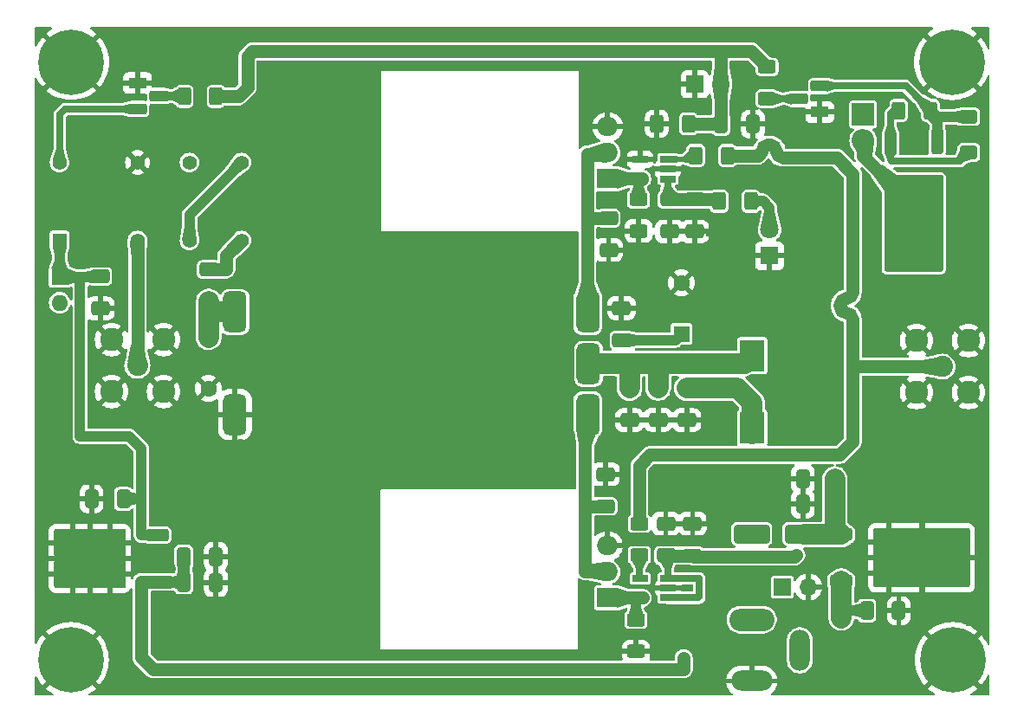
<source format=gbr>
%TF.GenerationSoftware,KiCad,Pcbnew,8.0.0~rc3-9622918c31~176~ubuntu22.04.1*%
%TF.CreationDate,2024-02-20T19:33:40+05:30*%
%TF.ProjectId,digital-amp,64696769-7461-46c2-9d61-6d702e6b6963,rev?*%
%TF.SameCoordinates,Original*%
%TF.FileFunction,Copper,L1,Top*%
%TF.FilePolarity,Positive*%
%FSLAX46Y46*%
G04 Gerber Fmt 4.6, Leading zero omitted, Abs format (unit mm)*
G04 Created by KiCad (PCBNEW 8.0.0~rc3-9622918c31~176~ubuntu22.04.1) date 2024-02-20 19:33:40*
%MOMM*%
%LPD*%
G01*
G04 APERTURE LIST*
G04 Aperture macros list*
%AMRoundRect*
0 Rectangle with rounded corners*
0 $1 Rounding radius*
0 $2 $3 $4 $5 $6 $7 $8 $9 X,Y pos of 4 corners*
0 Add a 4 corners polygon primitive as box body*
4,1,4,$2,$3,$4,$5,$6,$7,$8,$9,$2,$3,0*
0 Add four circle primitives for the rounded corners*
1,1,$1+$1,$2,$3*
1,1,$1+$1,$4,$5*
1,1,$1+$1,$6,$7*
1,1,$1+$1,$8,$9*
0 Add four rect primitives between the rounded corners*
20,1,$1+$1,$2,$3,$4,$5,0*
20,1,$1+$1,$4,$5,$6,$7,0*
20,1,$1+$1,$6,$7,$8,$9,0*
20,1,$1+$1,$8,$9,$2,$3,0*%
G04 Aperture macros list end*
%TA.AperFunction,SMDPad,CuDef*%
%ADD10RoundRect,0.571500X-0.571500X-1.428500X0.571500X-1.428500X0.571500X1.428500X-0.571500X1.428500X0*%
%TD*%
%TA.AperFunction,ComponentPad*%
%ADD11R,1.600000X1.600000*%
%TD*%
%TA.AperFunction,ComponentPad*%
%ADD12O,1.600000X1.600000*%
%TD*%
%TA.AperFunction,ComponentPad*%
%ADD13R,1.400000X1.400000*%
%TD*%
%TA.AperFunction,ComponentPad*%
%ADD14C,1.400000*%
%TD*%
%TA.AperFunction,SMDPad,CuDef*%
%ADD15RoundRect,0.250000X0.625000X-0.400000X0.625000X0.400000X-0.625000X0.400000X-0.625000X-0.400000X0*%
%TD*%
%TA.AperFunction,SMDPad,CuDef*%
%ADD16R,1.560000X0.650000*%
%TD*%
%TA.AperFunction,SMDPad,CuDef*%
%ADD17RoundRect,0.250000X0.650000X-0.412500X0.650000X0.412500X-0.650000X0.412500X-0.650000X-0.412500X0*%
%TD*%
%TA.AperFunction,SMDPad,CuDef*%
%ADD18RoundRect,0.250000X-0.650000X0.412500X-0.650000X-0.412500X0.650000X-0.412500X0.650000X0.412500X0*%
%TD*%
%TA.AperFunction,ComponentPad*%
%ADD19C,0.800000*%
%TD*%
%TA.AperFunction,ComponentPad*%
%ADD20C,6.400000*%
%TD*%
%TA.AperFunction,SMDPad,CuDef*%
%ADD21RoundRect,0.250000X0.400000X0.625000X-0.400000X0.625000X-0.400000X-0.625000X0.400000X-0.625000X0*%
%TD*%
%TA.AperFunction,SMDPad,CuDef*%
%ADD22RoundRect,0.250000X-0.400000X-0.625000X0.400000X-0.625000X0.400000X0.625000X-0.400000X0.625000X0*%
%TD*%
%TA.AperFunction,SMDPad,CuDef*%
%ADD23RoundRect,0.250000X0.412500X0.650000X-0.412500X0.650000X-0.412500X-0.650000X0.412500X-0.650000X0*%
%TD*%
%TA.AperFunction,SMDPad,CuDef*%
%ADD24RoundRect,0.250000X1.500000X0.650000X-1.500000X0.650000X-1.500000X-0.650000X1.500000X-0.650000X0*%
%TD*%
%TA.AperFunction,SMDPad,CuDef*%
%ADD25RoundRect,0.250000X-0.412500X-0.650000X0.412500X-0.650000X0.412500X0.650000X-0.412500X0.650000X0*%
%TD*%
%TA.AperFunction,ComponentPad*%
%ADD26C,2.050000*%
%TD*%
%TA.AperFunction,ComponentPad*%
%ADD27C,2.250000*%
%TD*%
%TA.AperFunction,ComponentPad*%
%ADD28R,1.800000X1.100000*%
%TD*%
%TA.AperFunction,ComponentPad*%
%ADD29RoundRect,0.275000X0.625000X-0.275000X0.625000X0.275000X-0.625000X0.275000X-0.625000X-0.275000X0*%
%TD*%
%TA.AperFunction,ComponentPad*%
%ADD30RoundRect,0.275000X-0.625000X0.275000X-0.625000X-0.275000X0.625000X-0.275000X0.625000X0.275000X0*%
%TD*%
%TA.AperFunction,SMDPad,CuDef*%
%ADD31RoundRect,0.250000X0.850000X0.350000X-0.850000X0.350000X-0.850000X-0.350000X0.850000X-0.350000X0*%
%TD*%
%TA.AperFunction,SMDPad,CuDef*%
%ADD32RoundRect,0.250000X1.275000X1.125000X-1.275000X1.125000X-1.275000X-1.125000X1.275000X-1.125000X0*%
%TD*%
%TA.AperFunction,SMDPad,CuDef*%
%ADD33RoundRect,0.249997X3.260003X2.650003X-3.260003X2.650003X-3.260003X-2.650003X3.260003X-2.650003X0*%
%TD*%
%TA.AperFunction,SMDPad,CuDef*%
%ADD34RoundRect,0.250000X1.585000X1.125000X-1.585000X1.125000X-1.585000X-1.125000X1.585000X-1.125000X0*%
%TD*%
%TA.AperFunction,SMDPad,CuDef*%
%ADD35RoundRect,0.250000X-0.850000X-0.350000X0.850000X-0.350000X0.850000X0.350000X-0.850000X0.350000X0*%
%TD*%
%TA.AperFunction,SMDPad,CuDef*%
%ADD36RoundRect,0.250000X-1.275000X-1.125000X1.275000X-1.125000X1.275000X1.125000X-1.275000X1.125000X0*%
%TD*%
%TA.AperFunction,SMDPad,CuDef*%
%ADD37RoundRect,0.249135X-4.485865X-2.640865X4.485865X-2.640865X4.485865X2.640865X-4.485865X2.640865X0*%
%TD*%
%TA.AperFunction,ComponentPad*%
%ADD38C,1.600000*%
%TD*%
%TA.AperFunction,SMDPad,CuDef*%
%ADD39RoundRect,0.250000X0.600000X-0.400000X0.600000X0.400000X-0.600000X0.400000X-0.600000X-0.400000X0*%
%TD*%
%TA.AperFunction,SMDPad,CuDef*%
%ADD40R,2.400000X3.080000*%
%TD*%
%TA.AperFunction,ComponentPad*%
%ADD41R,2.200000X2.200000*%
%TD*%
%TA.AperFunction,ComponentPad*%
%ADD42O,2.200000X2.200000*%
%TD*%
%TA.AperFunction,ComponentPad*%
%ADD43R,2.000000X1.905000*%
%TD*%
%TA.AperFunction,ComponentPad*%
%ADD44O,2.000000X1.905000*%
%TD*%
%TA.AperFunction,ComponentPad*%
%ADD45R,1.700000X1.700000*%
%TD*%
%TA.AperFunction,ComponentPad*%
%ADD46O,1.700000X1.700000*%
%TD*%
%TA.AperFunction,SMDPad,CuDef*%
%ADD47RoundRect,0.250000X-0.350000X0.850000X-0.350000X-0.850000X0.350000X-0.850000X0.350000X0.850000X0*%
%TD*%
%TA.AperFunction,SMDPad,CuDef*%
%ADD48RoundRect,0.250000X-1.125000X1.275000X-1.125000X-1.275000X1.125000X-1.275000X1.125000X1.275000X0*%
%TD*%
%TA.AperFunction,SMDPad,CuDef*%
%ADD49RoundRect,0.249135X-2.640865X4.485865X-2.640865X-4.485865X2.640865X-4.485865X2.640865X4.485865X0*%
%TD*%
%TA.AperFunction,ComponentPad*%
%ADD50R,1.800000X1.800000*%
%TD*%
%TA.AperFunction,ComponentPad*%
%ADD51C,1.800000*%
%TD*%
%TA.AperFunction,ComponentPad*%
%ADD52O,4.400000X2.200000*%
%TD*%
%TA.AperFunction,ComponentPad*%
%ADD53O,4.000000X2.000000*%
%TD*%
%TA.AperFunction,ComponentPad*%
%ADD54O,2.000000X4.000000*%
%TD*%
%TA.AperFunction,ViaPad*%
%ADD55C,0.600000*%
%TD*%
%TA.AperFunction,Conductor*%
%ADD56C,1.000000*%
%TD*%
%TA.AperFunction,Conductor*%
%ADD57C,2.000000*%
%TD*%
%TA.AperFunction,Conductor*%
%ADD58C,0.700000*%
%TD*%
%TA.AperFunction,Conductor*%
%ADD59C,1.250000*%
%TD*%
%TA.AperFunction,Conductor*%
%ADD60C,0.500000*%
%TD*%
G04 APERTURE END LIST*
D10*
%TO.P,T1,1,PR1*%
%TO.N,Net-(Q3-D)*%
X22190000Y-18870000D03*
%TO.P,T1,2,PM*%
%TO.N,Net-(T1-PM)*%
X22230000Y-23920000D03*
%TO.P,T1,3,PR2*%
%TO.N,Net-(Q4-D)*%
X22190000Y-28870000D03*
%TO.P,T1,4,S2*%
%TO.N,Net-(T1-S2)*%
X-12310000Y-18870000D03*
%TO.P,T1,5,S1*%
%TO.N,GND*%
X-12310000Y-28870000D03*
%TD*%
D11*
%TO.P,D2,1,K*%
%TO.N,+5V*%
X-29450000Y-15410000D03*
D12*
%TO.P,D2,2,A*%
%TO.N,Net-(D2-A)*%
X-29450000Y-17950000D03*
%TD*%
D13*
%TO.P,K1,1*%
%TO.N,+5V*%
X-29460000Y-11860000D03*
D14*
%TO.P,K1,4*%
%TO.N,ANTENNA*%
X-21840000Y-11860000D03*
%TO.P,K1,6*%
%TO.N,Rig1*%
X-16760000Y-11860000D03*
%TO.P,K1,8*%
%TO.N,RF_OUT*%
X-11680000Y-11860000D03*
%TO.P,K1,9*%
%TO.N,Rig1*%
X-11680000Y-4240000D03*
%TO.P,K1,11*%
%TO.N,unconnected-(K1-Pad11)*%
X-16760000Y-4240000D03*
%TO.P,K1,13*%
%TO.N,GND*%
X-21840000Y-4240000D03*
%TO.P,K1,16*%
%TO.N,Net-(D2-A)*%
X-29460000Y-4240000D03*
%TD*%
D15*
%TO.P,R1,1*%
%TO.N,GND*%
X27128000Y-10936000D03*
%TO.P,R1,2*%
%TO.N,Net-(Q3-G)*%
X27128000Y-7836000D03*
%TD*%
D16*
%TO.P,U8,1,VDD*%
%TO.N,11.5V*%
X29982500Y-5840000D03*
%TO.P,U8,2,GND*%
%TO.N,GND*%
X29982500Y-4890000D03*
%TO.P,U8,3*%
%TO.N,Net-(R8-Pad1)*%
X29982500Y-3940000D03*
%TO.P,U8,4*%
%TO.N,GND*%
X27282500Y-3940000D03*
%TO.P,U8,5*%
%TO.N,Net-(Q3-G)*%
X27282500Y-5840000D03*
%TD*%
D17*
%TO.P,C1,1*%
%TO.N,GND*%
X24200000Y-12800000D03*
%TO.P,C1,2*%
%TO.N,Net-(Q3-D)*%
X24200000Y-9675000D03*
%TD*%
D18*
%TO.P,C8,1*%
%TO.N,GND*%
X23900000Y-34725000D03*
%TO.P,C8,2*%
%TO.N,Net-(Q4-D)*%
X23900000Y-37850000D03*
%TD*%
D19*
%TO.P,H1,1,1*%
%TO.N,GND*%
X-30720000Y5580000D03*
X-30017056Y7277056D03*
X-30017056Y3882944D03*
X-28320000Y7980000D03*
D20*
X-28320000Y5580000D03*
D19*
X-28320000Y3180000D03*
X-26622944Y7277056D03*
X-26622944Y3882944D03*
X-25920000Y5580000D03*
%TD*%
D21*
%TO.P,R5,1*%
%TO.N,Net-(D4-Pad2)*%
X38100000Y-8025000D03*
%TO.P,R5,2*%
%TO.N,11.5V*%
X35000000Y-8025000D03*
%TD*%
D16*
%TO.P,U7,1,VDD*%
%TO.N,11.5V*%
X29997500Y-46810000D03*
%TO.P,U7,2,GND*%
%TO.N,GND*%
X29997500Y-45860000D03*
%TO.P,U7,3*%
%TO.N,11.5V*%
X29997500Y-44910000D03*
%TO.P,U7,4*%
%TO.N,Net-(R9-Pad1)*%
X27297500Y-44910000D03*
%TO.P,U7,5*%
%TO.N,Net-(Q4-G)*%
X27297500Y-46810000D03*
%TD*%
D22*
%TO.P,R3,1*%
%TO.N,+12V*%
X52550000Y850000D03*
%TO.P,R3,2*%
%TO.N,Net-(D3-A)*%
X55650000Y850000D03*
%TD*%
D23*
%TO.P,C5,1*%
%TO.N,Net-(D1-K)*%
X46312500Y-35200000D03*
%TO.P,C5,2*%
%TO.N,GND*%
X43187500Y-35200000D03*
%TD*%
%TO.P,C4,1*%
%TO.N,Net-(D1-K)*%
X46312500Y-37650000D03*
%TO.P,C4,2*%
%TO.N,GND*%
X43187500Y-37650000D03*
%TD*%
D24*
%TO.P,D1,1,K*%
%TO.N,Net-(D1-K)*%
X43197500Y-40550000D03*
%TO.P,D1,2,A*%
%TO.N,+VDC*%
X38197500Y-40550000D03*
%TD*%
D25*
%TO.P,C6,1*%
%TO.N,+12V*%
X-17312500Y-45320000D03*
%TO.P,C6,2*%
%TO.N,GND*%
X-14187500Y-45320000D03*
%TD*%
D26*
%TO.P,RF1,1,In*%
%TO.N,ANTENNA*%
X-21850000Y-24110000D03*
D27*
%TO.P,RF1,2,Ext*%
%TO.N,GND*%
X-19310000Y-26650000D03*
X-19310000Y-21570000D03*
X-24390000Y-26650000D03*
X-24390000Y-21570000D03*
%TD*%
D26*
%TO.P,IN1,1,In*%
%TO.N,Rig1*%
X56820000Y-24200000D03*
D27*
%TO.P,IN1,2,Ext*%
%TO.N,GND*%
X54280000Y-21660000D03*
X54280000Y-26740000D03*
X59360000Y-21660000D03*
X59360000Y-26740000D03*
%TD*%
D23*
%TO.P,C11,1*%
%TO.N,+5V*%
X-23212500Y-37125000D03*
%TO.P,C11,2*%
%TO.N,GND*%
X-26337500Y-37125000D03*
%TD*%
D21*
%TO.P,R7,1*%
%TO.N,PTT*%
X32000000Y-450000D03*
%TO.P,R7,2*%
%TO.N,GND*%
X28900000Y-450000D03*
%TD*%
D18*
%TO.P,B5,1*%
%TO.N,RF_OUT*%
X-14880000Y-14707500D03*
%TO.P,B5,2*%
%TO.N,Net-(T1-S2)*%
X-14880000Y-17832500D03*
%TD*%
D25*
%TO.P,C9,1*%
%TO.N,+12V*%
X49437500Y-48060000D03*
%TO.P,C9,2*%
%TO.N,GND*%
X52562500Y-48060000D03*
%TD*%
D21*
%TO.P,R6,1*%
%TO.N,PTT*%
X-14180000Y2230000D03*
%TO.P,R6,2*%
%TO.N,Net-(Q5-B)*%
X-17280000Y2230000D03*
%TD*%
D28*
%TO.P,Q2,1,E*%
%TO.N,GND*%
X44840000Y700000D03*
D29*
%TO.P,Q2,2,B*%
%TO.N,Net-(Q2-B)*%
X42770000Y1970000D03*
%TO.P,Q2,3,C*%
%TO.N,Net-(D3-A)*%
X44840000Y3240000D03*
%TD*%
D28*
%TO.P,Q5,1,E*%
%TO.N,GND*%
X-21830000Y3530000D03*
D30*
%TO.P,Q5,2,B*%
%TO.N,Net-(Q5-B)*%
X-19760000Y2260000D03*
%TO.P,Q5,3,C*%
%TO.N,Net-(D2-A)*%
X-21830000Y990000D03*
%TD*%
D15*
%TO.P,R4,1*%
%TO.N,Net-(Q2-B)*%
X39675000Y2000000D03*
%TO.P,R4,2*%
%TO.N,PTT*%
X39675000Y5100000D03*
%TD*%
D25*
%TO.P,C2,1*%
%TO.N,+12V*%
X-17312500Y-42780000D03*
%TO.P,C2,2*%
%TO.N,GND*%
X-14187500Y-42780000D03*
%TD*%
D31*
%TO.P,U6,1,IN*%
%TO.N,+12V*%
X-19890000Y-45240000D03*
D32*
%TO.P,U6,2,GND*%
%TO.N,GND*%
X-24515000Y-44485000D03*
X-24515000Y-41435000D03*
D33*
X-26500000Y-42960000D03*
D34*
X-28175000Y-44485000D03*
X-28175000Y-41435000D03*
D31*
%TO.P,U6,3,OUT*%
%TO.N,+5V*%
X-19890000Y-40680000D03*
%TD*%
D17*
%TO.P,C12,1*%
%TO.N,11.5V*%
X32410000Y-42680000D03*
%TO.P,C12,2*%
%TO.N,GND*%
X32410000Y-39555000D03*
%TD*%
D19*
%TO.P,H4,1,1*%
%TO.N,GND*%
X55427056Y-52887056D03*
X56130000Y-51190000D03*
X56130000Y-54584112D03*
X57827056Y-50487056D03*
D20*
X57827056Y-52887056D03*
D19*
X57827056Y-55287056D03*
X59524112Y-51190000D03*
X59524112Y-54584112D03*
X60227056Y-52887056D03*
%TD*%
%TO.P,H2,1,1*%
%TO.N,GND*%
X55367056Y5567056D03*
X56070000Y7264112D03*
X56070000Y3870000D03*
X57767056Y7967056D03*
D20*
X57767056Y5567056D03*
D19*
X57767056Y3167056D03*
X59464112Y7264112D03*
X59464112Y3870000D03*
X60167056Y5567056D03*
%TD*%
D18*
%TO.P,C13,1*%
%TO.N,11.5V*%
X32620000Y-7867500D03*
%TO.P,C13,2*%
%TO.N,GND*%
X32620000Y-10992500D03*
%TD*%
D17*
%TO.P,B4,1*%
%TO.N,GND*%
X26250000Y-29425000D03*
%TO.P,B4,2*%
%TO.N,Net-(T1-PM)*%
X26250000Y-26300000D03*
%TD*%
%TO.P,C15,1*%
%TO.N,+VDC*%
X25450000Y-21600000D03*
%TO.P,C15,2*%
%TO.N,GND*%
X25450000Y-18475000D03*
%TD*%
D35*
%TO.P,U2,1,IN*%
%TO.N,Net-(D1-K)*%
X46935000Y-40615000D03*
D36*
%TO.P,U2,2,GND*%
%TO.N,GND*%
X51560000Y-41370000D03*
X51560000Y-44420000D03*
D37*
X54770000Y-42905000D03*
D36*
X54910000Y-41370000D03*
X54910000Y-44420000D03*
D35*
%TO.P,U2,3,OUT*%
%TO.N,+12V*%
X46935000Y-45175000D03*
%TD*%
D11*
%TO.P,C7,1*%
%TO.N,+VDC*%
X31325000Y-21000000D03*
D38*
%TO.P,C7,2*%
%TO.N,GND*%
X31325000Y-16000000D03*
%TD*%
D19*
%TO.P,H3,1,1*%
%TO.N,GND*%
X-30747056Y-52882944D03*
X-30044112Y-51185888D03*
X-30044112Y-54580000D03*
X-28347056Y-50482944D03*
D20*
X-28347056Y-52882944D03*
D19*
X-28347056Y-55282944D03*
X-26650000Y-51185888D03*
X-26650000Y-54580000D03*
X-25947056Y-52882944D03*
%TD*%
D39*
%TO.P,D3,1,K*%
%TO.N,+12V*%
X59402500Y-3252500D03*
%TO.P,D3,2,A*%
%TO.N,Net-(D3-A)*%
X59402500Y247500D03*
%TD*%
D38*
%TO.P,C10,1*%
%TO.N,GND*%
X-14910000Y-26340000D03*
%TO.P,C10,2*%
%TO.N,Net-(T1-S2)*%
X-14910000Y-21340000D03*
%TD*%
D40*
%TO.P,L1,1*%
%TO.N,Net-(T1-PM)*%
X38250000Y-23110000D03*
%TO.P,L1,2*%
%TO.N,+VDC*%
X38250000Y-30190000D03*
%TD*%
D41*
%TO.P,D5,1,K*%
%TO.N,11.5V*%
X49078234Y443234D03*
D42*
%TO.P,D5,2,A*%
%TO.N,Net-(D5-A)*%
X49078234Y-2096766D03*
%TD*%
D18*
%TO.P,C16,1*%
%TO.N,+VDC*%
X31850000Y-26300000D03*
%TO.P,C16,2*%
%TO.N,GND*%
X31850000Y-29425000D03*
%TD*%
%TO.P,B1,1*%
%TO.N,GND*%
X29790000Y-39537500D03*
%TO.P,B1,2*%
%TO.N,11.5V*%
X29790000Y-42662500D03*
%TD*%
D43*
%TO.P,Q4,1,G*%
%TO.N,Net-(Q4-G)*%
X24080000Y-46810000D03*
D44*
%TO.P,Q4,2,D*%
%TO.N,Net-(Q4-D)*%
X24080000Y-44270000D03*
%TO.P,Q4,3,S*%
%TO.N,GND*%
X24080000Y-41730000D03*
%TD*%
D45*
%TO.P,PTT1,1,Pin_1*%
%TO.N,GND*%
X32625000Y3400000D03*
D46*
%TO.P,PTT1,2,Pin_2*%
%TO.N,PTT*%
X35165000Y3400000D03*
%TD*%
D18*
%TO.P,C3,1*%
%TO.N,+5V*%
X-25470000Y-15387500D03*
%TO.P,C3,2*%
%TO.N,GND*%
X-25470000Y-18512500D03*
%TD*%
D47*
%TO.P,Q1,1,G*%
%TO.N,Net-(D3-A)*%
X56305000Y-2350000D03*
D48*
%TO.P,Q1,2,D*%
%TO.N,Net-(D5-A)*%
X55550000Y-6975000D03*
X52500000Y-6975000D03*
D49*
X54015000Y-10185000D03*
D48*
X55550000Y-10325000D03*
X52500000Y-10325000D03*
D47*
%TO.P,Q1,3,S*%
%TO.N,+12V*%
X51745000Y-2350000D03*
%TD*%
D17*
%TO.P,B3,1*%
%TO.N,GND*%
X29050000Y-29400000D03*
%TO.P,B3,2*%
%TO.N,Net-(T1-PM)*%
X29050000Y-26275000D03*
%TD*%
D50*
%TO.P,D4,1*%
%TO.N,GND*%
X39925000Y-13365000D03*
D51*
%TO.P,D4,2*%
%TO.N,Net-(D4-Pad2)*%
X39925000Y-10825000D03*
%TD*%
D15*
%TO.P,R2,1*%
%TO.N,GND*%
X26874000Y-52058000D03*
%TO.P,R2,2*%
%TO.N,Net-(Q4-G)*%
X26874000Y-48958000D03*
%TD*%
D22*
%TO.P,R8,1*%
%TO.N,Net-(R8-Pad1)*%
X32710000Y-3560000D03*
%TO.P,R8,2*%
%TO.N,Rig1*%
X35810000Y-3560000D03*
%TD*%
D43*
%TO.P,Q3,1,G*%
%TO.N,Net-(Q3-G)*%
X24100000Y-5830000D03*
D44*
%TO.P,Q3,2,D*%
%TO.N,Net-(Q3-D)*%
X24100000Y-3290000D03*
%TO.P,Q3,3,S*%
%TO.N,GND*%
X24100000Y-750000D03*
%TD*%
D15*
%TO.P,R9,1*%
%TO.N,Net-(R9-Pad1)*%
X27210000Y-42650000D03*
%TO.P,R9,2*%
%TO.N,Rig1*%
X27210000Y-39550000D03*
%TD*%
D45*
%TO.P,J1,1,Pin_1*%
%TO.N,+VDC*%
X41175000Y-45735000D03*
D46*
%TO.P,J1,2,Pin_2*%
%TO.N,GND*%
X43715000Y-45735000D03*
%TD*%
D17*
%TO.P,B2,1*%
%TO.N,GND*%
X30150000Y-10982500D03*
%TO.P,B2,2*%
%TO.N,11.5V*%
X30150000Y-7857500D03*
%TD*%
D25*
%TO.P,C14,1*%
%TO.N,PTT*%
X35187500Y-475000D03*
%TO.P,C14,2*%
%TO.N,GND*%
X38312500Y-475000D03*
%TD*%
D52*
%TO.P,Power1,1*%
%TO.N,+VDC*%
X38180000Y-48940000D03*
D53*
%TO.P,Power1,2*%
%TO.N,GND*%
X38180000Y-54940000D03*
D54*
%TO.P,Power1,3*%
%TO.N,unconnected-(Power1-Pad3)*%
X42880000Y-51940000D03*
%TD*%
D55*
%TO.N,GND*%
X33990000Y-13725000D03*
X-6650000Y-44205000D03*
X51770000Y-21345000D03*
X-11730000Y-46745000D03*
X-29510000Y-8645000D03*
X9720000Y-35225000D03*
X-19350000Y-31505000D03*
X-16810000Y-31505000D03*
X-24430000Y-34045000D03*
X-19350000Y-3565000D03*
X-16810000Y-1025000D03*
X-1570000Y-49285000D03*
X54310000Y-28965000D03*
X51770000Y-26425000D03*
X-16810000Y-34045000D03*
X-19350000Y-16265000D03*
X-1570000Y-44205000D03*
X-21890000Y-1025000D03*
X57670000Y-43280000D03*
X-19350000Y-34045000D03*
X-6650000Y-8645000D03*
X-24430000Y-23885000D03*
X-16810000Y-39125000D03*
X-11730000Y-39125000D03*
X37710000Y-17325000D03*
X57640000Y-40660000D03*
X7575000Y-52490000D03*
X-4110000Y-39125000D03*
X33990000Y-34045000D03*
X23830000Y-51825000D03*
X36530000Y-11185000D03*
X14750000Y5340000D03*
X-16810000Y-21345000D03*
X-16810000Y-23885000D03*
X-1570000Y-41665000D03*
X23830000Y1515000D03*
X48985000Y-52010000D03*
X51770000Y-28965000D03*
X-9190000Y-16265000D03*
X58520000Y-45010000D03*
X-11730000Y-1025000D03*
X-21890000Y-54365000D03*
X57670000Y-44120000D03*
X-4110000Y-3565000D03*
X56820000Y-44110000D03*
X56850000Y-28965000D03*
X-19350000Y-13725000D03*
X-19350000Y-8645000D03*
X58460000Y-42370000D03*
X-6650000Y-11185000D03*
X56830000Y-45050000D03*
X-11730000Y-51825000D03*
X51525000Y-52010000D03*
X-19350000Y-28965000D03*
X-24430000Y-46745000D03*
X-1570000Y4055000D03*
X12210000Y5340000D03*
X970000Y-46745000D03*
X970000Y-51825000D03*
X40250000Y-22405000D03*
X33990000Y-46745000D03*
X-21890000Y-28965000D03*
X-14270000Y4055000D03*
X19575000Y-12075000D03*
X-29510000Y-28965000D03*
X58450000Y-40670000D03*
X-29510000Y-31505000D03*
X56800000Y-41590000D03*
X-4110000Y4055000D03*
X-1570000Y-1025000D03*
X57650000Y-42360000D03*
X-4110000Y-8645000D03*
X970000Y1515000D03*
X-21890000Y6595000D03*
X28910000Y-13725000D03*
X-1570000Y-46745000D03*
X-4110000Y-11185000D03*
X57660000Y-41580000D03*
X-16810000Y6595000D03*
X-24430000Y-3565000D03*
X23830000Y-31505000D03*
X-29510000Y-39125000D03*
X26370000Y-31505000D03*
X-4110000Y-44205000D03*
X57690000Y-45040000D03*
X-4110000Y-46745000D03*
X31450000Y-31505000D03*
X-29510000Y-26425000D03*
X970000Y-11185000D03*
X-26970000Y-46745000D03*
X58480000Y-44130000D03*
X-9190000Y-31505000D03*
X28910000Y-51825000D03*
X33990000Y-49285000D03*
X-9190000Y-8645000D03*
X54360000Y-38200000D03*
X56850000Y-26425000D03*
X-29510000Y-6105000D03*
X-19350000Y-1025000D03*
X-4110000Y-1025000D03*
X-19350000Y-36585000D03*
X19740000Y-52440000D03*
X-19350000Y-39125000D03*
X28910000Y1515000D03*
X2100000Y-35225000D03*
X-26970000Y-1025000D03*
X-29510000Y-46745000D03*
X970000Y-3565000D03*
X14660000Y-52440000D03*
X48985000Y-54550000D03*
X-6650000Y-36585000D03*
X33990000Y-39125000D03*
X-19350000Y4055000D03*
X49230000Y-44205000D03*
X44150000Y-16265000D03*
X23830000Y4055000D03*
X-1570000Y-51825000D03*
X33990000Y-44205000D03*
X44150000Y-11185000D03*
X-16810000Y-6105000D03*
X-11730000Y-34045000D03*
X10205000Y5290000D03*
X-14270000Y-31505000D03*
X12120000Y-52440000D03*
X59390000Y-23885000D03*
X28910000Y-31505000D03*
X-24430000Y4055000D03*
X11725000Y-35175000D03*
X-29510000Y-23885000D03*
X37710000Y-19865000D03*
X51820000Y-35660000D03*
X4870000Y-12125000D03*
X2495000Y-52490000D03*
X-29510000Y-21345000D03*
X-24430000Y-51825000D03*
X-4110000Y1515000D03*
X-24430000Y-13725000D03*
X54360000Y-35660000D03*
X10115000Y-52490000D03*
X4640000Y-35225000D03*
X56900000Y-38200000D03*
X-4110000Y-49285000D03*
X-19350000Y-18805000D03*
X-26970000Y-39125000D03*
X31450000Y-34045000D03*
X-9190000Y-13725000D03*
X7180000Y-35225000D03*
X-9190000Y-46745000D03*
X-11730000Y-49285000D03*
X56790000Y-40650000D03*
X36530000Y-34045000D03*
X59390000Y-28965000D03*
X-9190000Y-44205000D03*
X33990000Y-11185000D03*
X33990000Y-28965000D03*
X-1570000Y1515000D03*
X49230000Y-41665000D03*
X-11730000Y-41665000D03*
X970000Y-49285000D03*
X-24430000Y-8645000D03*
X59390000Y-13725000D03*
X-16810000Y-28965000D03*
X44150000Y-13725000D03*
X-6650000Y-39125000D03*
X-4110000Y-6105000D03*
X26370000Y-1025000D03*
X-4110000Y-51825000D03*
X-14270000Y-36585000D03*
X-6650000Y-46745000D03*
X-6650000Y-51825000D03*
X51770000Y-18805000D03*
X-9190000Y-49285000D03*
X-9190000Y-11185000D03*
X-19350000Y-23885000D03*
X-24430000Y-28965000D03*
X46445000Y-54550000D03*
X-11730000Y-36585000D03*
X14495000Y-12075000D03*
X19345000Y-35175000D03*
X33990000Y-41665000D03*
X970000Y-6105000D03*
X54310000Y-18805000D03*
X-11730000Y-8645000D03*
X11955000Y-12075000D03*
X26370000Y1515000D03*
X-16810000Y-18805000D03*
X970000Y-41665000D03*
X-26970000Y-3565000D03*
X-11730000Y-44205000D03*
X970000Y-36585000D03*
X-9190000Y-6105000D03*
X-16810000Y-26425000D03*
X5035000Y-52490000D03*
X-9190000Y-1025000D03*
X-11730000Y-31505000D03*
X54310000Y-46745000D03*
X23830000Y-49285000D03*
X40250000Y-17325000D03*
X2585000Y5290000D03*
X-19350000Y-11185000D03*
X7410000Y-12125000D03*
X26370000Y4055000D03*
X-14270000Y-1025000D03*
X970000Y-1025000D03*
X-4110000Y-41665000D03*
X56810000Y-43290000D03*
X970000Y-39125000D03*
X-16810000Y4055000D03*
X-1570000Y-11185000D03*
X28910000Y-36585000D03*
X-19350000Y-6105000D03*
X-14270000Y6595000D03*
X-14270000Y-11185000D03*
X-19350000Y6595000D03*
X970000Y4055000D03*
X31450000Y-36585000D03*
X-24430000Y6595000D03*
X-9190000Y-51825000D03*
X-1570000Y-3565000D03*
X59390000Y-49285000D03*
X58500000Y-43250000D03*
X-14270000Y-34045000D03*
X-24430000Y-11185000D03*
X59390000Y-16265000D03*
X19830000Y5340000D03*
X16805000Y-35175000D03*
X14265000Y-35175000D03*
X7665000Y5290000D03*
X-21890000Y-6105000D03*
X31450000Y-13725000D03*
X-16810000Y-36585000D03*
X-24430000Y-39125000D03*
X-16810000Y-13725000D03*
X-6650000Y-6105000D03*
X-24430000Y-1025000D03*
X36530000Y-36585000D03*
X26370000Y-16265000D03*
X-11730000Y-28965000D03*
X-14270000Y-3565000D03*
X-14270000Y-39125000D03*
X-6650000Y-49285000D03*
X-9190000Y-39125000D03*
X56900000Y-35660000D03*
X-29510000Y-34045000D03*
X46445000Y-52010000D03*
X36530000Y-13725000D03*
X-21890000Y-26425000D03*
X-14270000Y-49285000D03*
X-1570000Y-36585000D03*
X-1570000Y-39125000D03*
X17290000Y5340000D03*
X-24430000Y-49285000D03*
X51820000Y-38200000D03*
X-26970000Y-34045000D03*
X-21890000Y-8645000D03*
X33990000Y-36585000D03*
X-29510000Y-36585000D03*
X5125000Y5290000D03*
X-1570000Y-6105000D03*
X9950000Y-12125000D03*
X44150000Y-18805000D03*
X40250000Y-19865000D03*
X-9190000Y-36585000D03*
X2330000Y-12125000D03*
X-9190000Y-23885000D03*
X-1570000Y-8645000D03*
X-24430000Y-54365000D03*
X-4110000Y-36585000D03*
X59390000Y-18805000D03*
X-14270000Y-28965000D03*
X970000Y-8645000D03*
X51770000Y6595000D03*
X-9190000Y-34045000D03*
X970000Y-44205000D03*
X28910000Y4055000D03*
X17200000Y-52440000D03*
X-16750000Y-15770000D03*
X56800000Y-42350000D03*
X-9190000Y-41665000D03*
X-24430000Y-6105000D03*
X-6650000Y-41665000D03*
X26370000Y-13725000D03*
X51525000Y-54550000D03*
X17035000Y-12075000D03*
X58490000Y-41550000D03*
X31800000Y-45875000D03*
%TO.N,+VDC*%
X38930000Y-31380000D03*
X38930000Y-30750000D03*
X37540000Y-31390000D03*
X37540000Y-30760000D03*
X38575000Y-41000000D03*
X38900000Y-30020000D03*
X38230000Y-31400000D03*
X37650000Y-40125000D03*
X38200000Y-30040000D03*
X37510000Y-29280000D03*
X38230000Y-30770000D03*
X37675000Y-40975000D03*
X38550000Y-40150000D03*
X37510000Y-30030000D03*
X38200000Y-29290000D03*
X38900000Y-29270000D03*
%TO.N,11.5V*%
X30375000Y-5825000D03*
X41600000Y-42525000D03*
X29575000Y-5850000D03*
X42575000Y-42525000D03*
%TO.N,+12V*%
X51700000Y-2550000D03*
X51700000Y-1850000D03*
X31550000Y-53650000D03*
X31550000Y-52700000D03*
X46750000Y-48000000D03*
X46750000Y-49000000D03*
X46750000Y-47000000D03*
X51725000Y-3325000D03*
%TD*%
D56*
%TO.N,+5V*%
X-21447500Y-37125000D02*
X-21447500Y-40000000D01*
X-29450000Y-15410000D02*
X-29450000Y-11870000D01*
X-19890000Y-40680000D02*
X-21442500Y-40680000D01*
X-21447500Y-32212500D02*
X-21447500Y-40000000D01*
X-21447500Y-40000000D02*
X-21447500Y-40685000D01*
X-27450000Y-15410000D02*
X-25492500Y-15410000D01*
X-21447500Y-37125000D02*
X-23212500Y-37125000D01*
X-27450000Y-15410000D02*
X-27450000Y-31020000D01*
X-29450000Y-15410000D02*
X-27450000Y-15410000D01*
X-21442500Y-40680000D02*
X-21447500Y-40685000D01*
X-27450000Y-31020000D02*
X-22640000Y-31020000D01*
X-22640000Y-31020000D02*
X-21447500Y-32212500D01*
D57*
%TO.N,Net-(T1-S2)*%
X-14880000Y-17832500D02*
X-14880000Y-19030000D01*
X-14880000Y-19030000D02*
X-14880000Y-21310000D01*
X-14880000Y-21310000D02*
X-14910000Y-21340000D01*
X-14720000Y-18870000D02*
X-14880000Y-19030000D01*
X-12310000Y-18870000D02*
X-14720000Y-18870000D01*
%TO.N,+VDC*%
X32950000Y-26300000D02*
X36810000Y-26300000D01*
X38230000Y-27720000D02*
X38230000Y-30770000D01*
D56*
X30725000Y-21600000D02*
X31325000Y-21000000D01*
D57*
X31850000Y-26300000D02*
X32950000Y-26300000D01*
D56*
X25450000Y-21600000D02*
X30725000Y-21600000D01*
D57*
X36810000Y-26300000D02*
X38230000Y-27720000D01*
D58*
%TO.N,11.5V*%
X29982500Y-5840000D02*
X29982500Y-7690000D01*
D59*
X32510000Y-42780000D02*
X42370000Y-42780000D01*
X30150000Y-7857500D02*
X34832500Y-7857500D01*
D58*
X33075000Y-46725000D02*
X33075000Y-44925000D01*
X32990000Y-46810000D02*
X33075000Y-46725000D01*
X29997500Y-46810000D02*
X32990000Y-46810000D01*
X33075000Y-44925000D02*
X33060000Y-44910000D01*
D59*
X32510000Y-42780000D02*
X32410000Y-42680000D01*
X34832500Y-7857500D02*
X35000000Y-8025000D01*
D58*
X29997500Y-44910000D02*
X29997500Y-42870000D01*
D59*
X42370000Y-42780000D02*
X42550000Y-42600000D01*
X32410000Y-42680000D02*
X29807500Y-42680000D01*
D58*
X33060000Y-44910000D02*
X29997500Y-44910000D01*
D57*
%TO.N,Net-(D1-K)*%
X46312500Y-35200000D02*
X46312500Y-39992500D01*
X46312500Y-39992500D02*
X46935000Y-40615000D01*
X46935000Y-40615000D02*
X43262500Y-40615000D01*
X46927500Y-40607500D02*
X46935000Y-40615000D01*
D59*
%TO.N,Net-(Q3-D)*%
X22130000Y-3455000D02*
X23935000Y-3455000D01*
X22130000Y-10300000D02*
X22130000Y-9550000D01*
X22130000Y-10300000D02*
X22167500Y-10262500D01*
X22130000Y-9550000D02*
X22130000Y-3455000D01*
X22130000Y-18450000D02*
X22130000Y-10300000D01*
X22130000Y-9550000D02*
X22255000Y-9675000D01*
X22255000Y-9675000D02*
X24200000Y-9675000D01*
%TO.N,+12V*%
X31550000Y-52700000D02*
X31550000Y-53800000D01*
D58*
X51745000Y-3345000D02*
X51745000Y-3970000D01*
D56*
X-17312500Y-45320000D02*
X-17312500Y-42780000D01*
D57*
X46935000Y-48000000D02*
X46935000Y-48770000D01*
D56*
X46995000Y-48060000D02*
X46935000Y-48000000D01*
D58*
X51745000Y-3970000D02*
X51875000Y-4100000D01*
D59*
X-21447500Y-52652500D02*
X-21447500Y-45245000D01*
D56*
X-19890000Y-45240000D02*
X-17392500Y-45240000D01*
D58*
X52550000Y850000D02*
X52075000Y850000D01*
X51745000Y-2595000D02*
X51745000Y-3305000D01*
X51745000Y-3305000D02*
X51725000Y-3325000D01*
X58555000Y-4100000D02*
X59402500Y-3252500D01*
D56*
X49437500Y-48060000D02*
X46995000Y-48060000D01*
D58*
X51725000Y-3325000D02*
X51745000Y-3345000D01*
D59*
X-20300000Y-53800000D02*
X-21447500Y-52652500D01*
D58*
X51745000Y520000D02*
X51745000Y-1805000D01*
X51745000Y520000D02*
X52200000Y975000D01*
D57*
X46935000Y-45175000D02*
X46935000Y-48000000D01*
D58*
X52075000Y850000D02*
X51745000Y520000D01*
X51875000Y-4100000D02*
X58555000Y-4100000D01*
D59*
X-21447500Y-45245000D02*
X-18800000Y-45245000D01*
X31550000Y-53800000D02*
X-20300000Y-53800000D01*
%TO.N,Net-(Q4-D)*%
X21910000Y-37750000D02*
X21910000Y-44200000D01*
X22010000Y-37850000D02*
X23900000Y-37850000D01*
X21910000Y-29090000D02*
X21910000Y-37750000D01*
X21910000Y-44200000D02*
X24010000Y-44200000D01*
X21910000Y-37750000D02*
X22010000Y-37850000D01*
%TO.N,Net-(Q3-G)*%
X24100000Y-5830000D02*
X27485000Y-5830000D01*
D56*
X27128000Y-6207000D02*
X27495000Y-5840000D01*
D59*
X27485000Y-5830000D02*
X27495000Y-5840000D01*
D56*
X27128000Y-7836000D02*
X27128000Y-6207000D01*
%TO.N,Net-(Q4-G)*%
X26874000Y-48958000D02*
X26874000Y-46810000D01*
D59*
X26874000Y-46810000D02*
X24080000Y-46810000D01*
X27510000Y-46810000D02*
X26874000Y-46810000D01*
%TO.N,RF_OUT*%
X-13187500Y-14707500D02*
X-14880000Y-14707500D01*
X-13160000Y-13340000D02*
X-11680000Y-11860000D01*
X-13160000Y-14680000D02*
X-13187500Y-14707500D01*
X-13160000Y-14680000D02*
X-13160000Y-13340000D01*
%TO.N,Rig1*%
X46505000Y-3775000D02*
X41240000Y-3775000D01*
X48075000Y-16898042D02*
X48075000Y-16708042D01*
X48075000Y-5345000D02*
X46505000Y-3775000D01*
X46770000Y-32840000D02*
X28260000Y-32840000D01*
X39175000Y-3150000D02*
X38765000Y-3560000D01*
X46825000Y-18338042D02*
X46825000Y-18148042D01*
D56*
X-16760000Y-11860000D02*
X-16760000Y-9320000D01*
D59*
X48075000Y-24200000D02*
X56820000Y-24200000D01*
D56*
X-16760000Y-9320000D02*
X-11680000Y-4240000D01*
D59*
X27210000Y-33890000D02*
X27210000Y-39550000D01*
X48075000Y-31535000D02*
X46770000Y-32840000D01*
X48075000Y-20991343D02*
X48075000Y-19588042D01*
X38765000Y-3560000D02*
X35810000Y-3560000D01*
X28260000Y-32840000D02*
X27210000Y-33890000D01*
X48075000Y-24200000D02*
X48075000Y-21045316D01*
X48075000Y-24200000D02*
X48075000Y-31535000D01*
X39990000Y-2525000D02*
X39800000Y-2525000D01*
X48075000Y-16708042D02*
X48075000Y-5345000D01*
X48075000Y-21045316D02*
X48075000Y-20991343D01*
X47450000Y-17523042D02*
G75*
G03*
X48075042Y-16898042I0J625042D01*
G01*
X40615000Y-3150000D02*
G75*
G03*
X39990000Y-2525000I-625000J0D01*
G01*
X41240000Y-3775000D02*
G75*
G02*
X40615000Y-3150000I0J625000D01*
G01*
X46825000Y-18148042D02*
G75*
G02*
X47450000Y-17523000I625000J42D01*
G01*
X47450000Y-18963042D02*
G75*
G02*
X46824958Y-18338042I0J625042D01*
G01*
X39800000Y-2525000D02*
G75*
G03*
X39175000Y-3150000I0J-625000D01*
G01*
X48075000Y-19588042D02*
G75*
G03*
X47450000Y-18963000I-625000J42D01*
G01*
D58*
%TO.N,Net-(D2-A)*%
X-29470000Y430000D02*
X-28910000Y990000D01*
X-28910000Y990000D02*
X-21430000Y990000D01*
X-29460000Y420000D02*
X-29470000Y430000D01*
X-29460000Y-4240000D02*
X-29460000Y420000D01*
D59*
%TO.N,ANTENNA*%
X-21840000Y-11860000D02*
X-21840000Y-24100000D01*
D58*
%TO.N,Net-(Q5-B)*%
X-20160000Y2260000D02*
X-17310000Y2260000D01*
D59*
%TO.N,PTT*%
X35165000Y4625000D02*
X35165000Y3400000D01*
X-11100000Y3080000D02*
X-11950000Y2230000D01*
X35187500Y-475000D02*
X32025000Y-475000D01*
X-11950000Y2230000D02*
X-14180000Y2230000D01*
X35325000Y6625000D02*
X38150000Y6625000D01*
X35325000Y6625000D02*
X35165000Y6465000D01*
X35325000Y6625000D02*
X-10600000Y6625000D01*
X38150000Y6625000D02*
X39675000Y5100000D01*
X35165000Y6465000D02*
X35165000Y4625000D01*
X35165000Y3400000D02*
X35165000Y-452500D01*
X-11100000Y6125000D02*
X-11100000Y3080000D01*
D58*
X39675000Y5300000D02*
X38350000Y6625000D01*
D59*
X-10600000Y6625000D02*
X-11100000Y6125000D01*
D58*
%TO.N,Net-(D3-A)*%
X53260000Y3240000D02*
X55650000Y850000D01*
D56*
X56252500Y247500D02*
X55650000Y850000D01*
D58*
X44440000Y3240000D02*
X53260000Y3240000D01*
D56*
X56305000Y195000D02*
X55650000Y850000D01*
X59402500Y247500D02*
X56252500Y247500D01*
X56305000Y-2350000D02*
X56305000Y195000D01*
D58*
%TO.N,Net-(Q2-B)*%
X39675000Y2000000D02*
X43140000Y2000000D01*
D56*
%TO.N,Net-(D4-Pad2)*%
X39925000Y-8675000D02*
X39275000Y-8025000D01*
X39275000Y-8025000D02*
X38100000Y-8025000D01*
X39925000Y-10825000D02*
X39925000Y-8675000D01*
D59*
%TO.N,Net-(D5-A)*%
X49078234Y-3553234D02*
X52500000Y-6975000D01*
X49078234Y-2096766D02*
X49078234Y-3553234D01*
D60*
%TO.N,Net-(R8-Pad1)*%
X29982500Y-3940000D02*
X32330000Y-3940000D01*
X29982500Y-3940000D02*
X32965000Y-3940000D01*
D58*
%TO.N,Net-(R9-Pad1)*%
X27210000Y-44822500D02*
X27297500Y-44910000D01*
X27210000Y-42650000D02*
X27210000Y-44822500D01*
D57*
%TO.N,Net-(T1-PM)*%
X33260000Y-23880000D02*
X37510000Y-23880000D01*
X37480000Y-23880000D02*
X38250000Y-23110000D01*
X22390000Y-23880000D02*
X25550000Y-23880000D01*
X26250000Y-23980000D02*
X26350000Y-23880000D01*
X29050000Y-26275000D02*
X29050000Y-23980000D01*
X29050000Y-23980000D02*
X28950000Y-23880000D01*
X23100000Y-23880000D02*
X28950000Y-23880000D01*
X26250000Y-26300000D02*
X26250000Y-23980000D01*
X26350000Y-23880000D02*
X33260000Y-23880000D01*
X33260000Y-23880000D02*
X37480000Y-23880000D01*
%TD*%
%TA.AperFunction,Conductor*%
%TO.N,GND*%
G36*
X-30256052Y-54438386D02*
G01*
X-30294112Y-54530272D01*
X-30294112Y-54629728D01*
X-30256052Y-54721614D01*
X-30185726Y-54791940D01*
X-30093840Y-54830000D01*
X-29994384Y-54830000D01*
X-29902502Y-54791941D01*
X-30782408Y-55671847D01*
X-30782407Y-55671848D01*
X-30524850Y-55880412D01*
X-30199600Y-56091633D01*
X-30124272Y-56130015D01*
X-30073476Y-56177989D01*
X-30056681Y-56245810D01*
X-30079218Y-56311945D01*
X-30133933Y-56355397D01*
X-30180567Y-56364500D01*
X-31770500Y-56364500D01*
X-31837539Y-56344815D01*
X-31883294Y-56292011D01*
X-31894500Y-56240500D01*
X-31894500Y-54587141D01*
X-31874815Y-54520102D01*
X-31822011Y-54474347D01*
X-31752853Y-54464403D01*
X-31689297Y-54493428D01*
X-31660015Y-54530847D01*
X-31555749Y-54735482D01*
X-31555748Y-54735485D01*
X-31344525Y-55060737D01*
X-31135961Y-55318294D01*
X-31135960Y-55318294D01*
X-30256052Y-54438386D01*
G37*
%TD.AperFunction*%
%TA.AperFunction,Conductor*%
G36*
X55884388Y8964815D02*
G01*
X55930143Y8912011D01*
X55940087Y8842853D01*
X55911062Y8779297D01*
X55884885Y8756505D01*
X55589258Y8564522D01*
X55331704Y8355961D01*
X55331704Y8355960D01*
X56211611Y7476054D01*
X56119728Y7514112D01*
X56020272Y7514112D01*
X55928386Y7476052D01*
X55858060Y7405726D01*
X55820000Y7313840D01*
X55820000Y7214384D01*
X55858058Y7122502D01*
X54978152Y8002408D01*
X54978151Y8002408D01*
X54769587Y7744850D01*
X54558366Y7419600D01*
X54382300Y7074051D01*
X54243318Y6711993D01*
X54142943Y6337387D01*
X54142942Y6337380D01*
X54082275Y5954344D01*
X54061978Y5567057D01*
X54061978Y5567056D01*
X54082275Y5179769D01*
X54142942Y4796733D01*
X54142943Y4796726D01*
X54243318Y4422120D01*
X54382300Y4060062D01*
X54558366Y3714513D01*
X54769587Y3389263D01*
X54978151Y3131706D01*
X54978152Y3131706D01*
X55858060Y4011614D01*
X55820000Y3919728D01*
X55820000Y3820272D01*
X55858060Y3728386D01*
X55928386Y3658060D01*
X56020272Y3620000D01*
X56119728Y3620000D01*
X56211610Y3658059D01*
X55331704Y2778153D01*
X55331705Y2778152D01*
X55589262Y2569588D01*
X55914512Y2358367D01*
X56217740Y2203865D01*
X56268536Y2155891D01*
X56285331Y2088070D01*
X56262794Y2021935D01*
X56208079Y1978483D01*
X56148191Y1970090D01*
X56097873Y1975500D01*
X56097867Y1975500D01*
X55797991Y1975500D01*
X55739944Y1989926D01*
X54946965Y2410011D01*
X54917331Y2431904D01*
X53747590Y3601645D01*
X53747588Y3601648D01*
X53628717Y3720519D01*
X53628716Y3720520D01*
X53534396Y3774975D01*
X53534395Y3774976D01*
X53491783Y3799578D01*
X53414551Y3820272D01*
X53339057Y3840501D01*
X53180943Y3840501D01*
X53173347Y3840501D01*
X53173331Y3840500D01*
X46356596Y3840500D01*
X46326659Y3844168D01*
X45635949Y4016008D01*
X45634191Y4016289D01*
X45608298Y4023376D01*
X45603869Y4025123D01*
X45590590Y4030359D01*
X45506144Y4040500D01*
X44173856Y4040500D01*
X44135841Y4035935D01*
X44089411Y4030360D01*
X43955023Y3977364D01*
X43839921Y3890079D01*
X43752636Y3774977D01*
X43699640Y3640589D01*
X43694964Y3601645D01*
X43689500Y3556144D01*
X43689500Y3556138D01*
X43689500Y2923860D01*
X43693720Y2888712D01*
X43682167Y2819804D01*
X43635194Y2768080D01*
X43567714Y2749964D01*
X43525119Y2758573D01*
X43524895Y2758661D01*
X43520590Y2760359D01*
X43436144Y2770500D01*
X42103856Y2770500D01*
X42019410Y2760359D01*
X42019407Y2760359D01*
X42004831Y2754611D01*
X41984496Y2748545D01*
X41295753Y2605902D01*
X41229712Y2610262D01*
X40486364Y2869930D01*
X40486360Y2869931D01*
X40486359Y2869932D01*
X40486357Y2869932D01*
X40453287Y2879045D01*
X40453283Y2879046D01*
X40453268Y2879050D01*
X40450644Y2879586D01*
X40432162Y2884887D01*
X40407483Y2894091D01*
X40407481Y2894092D01*
X40407479Y2894092D01*
X40347883Y2900499D01*
X40347881Y2900500D01*
X40347873Y2900500D01*
X40347864Y2900500D01*
X39002129Y2900500D01*
X39002123Y2900499D01*
X38942516Y2894092D01*
X38807671Y2843798D01*
X38807664Y2843794D01*
X38692455Y2757548D01*
X38692452Y2757545D01*
X38606206Y2642336D01*
X38606202Y2642329D01*
X38555908Y2507483D01*
X38549501Y2447884D01*
X38549500Y2447865D01*
X38549500Y1552130D01*
X38549501Y1552124D01*
X38555908Y1492517D01*
X38606202Y1357672D01*
X38606206Y1357665D01*
X38692452Y1242456D01*
X38692455Y1242453D01*
X38814769Y1150888D01*
X38813425Y1149093D01*
X38854091Y1108428D01*
X38868944Y1040156D01*
X38844528Y974691D01*
X38788595Y932819D01*
X38745260Y925000D01*
X38562500Y925000D01*
X38562500Y-225000D01*
X39474999Y-225000D01*
X39474999Y224972D01*
X39474998Y224987D01*
X39464505Y327698D01*
X39409358Y494120D01*
X39409356Y494125D01*
X39317315Y643346D01*
X39193345Y767316D01*
X39044124Y859357D01*
X39037579Y862408D01*
X39038697Y864808D01*
X38991367Y897603D01*
X38964567Y962128D01*
X38976907Y1030900D01*
X39024469Y1082082D01*
X39087840Y1099501D01*
X40347872Y1099501D01*
X40407483Y1105909D01*
X40451055Y1122162D01*
X40477115Y1128770D01*
X40486361Y1130070D01*
X41224221Y1387822D01*
X41294002Y1391346D01*
X41299697Y1389838D01*
X41305527Y1388144D01*
X41964254Y1196805D01*
X41964260Y1196804D01*
X41964263Y1196803D01*
X41964265Y1196803D01*
X41969745Y1195734D01*
X41969663Y1195315D01*
X41995846Y1188934D01*
X42019410Y1179641D01*
X42092329Y1170885D01*
X42103855Y1169500D01*
X43316000Y1169500D01*
X43383039Y1149815D01*
X43428794Y1097011D01*
X43440000Y1045500D01*
X43440000Y950000D01*
X44159670Y950000D01*
X44139925Y930255D01*
X44090556Y844745D01*
X44065000Y749370D01*
X44065000Y650630D01*
X44090556Y555255D01*
X44139925Y469745D01*
X44159670Y450000D01*
X43440000Y450000D01*
X43440000Y102156D01*
X43446401Y42628D01*
X43446403Y42621D01*
X43496645Y-92086D01*
X43496649Y-92093D01*
X43582809Y-207187D01*
X43582812Y-207190D01*
X43697906Y-293350D01*
X43697913Y-293354D01*
X43832620Y-343596D01*
X43832627Y-343598D01*
X43892155Y-349999D01*
X43892172Y-350000D01*
X44590000Y-350000D01*
X44590000Y353590D01*
X44670255Y399925D01*
X44720330Y450000D01*
X45090000Y450000D01*
X45090000Y-350000D01*
X45787828Y-350000D01*
X45787844Y-349999D01*
X45847372Y-343598D01*
X45847379Y-343596D01*
X45982086Y-293354D01*
X45982093Y-293350D01*
X46097187Y-207190D01*
X46097190Y-207187D01*
X46183350Y-92093D01*
X46183354Y-92086D01*
X46233596Y42621D01*
X46233598Y42628D01*
X46239999Y102156D01*
X46240000Y102173D01*
X46240000Y450000D01*
X45090000Y450000D01*
X44720330Y450000D01*
X44740075Y469745D01*
X44789444Y555255D01*
X44815000Y650630D01*
X44815000Y749370D01*
X44789444Y844745D01*
X44740075Y930255D01*
X44670255Y1000075D01*
X44590000Y1046411D01*
X44590000Y1750000D01*
X45090000Y1750000D01*
X45090000Y950000D01*
X46240000Y950000D01*
X46240000Y1297828D01*
X46239999Y1297845D01*
X46233598Y1357373D01*
X46233596Y1357380D01*
X46183354Y1492087D01*
X46183350Y1492094D01*
X46097190Y1607188D01*
X46097187Y1607191D01*
X45982093Y1693351D01*
X45982086Y1693355D01*
X45847379Y1743597D01*
X45847372Y1743599D01*
X45787844Y1750000D01*
X45090000Y1750000D01*
X44590000Y1750000D01*
X44044500Y1750000D01*
X43977461Y1769685D01*
X43931706Y1822489D01*
X43920500Y1874000D01*
X43920500Y2286145D01*
X43916280Y2321286D01*
X43927831Y2390195D01*
X43974803Y2441919D01*
X44042282Y2460037D01*
X44084882Y2451427D01*
X44089410Y2449641D01*
X44173856Y2439500D01*
X44173862Y2439500D01*
X45506145Y2439500D01*
X45515198Y2440588D01*
X45590590Y2449641D01*
X45608297Y2456624D01*
X45634206Y2463715D01*
X45635931Y2463992D01*
X45635947Y2463993D01*
X46326655Y2635833D01*
X46356592Y2639500D01*
X52959903Y2639500D01*
X53026942Y2619815D01*
X53047584Y2603181D01*
X54073959Y1576806D01*
X54091495Y1554741D01*
X54266735Y1273737D01*
X54730717Y529722D01*
X54749500Y464109D01*
X54749500Y177131D01*
X54749501Y177124D01*
X54755908Y117517D01*
X54806202Y-17328D01*
X54806206Y-17335D01*
X54892452Y-132544D01*
X54892455Y-132547D01*
X55007664Y-218793D01*
X55007671Y-218797D01*
X55142516Y-269091D01*
X55202116Y-275499D01*
X55202118Y-275499D01*
X55202127Y-275500D01*
X55208514Y-275499D01*
X55275553Y-295177D01*
X55293829Y-309505D01*
X55513408Y-517685D01*
X55548513Y-578093D01*
X55549103Y-624236D01*
X55550746Y-624430D01*
X55550034Y-630478D01*
X55550034Y-630480D01*
X55453370Y-1452129D01*
X55451773Y-1465703D01*
X55451773Y-1465704D01*
X55454232Y-1503061D01*
X55454500Y-1511206D01*
X55454500Y-3247870D01*
X55454501Y-3247876D01*
X55460909Y-3307485D01*
X55470115Y-3332168D01*
X55475099Y-3401860D01*
X55441613Y-3463182D01*
X55380289Y-3496667D01*
X55353933Y-3499500D01*
X52696066Y-3499500D01*
X52629027Y-3479815D01*
X52583272Y-3427011D01*
X52573328Y-3357853D01*
X52579884Y-3332167D01*
X52589091Y-3307483D01*
X52595500Y-3247873D01*
X52595499Y-1452128D01*
X52589091Y-1392517D01*
X52576175Y-1357890D01*
X52568986Y-1327031D01*
X52568728Y-1324477D01*
X52385173Y-725000D01*
X52350933Y-613173D01*
X52345500Y-576869D01*
X52345500Y-399499D01*
X52365185Y-332460D01*
X52417989Y-286705D01*
X52469500Y-275499D01*
X52997871Y-275499D01*
X52997872Y-275499D01*
X53057483Y-269091D01*
X53192331Y-218796D01*
X53307546Y-132546D01*
X53393796Y-17331D01*
X53444091Y117517D01*
X53450500Y177127D01*
X53450499Y1522872D01*
X53444091Y1582483D01*
X53441100Y1590501D01*
X53393797Y1717329D01*
X53393793Y1717336D01*
X53307547Y1832545D01*
X53307544Y1832548D01*
X53192335Y1918794D01*
X53192328Y1918798D01*
X53057482Y1969092D01*
X53057483Y1969092D01*
X52997883Y1975499D01*
X52997881Y1975500D01*
X52997873Y1975500D01*
X52997864Y1975500D01*
X52102129Y1975500D01*
X52102123Y1975499D01*
X52042516Y1969092D01*
X51907671Y1918798D01*
X51907664Y1918794D01*
X51792455Y1832548D01*
X51792452Y1832545D01*
X51706206Y1717336D01*
X51706202Y1717329D01*
X51655908Y1582483D01*
X51649726Y1524975D01*
X51649501Y1522877D01*
X51649500Y1522865D01*
X51649500Y1325099D01*
X51629815Y1258060D01*
X51613185Y1237422D01*
X51594480Y1218716D01*
X51264481Y888718D01*
X51264480Y888716D01*
X51217618Y807548D01*
X51185423Y751785D01*
X51144499Y599057D01*
X51144499Y599055D01*
X51144499Y430954D01*
X51144500Y430941D01*
X51144500Y-576871D01*
X51139066Y-613175D01*
X50921264Y-1324497D01*
X50919110Y-1331935D01*
X50918914Y-1332653D01*
X50916898Y-1340520D01*
X50916619Y-1342437D01*
X50910102Y-1367866D01*
X50900908Y-1392517D01*
X50896605Y-1432544D01*
X50894501Y-1452123D01*
X50894500Y-1452135D01*
X50894500Y-3247870D01*
X50894501Y-3247876D01*
X50900908Y-3307483D01*
X50951204Y-3442332D01*
X50951976Y-3443745D01*
X50958538Y-3457786D01*
X51059603Y-3714783D01*
X51135060Y-3906664D01*
X51135897Y-3908791D01*
X51144499Y-3954171D01*
X51144499Y-4049057D01*
X51145734Y-4053666D01*
X51146355Y-4055983D01*
X51144690Y-4125832D01*
X51105526Y-4183694D01*
X51041297Y-4211196D01*
X50972395Y-4199608D01*
X50938898Y-4175754D01*
X50287201Y-3524057D01*
X50253716Y-3462734D01*
X50251923Y-3420344D01*
X50374320Y-2481803D01*
X50377497Y-2465778D01*
X50413297Y-2332174D01*
X50433893Y-2096766D01*
X50432936Y-2085833D01*
X50423380Y-1976605D01*
X50413297Y-1861358D01*
X50403554Y-1824998D01*
X50352139Y-1633110D01*
X50352138Y-1633109D01*
X50352137Y-1633103D01*
X50252269Y-1418937D01*
X50239142Y-1400190D01*
X50116730Y-1225366D01*
X50064228Y-1172864D01*
X50010309Y-1118945D01*
X49976826Y-1057625D01*
X49981810Y-987933D01*
X50023681Y-931999D01*
X50089145Y-907582D01*
X50097992Y-907266D01*
X50202910Y-907266D01*
X50202911Y-907265D01*
X50275974Y-892732D01*
X50358835Y-837367D01*
X50414200Y-754506D01*
X50428734Y-681440D01*
X50428734Y1567908D01*
X50428734Y1567911D01*
X50428733Y1567913D01*
X50414201Y1640970D01*
X50414200Y1640974D01*
X50399461Y1663033D01*
X50358835Y1723835D01*
X50294502Y1766820D01*
X50275973Y1779201D01*
X50275969Y1779202D01*
X50202911Y1793734D01*
X50202908Y1793734D01*
X47953560Y1793734D01*
X47953557Y1793734D01*
X47880498Y1779202D01*
X47880494Y1779201D01*
X47797633Y1723835D01*
X47742267Y1640974D01*
X47742266Y1640970D01*
X47727734Y1567913D01*
X47727734Y-681444D01*
X47742266Y-754501D01*
X47742267Y-754505D01*
X47742268Y-754506D01*
X47797633Y-837367D01*
X47880494Y-892732D01*
X47880498Y-892733D01*
X47953555Y-907265D01*
X47953558Y-907266D01*
X47953560Y-907266D01*
X48058475Y-907266D01*
X48125514Y-926951D01*
X48171269Y-979755D01*
X48181213Y-1048913D01*
X48152188Y-1112469D01*
X48146156Y-1118947D01*
X48039739Y-1225363D01*
X47904199Y-1418935D01*
X47904198Y-1418937D01*
X47804332Y-1633101D01*
X47804328Y-1633110D01*
X47743173Y-1861350D01*
X47743170Y-1861362D01*
X47722575Y-2096765D01*
X47722575Y-2096766D01*
X47743170Y-2332169D01*
X47743172Y-2332179D01*
X47804328Y-2560421D01*
X47804330Y-2560425D01*
X47804331Y-2560429D01*
X47844038Y-2645581D01*
X47904198Y-2774595D01*
X47904199Y-2774597D01*
X48028863Y-2952635D01*
X48037456Y-2966846D01*
X48060182Y-3010838D01*
X48187766Y-3257809D01*
X48188902Y-3260007D01*
X48202734Y-3316919D01*
X48202734Y-3639467D01*
X48236377Y-3808600D01*
X48236380Y-3808612D01*
X48302372Y-3967932D01*
X48302382Y-3967950D01*
X48340508Y-4025010D01*
X48361386Y-4091687D01*
X48342901Y-4159067D01*
X48290922Y-4205757D01*
X48221952Y-4216933D01*
X48157889Y-4189047D01*
X48149725Y-4181581D01*
X47063102Y-3094957D01*
X47063098Y-3094954D01*
X46919711Y-2999145D01*
X46919698Y-2999138D01*
X46760378Y-2933146D01*
X46760366Y-2933143D01*
X46591232Y-2899500D01*
X46591229Y-2899500D01*
X41573119Y-2899500D01*
X41506080Y-2879815D01*
X41460325Y-2827011D01*
X41454142Y-2810436D01*
X41434933Y-2745017D01*
X41399484Y-2624290D01*
X41394394Y-2613145D01*
X41310327Y-2429061D01*
X41310320Y-2429048D01*
X41273916Y-2372403D01*
X41194281Y-2248487D01*
X41130722Y-2175136D01*
X41053724Y-2086275D01*
X40910617Y-1962273D01*
X40891513Y-1945719D01*
X40826991Y-1904253D01*
X40710951Y-1829679D01*
X40710938Y-1829672D01*
X40515715Y-1740517D01*
X40309774Y-1680047D01*
X40309764Y-1680044D01*
X40118754Y-1652582D01*
X40097318Y-1649500D01*
X40076229Y-1649500D01*
X39886229Y-1649500D01*
X39800000Y-1649500D01*
X39692682Y-1649500D01*
X39505086Y-1676472D01*
X39435927Y-1666528D01*
X39383123Y-1620773D01*
X39363439Y-1553734D01*
X39381901Y-1488637D01*
X39409353Y-1444130D01*
X39409358Y-1444119D01*
X39464505Y-1277697D01*
X39464506Y-1277690D01*
X39474999Y-1174986D01*
X39475000Y-1174973D01*
X39475000Y-725000D01*
X38562500Y-725000D01*
X38562500Y-1874999D01*
X38648190Y-1874999D01*
X38715229Y-1894684D01*
X38760984Y-1947488D01*
X38770928Y-2016646D01*
X38741903Y-2080202D01*
X38736659Y-2085833D01*
X38595720Y-2248485D01*
X38479679Y-2429048D01*
X38479672Y-2429061D01*
X38396123Y-2612011D01*
X38350369Y-2664815D01*
X38283329Y-2684500D01*
X36709751Y-2684500D01*
X36642712Y-2664815D01*
X36610485Y-2634812D01*
X36579939Y-2594009D01*
X36567546Y-2577454D01*
X36544793Y-2560421D01*
X36452335Y-2491206D01*
X36452328Y-2491202D01*
X36317482Y-2440908D01*
X36317483Y-2440908D01*
X36257883Y-2434501D01*
X36257881Y-2434500D01*
X36257873Y-2434500D01*
X36257864Y-2434500D01*
X35362129Y-2434500D01*
X35362123Y-2434501D01*
X35302516Y-2440908D01*
X35167671Y-2491202D01*
X35167664Y-2491206D01*
X35052455Y-2577452D01*
X35052452Y-2577455D01*
X34966206Y-2692664D01*
X34966202Y-2692671D01*
X34915908Y-2827517D01*
X34910301Y-2879674D01*
X34909501Y-2887123D01*
X34909500Y-2887135D01*
X34909500Y-4232870D01*
X34909501Y-4232876D01*
X34915908Y-4292483D01*
X34966202Y-4427328D01*
X34966206Y-4427335D01*
X35052452Y-4542544D01*
X35052455Y-4542547D01*
X35167664Y-4628793D01*
X35167671Y-4628797D01*
X35302517Y-4679091D01*
X35302516Y-4679091D01*
X35309444Y-4679835D01*
X35362127Y-4685500D01*
X36257872Y-4685499D01*
X36317483Y-4679091D01*
X36452331Y-4628796D01*
X36567546Y-4542546D01*
X36598673Y-4500966D01*
X36610485Y-4485188D01*
X36666419Y-4443318D01*
X36709751Y-4435500D01*
X38851231Y-4435500D01*
X38851232Y-4435499D01*
X39020374Y-4401855D01*
X39179705Y-4335858D01*
X39323099Y-4240045D01*
X39722208Y-3840934D01*
X39783527Y-3807452D01*
X39853219Y-3812436D01*
X39909153Y-3854307D01*
X39918718Y-3869190D01*
X39919679Y-3870951D01*
X39982005Y-3967932D01*
X40018741Y-4025095D01*
X40035720Y-4051514D01*
X40176275Y-4213724D01*
X40267167Y-4292482D01*
X40338487Y-4354281D01*
X40423271Y-4408768D01*
X40519048Y-4470320D01*
X40519061Y-4470327D01*
X40714284Y-4559482D01*
X40714288Y-4559483D01*
X40714290Y-4559484D01*
X40920231Y-4619954D01*
X40920232Y-4619954D01*
X40920235Y-4619955D01*
X40981707Y-4628793D01*
X41132682Y-4650500D01*
X41153771Y-4650500D01*
X46090994Y-4650500D01*
X46158033Y-4670185D01*
X46178675Y-4686819D01*
X47163181Y-5671325D01*
X47196666Y-5732648D01*
X47199500Y-5759006D01*
X47199500Y-16564881D01*
X47179815Y-16631920D01*
X47127011Y-16677675D01*
X47110438Y-16683856D01*
X47068343Y-16696218D01*
X46968721Y-16725471D01*
X46924268Y-16738524D01*
X46870728Y-16762976D01*
X46729025Y-16827692D01*
X46548449Y-16943747D01*
X46386241Y-17084310D01*
X46245685Y-17246533D01*
X46245680Y-17246539D01*
X46129649Y-17427105D01*
X46129643Y-17427115D01*
X46040484Y-17622371D01*
X45980027Y-17828311D01*
X45980027Y-17828312D01*
X45949493Y-18040774D01*
X45949493Y-18040776D01*
X45949500Y-18147983D01*
X45949500Y-18245884D01*
X45949494Y-18246010D01*
X45949496Y-18286696D01*
X45949455Y-18286835D01*
X45949464Y-18445412D01*
X45980023Y-18657861D01*
X45980025Y-18657871D01*
X46040503Y-18863796D01*
X46040506Y-18863803D01*
X46129674Y-19059030D01*
X46129681Y-19059042D01*
X46245716Y-19239577D01*
X46245722Y-19239586D01*
X46270626Y-19268325D01*
X46386283Y-19401792D01*
X46494142Y-19495245D01*
X46548495Y-19542339D01*
X46729058Y-19658374D01*
X46729062Y-19658375D01*
X46729069Y-19658380D01*
X46924289Y-19747529D01*
X46924296Y-19747532D01*
X47110434Y-19802184D01*
X47169212Y-19839957D01*
X47198238Y-19903512D01*
X47199500Y-19921161D01*
X47199500Y-31120994D01*
X47179815Y-31188033D01*
X47163181Y-31208675D01*
X46443675Y-31928181D01*
X46382352Y-31961666D01*
X46355994Y-31964500D01*
X39809858Y-31964500D01*
X39742819Y-31944815D01*
X39697064Y-31892011D01*
X39687120Y-31822853D01*
X39688241Y-31816309D01*
X39700499Y-31754678D01*
X39700500Y-31754676D01*
X39700500Y-28625323D01*
X39700499Y-28625321D01*
X39685967Y-28552264D01*
X39685966Y-28552260D01*
X39680551Y-28544156D01*
X39630601Y-28469399D01*
X39547740Y-28414034D01*
X39547738Y-28414033D01*
X39537586Y-28407250D01*
X39539774Y-28403973D01*
X39502628Y-28374025D01*
X39480578Y-28307726D01*
X39480500Y-28303328D01*
X39480500Y-27621577D01*
X39458078Y-27480015D01*
X39449709Y-27427174D01*
X39439365Y-27395340D01*
X39430977Y-27369523D01*
X39422854Y-27344523D01*
X39388886Y-27239979D01*
X39344926Y-27153702D01*
X39299524Y-27064595D01*
X39183828Y-26905354D01*
X39044646Y-26766172D01*
X37624646Y-25346172D01*
X37620210Y-25342949D01*
X37577546Y-25287619D01*
X37571568Y-25218006D01*
X37604175Y-25156211D01*
X37665014Y-25121855D01*
X37673696Y-25120160D01*
X37802826Y-25099709D01*
X37990025Y-25038884D01*
X38165405Y-24949524D01*
X38200285Y-24924182D01*
X38266092Y-24900702D01*
X38273171Y-24900500D01*
X39474676Y-24900500D01*
X39474677Y-24900499D01*
X39547740Y-24885966D01*
X39630601Y-24830601D01*
X39685966Y-24747740D01*
X39700500Y-24674674D01*
X39700500Y-21545326D01*
X39700500Y-21545323D01*
X39700499Y-21545321D01*
X39685967Y-21472264D01*
X39685966Y-21472260D01*
X39630601Y-21389399D01*
X39547740Y-21334034D01*
X39547739Y-21334033D01*
X39547735Y-21334032D01*
X39474677Y-21319500D01*
X39474674Y-21319500D01*
X37025326Y-21319500D01*
X37025323Y-21319500D01*
X36952264Y-21334032D01*
X36952260Y-21334033D01*
X36869399Y-21389399D01*
X36814033Y-21472260D01*
X36814032Y-21472264D01*
X36799500Y-21545321D01*
X36799500Y-22505500D01*
X36779815Y-22572539D01*
X36727011Y-22618294D01*
X36675500Y-22629500D01*
X26900026Y-22629500D01*
X26832987Y-22609815D01*
X26787232Y-22557011D01*
X26777288Y-22487853D01*
X26806313Y-22424297D01*
X26865091Y-22386523D01*
X26878286Y-22383421D01*
X27052297Y-22352433D01*
X27052437Y-22353219D01*
X27074084Y-22350500D01*
X30798920Y-22350500D01*
X30935859Y-22323260D01*
X30943913Y-22321658D01*
X31080495Y-22265084D01*
X31151433Y-22217685D01*
X31203416Y-22182952D01*
X31299549Y-22086819D01*
X31360872Y-22053334D01*
X31387230Y-22050500D01*
X32149676Y-22050500D01*
X32149677Y-22050499D01*
X32222740Y-22035966D01*
X32305601Y-21980601D01*
X32360966Y-21897740D01*
X32375500Y-21824674D01*
X32375500Y-20175326D01*
X32375500Y-20175323D01*
X32375499Y-20175321D01*
X32360967Y-20102264D01*
X32360966Y-20102260D01*
X32305601Y-20019399D01*
X32222740Y-19964034D01*
X32222739Y-19964033D01*
X32222735Y-19964032D01*
X32149677Y-19949500D01*
X32149674Y-19949500D01*
X30500326Y-19949500D01*
X30500323Y-19949500D01*
X30427264Y-19964032D01*
X30427260Y-19964033D01*
X30344399Y-20019399D01*
X30289033Y-20102260D01*
X30289032Y-20102264D01*
X30274500Y-20175321D01*
X30274500Y-20725500D01*
X30254815Y-20792539D01*
X30202011Y-20838294D01*
X30150500Y-20849500D01*
X27074109Y-20849500D01*
X27052369Y-20847579D01*
X27047647Y-20846738D01*
X26519393Y-20752665D01*
X26237587Y-20702480D01*
X26216002Y-20696586D01*
X26215811Y-20696515D01*
X26207483Y-20693409D01*
X26207481Y-20693408D01*
X26207480Y-20693408D01*
X26159140Y-20688210D01*
X26152242Y-20687228D01*
X26152239Y-20687250D01*
X26150825Y-20687031D01*
X26127416Y-20683974D01*
X26127397Y-20683972D01*
X26127394Y-20683972D01*
X26126701Y-20683913D01*
X26125225Y-20683790D01*
X26101691Y-20682909D01*
X26096582Y-20683972D01*
X26094509Y-20684403D01*
X26069264Y-20687000D01*
X24752129Y-20687000D01*
X24752123Y-20687001D01*
X24692516Y-20693408D01*
X24557671Y-20743702D01*
X24557664Y-20743706D01*
X24442455Y-20829952D01*
X24442452Y-20829955D01*
X24356206Y-20945164D01*
X24356202Y-20945171D01*
X24305908Y-21080017D01*
X24299501Y-21139616D01*
X24299500Y-21139635D01*
X24299500Y-22060370D01*
X24299501Y-22060372D01*
X24305908Y-22119983D01*
X24356202Y-22254828D01*
X24356206Y-22254835D01*
X24442452Y-22370044D01*
X24442455Y-22370047D01*
X24490794Y-22406234D01*
X24532665Y-22462168D01*
X24537649Y-22531859D01*
X24504163Y-22593182D01*
X24442840Y-22626666D01*
X24416483Y-22629500D01*
X23747500Y-22629500D01*
X23680461Y-22609815D01*
X23634706Y-22557011D01*
X23623500Y-22505500D01*
X23623500Y-22445336D01*
X23623499Y-22445335D01*
X23623425Y-22444682D01*
X23609745Y-22323260D01*
X23607962Y-22307435D01*
X23607961Y-22307433D01*
X23607961Y-22307430D01*
X23546782Y-22132591D01*
X23448232Y-21975749D01*
X23317251Y-21844768D01*
X23285275Y-21824676D01*
X23160408Y-21746217D01*
X22985564Y-21685037D01*
X22847664Y-21669500D01*
X22847660Y-21669500D01*
X21612340Y-21669500D01*
X21612336Y-21669500D01*
X21474435Y-21685037D01*
X21299591Y-21746217D01*
X21142748Y-21844768D01*
X21011768Y-21975748D01*
X20913217Y-22132591D01*
X20852037Y-22307435D01*
X20836500Y-22445335D01*
X20836500Y-25394664D01*
X20852037Y-25532564D01*
X20913217Y-25707408D01*
X20979980Y-25813661D01*
X21011768Y-25864251D01*
X21142749Y-25995232D01*
X21299591Y-26093782D01*
X21474430Y-26154961D01*
X21474433Y-26154961D01*
X21474435Y-26154962D01*
X21543385Y-26162730D01*
X21612335Y-26170499D01*
X21612336Y-26170500D01*
X21612340Y-26170500D01*
X22847664Y-26170500D01*
X22847664Y-26170499D01*
X22934407Y-26160725D01*
X22985564Y-26154962D01*
X22985565Y-26154961D01*
X22985570Y-26154961D01*
X23160409Y-26093782D01*
X23317251Y-25995232D01*
X23448232Y-25864251D01*
X23546782Y-25707409D01*
X23607961Y-25532570D01*
X23612198Y-25494971D01*
X23622542Y-25403158D01*
X23623500Y-25394660D01*
X23623500Y-25254500D01*
X23643185Y-25187461D01*
X23695989Y-25141706D01*
X23747500Y-25130500D01*
X24875500Y-25130500D01*
X24942539Y-25150185D01*
X24988294Y-25202989D01*
X24999500Y-25254500D01*
X24999500Y-26398422D01*
X25030290Y-26592826D01*
X25091116Y-26780025D01*
X25091118Y-26780029D01*
X25094331Y-26786335D01*
X25104518Y-26814100D01*
X25105908Y-26819980D01*
X25105908Y-26819982D01*
X25105909Y-26819983D01*
X25107302Y-26823718D01*
X25156201Y-26954826D01*
X25156206Y-26954835D01*
X25242452Y-27070044D01*
X25242453Y-27070044D01*
X25242454Y-27070046D01*
X25255788Y-27080028D01*
X25274754Y-27094226D01*
X25294728Y-27112955D01*
X25296170Y-27114643D01*
X25296172Y-27114646D01*
X25435354Y-27253828D01*
X25594595Y-27369524D01*
X25645262Y-27395340D01*
X25769970Y-27458882D01*
X25769972Y-27458882D01*
X25769975Y-27458884D01*
X25870317Y-27491487D01*
X25957173Y-27519709D01*
X26151578Y-27550500D01*
X26151583Y-27550500D01*
X26348422Y-27550500D01*
X26542826Y-27519709D01*
X26730025Y-27458884D01*
X26905405Y-27369524D01*
X27064646Y-27253828D01*
X27203828Y-27114646D01*
X27203834Y-27114637D01*
X27205257Y-27112972D01*
X27225248Y-27094223D01*
X27257546Y-27070046D01*
X27343796Y-26954831D01*
X27394091Y-26819983D01*
X27394091Y-26819974D01*
X27395475Y-26814121D01*
X27405673Y-26786325D01*
X27408884Y-26780025D01*
X27469709Y-26592826D01*
X27479449Y-26531329D01*
X27500500Y-26398422D01*
X27500500Y-25254500D01*
X27520185Y-25187461D01*
X27572989Y-25141706D01*
X27624500Y-25130500D01*
X27675500Y-25130500D01*
X27742539Y-25150185D01*
X27788294Y-25202989D01*
X27799500Y-25254500D01*
X27799500Y-26373422D01*
X27830290Y-26567826D01*
X27891116Y-26755025D01*
X27891118Y-26755029D01*
X27894331Y-26761335D01*
X27904518Y-26789100D01*
X27905908Y-26794980D01*
X27905908Y-26794982D01*
X27905909Y-26794983D01*
X27910069Y-26806136D01*
X27956201Y-26929826D01*
X27956206Y-26929835D01*
X28042452Y-27045044D01*
X28042453Y-27045044D01*
X28042454Y-27045046D01*
X28052580Y-27052626D01*
X28074754Y-27069226D01*
X28094728Y-27087955D01*
X28096170Y-27089643D01*
X28096172Y-27089646D01*
X28235354Y-27228828D01*
X28394595Y-27344524D01*
X28443659Y-27369523D01*
X28569970Y-27433882D01*
X28569972Y-27433882D01*
X28569975Y-27433884D01*
X28646917Y-27458884D01*
X28757173Y-27494709D01*
X28951578Y-27525500D01*
X28951583Y-27525500D01*
X29148422Y-27525500D01*
X29342826Y-27494709D01*
X29530025Y-27433884D01*
X29705405Y-27344524D01*
X29864646Y-27228828D01*
X30003828Y-27089646D01*
X30003834Y-27089637D01*
X30005257Y-27087972D01*
X30025248Y-27069223D01*
X30057546Y-27045046D01*
X30143796Y-26929831D01*
X30194091Y-26794983D01*
X30194091Y-26794974D01*
X30195475Y-26789121D01*
X30205673Y-26761325D01*
X30208884Y-26755025D01*
X30269709Y-26567826D01*
X30269954Y-26566282D01*
X30300500Y-26373422D01*
X30300500Y-25254500D01*
X30320185Y-25187461D01*
X30372989Y-25141706D01*
X30424500Y-25130500D01*
X30951757Y-25130500D01*
X31018796Y-25150185D01*
X31064551Y-25202989D01*
X31074495Y-25272147D01*
X31045470Y-25335703D01*
X31038598Y-25342526D01*
X31038799Y-25342727D01*
X30896170Y-25485355D01*
X30894722Y-25487051D01*
X30874758Y-25505770D01*
X30842452Y-25529955D01*
X30756206Y-25645164D01*
X30756201Y-25645173D01*
X30705908Y-25780019D01*
X30704518Y-25785900D01*
X30694333Y-25813661D01*
X30691114Y-25819979D01*
X30630291Y-26007169D01*
X30630291Y-26007172D01*
X30599500Y-26201577D01*
X30599500Y-26398422D01*
X30630290Y-26592826D01*
X30691116Y-26780025D01*
X30691118Y-26780029D01*
X30694331Y-26786335D01*
X30704518Y-26814100D01*
X30705908Y-26819980D01*
X30705908Y-26819982D01*
X30705909Y-26819983D01*
X30707302Y-26823718D01*
X30756201Y-26954826D01*
X30756206Y-26954835D01*
X30842452Y-27070044D01*
X30842453Y-27070044D01*
X30842454Y-27070046D01*
X30855788Y-27080028D01*
X30874754Y-27094226D01*
X30894728Y-27112955D01*
X30896170Y-27114643D01*
X30896172Y-27114646D01*
X31035354Y-27253828D01*
X31194595Y-27369524D01*
X31245262Y-27395340D01*
X31369970Y-27458882D01*
X31369972Y-27458882D01*
X31369975Y-27458884D01*
X31470317Y-27491487D01*
X31557173Y-27519709D01*
X31751578Y-27550500D01*
X31751583Y-27550500D01*
X32851583Y-27550500D01*
X36240664Y-27550500D01*
X36307703Y-27570185D01*
X36328345Y-27586819D01*
X36943181Y-28201655D01*
X36976666Y-28262978D01*
X36979500Y-28289336D01*
X36979500Y-28329553D01*
X36959815Y-28396592D01*
X36924391Y-28432655D01*
X36869399Y-28469398D01*
X36814033Y-28552260D01*
X36814032Y-28552264D01*
X36799500Y-28625321D01*
X36799500Y-31754678D01*
X36811759Y-31816309D01*
X36805532Y-31885901D01*
X36762668Y-31941078D01*
X36696779Y-31964322D01*
X36690142Y-31964500D01*
X28173768Y-31964500D01*
X28004633Y-31998143D01*
X28004621Y-31998146D01*
X27845301Y-32064138D01*
X27845288Y-32064145D01*
X27701901Y-32159954D01*
X27701897Y-32159957D01*
X26651901Y-33209955D01*
X26590927Y-33270929D01*
X26529953Y-33331902D01*
X26434145Y-33475288D01*
X26434138Y-33475301D01*
X26368146Y-33634621D01*
X26368143Y-33634633D01*
X26334500Y-33803766D01*
X26334500Y-38650249D01*
X26314815Y-38717288D01*
X26284812Y-38749515D01*
X26227457Y-38792451D01*
X26227451Y-38792457D01*
X26141206Y-38907664D01*
X26141202Y-38907671D01*
X26090908Y-39042517D01*
X26084501Y-39102116D01*
X26084500Y-39102135D01*
X26084500Y-39997870D01*
X26084501Y-39997876D01*
X26090908Y-40057483D01*
X26141202Y-40192328D01*
X26141206Y-40192335D01*
X26227452Y-40307544D01*
X26227455Y-40307547D01*
X26342664Y-40393793D01*
X26342671Y-40393797D01*
X26477517Y-40444091D01*
X26477516Y-40444091D01*
X26484444Y-40444835D01*
X26537127Y-40450500D01*
X27882872Y-40450499D01*
X27942483Y-40444091D01*
X28077331Y-40393796D01*
X28192546Y-40307546D01*
X28241582Y-40242042D01*
X28297515Y-40200172D01*
X28367207Y-40195188D01*
X28428530Y-40228673D01*
X28453231Y-40263951D01*
X28455641Y-40269119D01*
X28547684Y-40418345D01*
X28671654Y-40542315D01*
X28820875Y-40634356D01*
X28820880Y-40634358D01*
X28987302Y-40689505D01*
X28987309Y-40689506D01*
X29090019Y-40699999D01*
X29539999Y-40699999D01*
X29540000Y-40699998D01*
X29540000Y-39787500D01*
X30040000Y-39787500D01*
X30040000Y-40699999D01*
X30489972Y-40699999D01*
X30489986Y-40699998D01*
X30592697Y-40689505D01*
X30759119Y-40634358D01*
X30759124Y-40634356D01*
X30908345Y-40542315D01*
X31003569Y-40447092D01*
X31064892Y-40413607D01*
X31134584Y-40418591D01*
X31178931Y-40447092D01*
X31291654Y-40559815D01*
X31440875Y-40651856D01*
X31440880Y-40651858D01*
X31607302Y-40707005D01*
X31607309Y-40707006D01*
X31710019Y-40717499D01*
X32159999Y-40717499D01*
X32160000Y-40717498D01*
X32160000Y-39805000D01*
X32660000Y-39805000D01*
X32660000Y-40717499D01*
X33109972Y-40717499D01*
X33109986Y-40717498D01*
X33212697Y-40707005D01*
X33379119Y-40651858D01*
X33379124Y-40651856D01*
X33528345Y-40559815D01*
X33652315Y-40435845D01*
X33744356Y-40286624D01*
X33744358Y-40286619D01*
X33799505Y-40120197D01*
X33799506Y-40120190D01*
X33809999Y-40017486D01*
X33810000Y-40017473D01*
X33810000Y-39805000D01*
X32660000Y-39805000D01*
X32160000Y-39805000D01*
X31035862Y-39805000D01*
X30976264Y-39787500D01*
X30040000Y-39787500D01*
X29540000Y-39787500D01*
X29540000Y-38375000D01*
X30040000Y-38375000D01*
X30040000Y-39287500D01*
X31164138Y-39287500D01*
X31223736Y-39305000D01*
X32160000Y-39305000D01*
X32160000Y-38392500D01*
X32660000Y-38392500D01*
X32660000Y-39305000D01*
X33809999Y-39305000D01*
X33809999Y-39092528D01*
X33809998Y-39092513D01*
X33799505Y-38989802D01*
X33744358Y-38823380D01*
X33744356Y-38823375D01*
X33652315Y-38674154D01*
X33528345Y-38550184D01*
X33379124Y-38458143D01*
X33379119Y-38458141D01*
X33212697Y-38402994D01*
X33212690Y-38402993D01*
X33109986Y-38392500D01*
X32660000Y-38392500D01*
X32160000Y-38392500D01*
X31710028Y-38392500D01*
X31710012Y-38392501D01*
X31607302Y-38402994D01*
X31440880Y-38458141D01*
X31440875Y-38458143D01*
X31291654Y-38550184D01*
X31196431Y-38645408D01*
X31135108Y-38678893D01*
X31065416Y-38673909D01*
X31021069Y-38645408D01*
X30908345Y-38532684D01*
X30759124Y-38440643D01*
X30759119Y-38440641D01*
X30592697Y-38385494D01*
X30592690Y-38385493D01*
X30489986Y-38375000D01*
X30040000Y-38375000D01*
X29540000Y-38375000D01*
X29090028Y-38375000D01*
X29090012Y-38375001D01*
X28987302Y-38385494D01*
X28820880Y-38440641D01*
X28820875Y-38440643D01*
X28671654Y-38532684D01*
X28547684Y-38656654D01*
X28455643Y-38805875D01*
X28455639Y-38805885D01*
X28452681Y-38814812D01*
X28412907Y-38872255D01*
X28348390Y-38899075D01*
X28279614Y-38886758D01*
X28235711Y-38850114D01*
X28192548Y-38792457D01*
X28192546Y-38792454D01*
X28153201Y-38763000D01*
X28135188Y-38749515D01*
X28093318Y-38693581D01*
X28085500Y-38650249D01*
X28085500Y-37900000D01*
X42025001Y-37900000D01*
X42025001Y-38349986D01*
X42035494Y-38452697D01*
X42090641Y-38619119D01*
X42090643Y-38619124D01*
X42182684Y-38768345D01*
X42306654Y-38892315D01*
X42455875Y-38984356D01*
X42455880Y-38984358D01*
X42622302Y-39039505D01*
X42622309Y-39039506D01*
X42725019Y-39049999D01*
X42937499Y-39049999D01*
X42937500Y-39049998D01*
X42937500Y-37900000D01*
X43437500Y-37900000D01*
X43437500Y-39049999D01*
X43649972Y-39049999D01*
X43649986Y-39049998D01*
X43752697Y-39039505D01*
X43919119Y-38984358D01*
X43919124Y-38984356D01*
X44068345Y-38892315D01*
X44192315Y-38768345D01*
X44284356Y-38619124D01*
X44284358Y-38619119D01*
X44339505Y-38452697D01*
X44339506Y-38452690D01*
X44349999Y-38349986D01*
X44350000Y-38349973D01*
X44350000Y-37900000D01*
X43437500Y-37900000D01*
X42937500Y-37900000D01*
X42025001Y-37900000D01*
X28085500Y-37900000D01*
X28085500Y-37400000D01*
X42025000Y-37400000D01*
X42937500Y-37400000D01*
X42937500Y-35450000D01*
X43437500Y-35450000D01*
X43437500Y-37400000D01*
X44349999Y-37400000D01*
X44349999Y-36950028D01*
X44349998Y-36950013D01*
X44339505Y-36847302D01*
X44284358Y-36680880D01*
X44284356Y-36680875D01*
X44192315Y-36531654D01*
X44173342Y-36512681D01*
X44139857Y-36451358D01*
X44144841Y-36381666D01*
X44173342Y-36337319D01*
X44192315Y-36318345D01*
X44284356Y-36169124D01*
X44284358Y-36169119D01*
X44339505Y-36002697D01*
X44339506Y-36002690D01*
X44349999Y-35899986D01*
X44350000Y-35899973D01*
X44350000Y-35450000D01*
X43437500Y-35450000D01*
X42937500Y-35450000D01*
X42025001Y-35450000D01*
X42025001Y-35899986D01*
X42035494Y-36002697D01*
X42090641Y-36169119D01*
X42090643Y-36169124D01*
X42182684Y-36318345D01*
X42201658Y-36337319D01*
X42235143Y-36398642D01*
X42230159Y-36468334D01*
X42201658Y-36512681D01*
X42182684Y-36531654D01*
X42090643Y-36680875D01*
X42090641Y-36680880D01*
X42035494Y-36847302D01*
X42035493Y-36847309D01*
X42025000Y-36950013D01*
X42025000Y-37400000D01*
X28085500Y-37400000D01*
X28085500Y-34304006D01*
X28105185Y-34236967D01*
X28121819Y-34216325D01*
X28586325Y-33751819D01*
X28647648Y-33718334D01*
X28674006Y-33715500D01*
X42262059Y-33715500D01*
X42329098Y-33735185D01*
X42374853Y-33787989D01*
X42384797Y-33857147D01*
X42355772Y-33920703D01*
X42327156Y-33945039D01*
X42306654Y-33957684D01*
X42182684Y-34081654D01*
X42090643Y-34230875D01*
X42090641Y-34230880D01*
X42035494Y-34397302D01*
X42035493Y-34397309D01*
X42025000Y-34500013D01*
X42025000Y-34950000D01*
X44349999Y-34950000D01*
X44349999Y-34500028D01*
X44349998Y-34500013D01*
X44339505Y-34397302D01*
X44284358Y-34230880D01*
X44284356Y-34230875D01*
X44192315Y-34081654D01*
X44068345Y-33957684D01*
X44047844Y-33945039D01*
X44001120Y-33893091D01*
X43989897Y-33824128D01*
X44017741Y-33760046D01*
X44075810Y-33721190D01*
X44112941Y-33715500D01*
X46115929Y-33715500D01*
X46182968Y-33735185D01*
X46228723Y-33787989D01*
X46238667Y-33857147D01*
X46209642Y-33920703D01*
X46150864Y-33958477D01*
X46135327Y-33961973D01*
X46019672Y-33980291D01*
X46019669Y-33980291D01*
X45832479Y-34041114D01*
X45826161Y-34044333D01*
X45798400Y-34054518D01*
X45792519Y-34055908D01*
X45657673Y-34106201D01*
X45657664Y-34106206D01*
X45542455Y-34192452D01*
X45518270Y-34224758D01*
X45499551Y-34244722D01*
X45497855Y-34246170D01*
X45358674Y-34385351D01*
X45358674Y-34385352D01*
X45358672Y-34385354D01*
X45308985Y-34453741D01*
X45242976Y-34544594D01*
X45153617Y-34719970D01*
X45092790Y-34907173D01*
X45062000Y-35101577D01*
X45062000Y-39240500D01*
X45042315Y-39307539D01*
X44989511Y-39353294D01*
X44938000Y-39364500D01*
X43164078Y-39364500D01*
X42969674Y-39395290D01*
X42966395Y-39396078D01*
X42937464Y-39399500D01*
X41649629Y-39399500D01*
X41649623Y-39399501D01*
X41590016Y-39405908D01*
X41455171Y-39456202D01*
X41455164Y-39456206D01*
X41339955Y-39542452D01*
X41339952Y-39542455D01*
X41253706Y-39657664D01*
X41253702Y-39657671D01*
X41203408Y-39792517D01*
X41198126Y-39841653D01*
X41197001Y-39852123D01*
X41197000Y-39852135D01*
X41197000Y-41247870D01*
X41197001Y-41247876D01*
X41203408Y-41307483D01*
X41253702Y-41442328D01*
X41253706Y-41442335D01*
X41339952Y-41557544D01*
X41339955Y-41557547D01*
X41455164Y-41643793D01*
X41455171Y-41643797D01*
X41510190Y-41664318D01*
X41566124Y-41706189D01*
X41590541Y-41771654D01*
X41575689Y-41839927D01*
X41526284Y-41889332D01*
X41466857Y-41904500D01*
X39928143Y-41904500D01*
X39861104Y-41884815D01*
X39815349Y-41832011D01*
X39805405Y-41762853D01*
X39834430Y-41699297D01*
X39884810Y-41664318D01*
X39939828Y-41643797D01*
X39939827Y-41643797D01*
X39939831Y-41643796D01*
X40055046Y-41557546D01*
X40141296Y-41442331D01*
X40191591Y-41307483D01*
X40198000Y-41247873D01*
X40197999Y-39852128D01*
X40191591Y-39792517D01*
X40185674Y-39776654D01*
X40141297Y-39657671D01*
X40141293Y-39657664D01*
X40055047Y-39542455D01*
X40055044Y-39542452D01*
X39939835Y-39456206D01*
X39939828Y-39456202D01*
X39804982Y-39405908D01*
X39804983Y-39405908D01*
X39745383Y-39399501D01*
X39745381Y-39399500D01*
X39745373Y-39399500D01*
X39745364Y-39399500D01*
X36649629Y-39399500D01*
X36649623Y-39399501D01*
X36590016Y-39405908D01*
X36455171Y-39456202D01*
X36455164Y-39456206D01*
X36339955Y-39542452D01*
X36339952Y-39542455D01*
X36253706Y-39657664D01*
X36253702Y-39657671D01*
X36203408Y-39792517D01*
X36198126Y-39841653D01*
X36197001Y-39852123D01*
X36197000Y-39852135D01*
X36197000Y-41247870D01*
X36197001Y-41247876D01*
X36203408Y-41307483D01*
X36253702Y-41442328D01*
X36253706Y-41442335D01*
X36339952Y-41557544D01*
X36339955Y-41557547D01*
X36455164Y-41643793D01*
X36455171Y-41643797D01*
X36510190Y-41664318D01*
X36566124Y-41706189D01*
X36590541Y-41771654D01*
X36575689Y-41839927D01*
X36526284Y-41889332D01*
X36466857Y-41904500D01*
X33451532Y-41904500D01*
X33384493Y-41884815D01*
X33377221Y-41879767D01*
X33302330Y-41823703D01*
X33302328Y-41823702D01*
X33167482Y-41773408D01*
X33167483Y-41773408D01*
X33107883Y-41767001D01*
X33107881Y-41767000D01*
X33107873Y-41767000D01*
X33107864Y-41767000D01*
X31712129Y-41767000D01*
X31712123Y-41767001D01*
X31652516Y-41773408D01*
X31590119Y-41796682D01*
X31546786Y-41804500D01*
X30700134Y-41804500D01*
X30656801Y-41796682D01*
X30547482Y-41755908D01*
X30547483Y-41755908D01*
X30487883Y-41749501D01*
X30487881Y-41749500D01*
X30487873Y-41749500D01*
X30487864Y-41749500D01*
X29092129Y-41749500D01*
X29092123Y-41749501D01*
X29032516Y-41755908D01*
X28897671Y-41806202D01*
X28897664Y-41806206D01*
X28782455Y-41892452D01*
X28782452Y-41892455D01*
X28696206Y-42007664D01*
X28696202Y-42007671D01*
X28645908Y-42142517D01*
X28641309Y-42185298D01*
X28639501Y-42202123D01*
X28639500Y-42202135D01*
X28639500Y-43122870D01*
X28639501Y-43122876D01*
X28645908Y-43182483D01*
X28696202Y-43317328D01*
X28696206Y-43317335D01*
X28782452Y-43432544D01*
X28782455Y-43432547D01*
X28897664Y-43518793D01*
X28897671Y-43518797D01*
X28998839Y-43556530D01*
X29032517Y-43569091D01*
X29032525Y-43569091D01*
X29035107Y-43569702D01*
X29036915Y-43570731D01*
X29039785Y-43571802D01*
X29039611Y-43572266D01*
X29095825Y-43604272D01*
X29111022Y-43623510D01*
X29344616Y-43988297D01*
X29377425Y-44039533D01*
X29397000Y-44106402D01*
X29397000Y-44210500D01*
X29377315Y-44277539D01*
X29324511Y-44323294D01*
X29273000Y-44334500D01*
X29192823Y-44334500D01*
X29119764Y-44349032D01*
X29119760Y-44349033D01*
X29036899Y-44404399D01*
X28981533Y-44487260D01*
X28981532Y-44487264D01*
X28967000Y-44560321D01*
X28967000Y-45035873D01*
X28947315Y-45102912D01*
X28917312Y-45135139D01*
X28860314Y-45177807D01*
X28860308Y-45177814D01*
X28774149Y-45292906D01*
X28774145Y-45292913D01*
X28723903Y-45427620D01*
X28723901Y-45427627D01*
X28717500Y-45487155D01*
X28717500Y-45610000D01*
X31277500Y-45610000D01*
X31287684Y-45599815D01*
X31297185Y-45567461D01*
X31349989Y-45521706D01*
X31401500Y-45510500D01*
X32350500Y-45510500D01*
X32417539Y-45530185D01*
X32463294Y-45582989D01*
X32474500Y-45634500D01*
X32474500Y-46085500D01*
X32454815Y-46152539D01*
X32402011Y-46198294D01*
X32350500Y-46209500D01*
X31401500Y-46209500D01*
X31334461Y-46189815D01*
X31288706Y-46137011D01*
X31284311Y-46116811D01*
X31277500Y-46110000D01*
X28717500Y-46110000D01*
X28717500Y-46232844D01*
X28723901Y-46292372D01*
X28723903Y-46292379D01*
X28774145Y-46427086D01*
X28774147Y-46427088D01*
X28860309Y-46542186D01*
X28860310Y-46542187D01*
X28917311Y-46584858D01*
X28959182Y-46640792D01*
X28967000Y-46684125D01*
X28967000Y-47159678D01*
X28981532Y-47232735D01*
X28981533Y-47232739D01*
X28997950Y-47257309D01*
X29036899Y-47315601D01*
X29109022Y-47363791D01*
X29119760Y-47370966D01*
X29119764Y-47370967D01*
X29192821Y-47385499D01*
X29192824Y-47385500D01*
X29192826Y-47385500D01*
X29808816Y-47385500D01*
X29840909Y-47389725D01*
X29855552Y-47393648D01*
X29918443Y-47410500D01*
X32903331Y-47410500D01*
X32903347Y-47410501D01*
X32910943Y-47410501D01*
X33069054Y-47410501D01*
X33069057Y-47410501D01*
X33221785Y-47369577D01*
X33281819Y-47334916D01*
X33358716Y-47290520D01*
X33470520Y-47178716D01*
X33555520Y-47093716D01*
X33607566Y-47003569D01*
X33634577Y-46956785D01*
X33675500Y-46804057D01*
X33675500Y-46645943D01*
X33675500Y-46609678D01*
X40074500Y-46609678D01*
X40089032Y-46682735D01*
X40089033Y-46682739D01*
X40089034Y-46682740D01*
X40144399Y-46765601D01*
X40222348Y-46817684D01*
X40227260Y-46820966D01*
X40227264Y-46820967D01*
X40300321Y-46835499D01*
X40300324Y-46835500D01*
X40300326Y-46835500D01*
X42049676Y-46835500D01*
X42049677Y-46835499D01*
X42122740Y-46820966D01*
X42205601Y-46765601D01*
X42260966Y-46682740D01*
X42275500Y-46609674D01*
X42275500Y-46401681D01*
X42295185Y-46334642D01*
X42347989Y-46288887D01*
X42417147Y-46278943D01*
X42480703Y-46307968D01*
X42511882Y-46349277D01*
X42541398Y-46412575D01*
X42541399Y-46412577D01*
X42676894Y-46606082D01*
X42843917Y-46773105D01*
X43037421Y-46908600D01*
X43251507Y-47008429D01*
X43251516Y-47008433D01*
X43465000Y-47065634D01*
X43465000Y-46168012D01*
X43522007Y-46200925D01*
X43649174Y-46235000D01*
X43780826Y-46235000D01*
X43907993Y-46200925D01*
X43965000Y-46168012D01*
X43965000Y-47065633D01*
X44178483Y-47008433D01*
X44178492Y-47008429D01*
X44392578Y-46908600D01*
X44586082Y-46773105D01*
X44753105Y-46606082D01*
X44888600Y-46412578D01*
X44988429Y-46198492D01*
X44988432Y-46198486D01*
X45045636Y-45985000D01*
X44148012Y-45985000D01*
X44180925Y-45927993D01*
X44215000Y-45800826D01*
X44215000Y-45669174D01*
X44189195Y-45572870D01*
X45584500Y-45572870D01*
X45584501Y-45572876D01*
X45590908Y-45632483D01*
X45639476Y-45762699D01*
X45641204Y-45767331D01*
X45659766Y-45792126D01*
X45684184Y-45857590D01*
X45684500Y-45866438D01*
X45684500Y-48868422D01*
X45715290Y-49062826D01*
X45776117Y-49250029D01*
X45855529Y-49405883D01*
X45865476Y-49425405D01*
X45981172Y-49584646D01*
X46120354Y-49723828D01*
X46279595Y-49839524D01*
X46316834Y-49858498D01*
X46454970Y-49928882D01*
X46454972Y-49928882D01*
X46454975Y-49928884D01*
X46555317Y-49961487D01*
X46642173Y-49989709D01*
X46836578Y-50020500D01*
X46836583Y-50020500D01*
X47033422Y-50020500D01*
X47227826Y-49989709D01*
X47415025Y-49928884D01*
X47590405Y-49839524D01*
X47749646Y-49723828D01*
X47888828Y-49584646D01*
X48004524Y-49425405D01*
X48093884Y-49250025D01*
X48154709Y-49062826D01*
X48168633Y-48974913D01*
X48198562Y-48911779D01*
X48257873Y-48874847D01*
X48320538Y-48873855D01*
X48524477Y-48923691D01*
X48584927Y-48958726D01*
X48594303Y-48969829D01*
X48667454Y-49067546D01*
X48713643Y-49102123D01*
X48782664Y-49153793D01*
X48782671Y-49153797D01*
X48917517Y-49204091D01*
X48917516Y-49204091D01*
X48924444Y-49204835D01*
X48977127Y-49210500D01*
X49897872Y-49210499D01*
X49957483Y-49204091D01*
X50092331Y-49153796D01*
X50207546Y-49067546D01*
X50293796Y-48952331D01*
X50344091Y-48817483D01*
X50350500Y-48757873D01*
X50350500Y-48310000D01*
X51400001Y-48310000D01*
X51400001Y-48759986D01*
X51410494Y-48862697D01*
X51465641Y-49029119D01*
X51465643Y-49029124D01*
X51557684Y-49178345D01*
X51681654Y-49302315D01*
X51830875Y-49394356D01*
X51830880Y-49394358D01*
X51997302Y-49449505D01*
X51997309Y-49449506D01*
X52100019Y-49459999D01*
X52312499Y-49459999D01*
X52312500Y-49459998D01*
X52312500Y-48310000D01*
X52812500Y-48310000D01*
X52812500Y-49459999D01*
X53024972Y-49459999D01*
X53024986Y-49459998D01*
X53127697Y-49449505D01*
X53294119Y-49394358D01*
X53294124Y-49394356D01*
X53443345Y-49302315D01*
X53567315Y-49178345D01*
X53659356Y-49029124D01*
X53659358Y-49029119D01*
X53714505Y-48862697D01*
X53714506Y-48862690D01*
X53724999Y-48759986D01*
X53725000Y-48759973D01*
X53725000Y-48310000D01*
X52812500Y-48310000D01*
X52312500Y-48310000D01*
X51400001Y-48310000D01*
X50350500Y-48310000D01*
X50350499Y-47810000D01*
X51400000Y-47810000D01*
X52312500Y-47810000D01*
X52312500Y-46660000D01*
X52812500Y-46660000D01*
X52812500Y-47810000D01*
X53724999Y-47810000D01*
X53724999Y-47360028D01*
X53724998Y-47360013D01*
X53714505Y-47257302D01*
X53659358Y-47090880D01*
X53659356Y-47090875D01*
X53567315Y-46941654D01*
X53443345Y-46817684D01*
X53294124Y-46725643D01*
X53294119Y-46725641D01*
X53127697Y-46670494D01*
X53127690Y-46670493D01*
X53024986Y-46660000D01*
X52812500Y-46660000D01*
X52312500Y-46660000D01*
X52100029Y-46660000D01*
X52100012Y-46660001D01*
X51997302Y-46670494D01*
X51830880Y-46725641D01*
X51830875Y-46725643D01*
X51681654Y-46817684D01*
X51557684Y-46941654D01*
X51465643Y-47090875D01*
X51465641Y-47090880D01*
X51410494Y-47257302D01*
X51410493Y-47257309D01*
X51400000Y-47360013D01*
X51400000Y-47810000D01*
X50350499Y-47810000D01*
X50350499Y-47362128D01*
X50344091Y-47302517D01*
X50339616Y-47290520D01*
X50293797Y-47167671D01*
X50293793Y-47167664D01*
X50207547Y-47052455D01*
X50207544Y-47052452D01*
X50092335Y-46966206D01*
X50092328Y-46966202D01*
X49957482Y-46915908D01*
X49957483Y-46915908D01*
X49897883Y-46909501D01*
X49897881Y-46909500D01*
X49897873Y-46909500D01*
X49897864Y-46909500D01*
X48977129Y-46909500D01*
X48977123Y-46909501D01*
X48917516Y-46915908D01*
X48782671Y-46966202D01*
X48782664Y-46966206D01*
X48667455Y-47052452D01*
X48594308Y-47150163D01*
X48538374Y-47192033D01*
X48524477Y-47196307D01*
X48338935Y-47241647D01*
X48269139Y-47238439D01*
X48212157Y-47198005D01*
X48186081Y-47133184D01*
X48185500Y-47121191D01*
X48185500Y-45866438D01*
X48205185Y-45799399D01*
X48210234Y-45792126D01*
X48228796Y-45767331D01*
X48231619Y-45759764D01*
X48268832Y-45659988D01*
X48279091Y-45632483D01*
X48285500Y-45572873D01*
X48285499Y-44777128D01*
X48279091Y-44717517D01*
X48274198Y-44704399D01*
X48261368Y-44670000D01*
X49535001Y-44670000D01*
X49535001Y-45595792D01*
X49545482Y-45698386D01*
X49600565Y-45864615D01*
X49600567Y-45864620D01*
X49692502Y-46013669D01*
X49816330Y-46137497D01*
X49965379Y-46229432D01*
X49965384Y-46229434D01*
X50131619Y-46284518D01*
X50131617Y-46284518D01*
X50217311Y-46293273D01*
X50224303Y-46295032D01*
X50235020Y-46295000D01*
X50235396Y-46294999D01*
X51310000Y-46294999D01*
X51310000Y-44670000D01*
X51810000Y-44670000D01*
X51810000Y-46294999D01*
X54519999Y-46294999D01*
X54520000Y-46294998D01*
X54520000Y-44670000D01*
X51810000Y-44670000D01*
X51310000Y-44670000D01*
X49535001Y-44670000D01*
X48261368Y-44670000D01*
X48228797Y-44582671D01*
X48228793Y-44582664D01*
X48142547Y-44467455D01*
X48142544Y-44467452D01*
X48027335Y-44381206D01*
X48027326Y-44381201D01*
X47892487Y-44330910D01*
X47884932Y-44329125D01*
X47885642Y-44326117D01*
X47834310Y-44304837D01*
X47824463Y-44295989D01*
X47749648Y-44221174D01*
X47749646Y-44221172D01*
X47590405Y-44105476D01*
X47566575Y-44093334D01*
X47415029Y-44016117D01*
X47227826Y-43955290D01*
X47033422Y-43924500D01*
X47033417Y-43924500D01*
X46836583Y-43924500D01*
X46836578Y-43924500D01*
X46642173Y-43955290D01*
X46454970Y-44016117D01*
X46279594Y-44105476D01*
X46120354Y-44221172D01*
X46045533Y-44295991D01*
X45985036Y-44329023D01*
X45985061Y-44329127D01*
X45984682Y-44329216D01*
X45984209Y-44329475D01*
X45982224Y-44329797D01*
X45977513Y-44330910D01*
X45842671Y-44381202D01*
X45842664Y-44381206D01*
X45727455Y-44467452D01*
X45727452Y-44467455D01*
X45641206Y-44582664D01*
X45641202Y-44582671D01*
X45590908Y-44717517D01*
X45585703Y-44765937D01*
X45584501Y-44777123D01*
X45584500Y-44777135D01*
X45584500Y-45572870D01*
X44189195Y-45572870D01*
X44180925Y-45542007D01*
X44148012Y-45485000D01*
X45045636Y-45485000D01*
X45045635Y-45484999D01*
X44988432Y-45271513D01*
X44988429Y-45271507D01*
X44888600Y-45057422D01*
X44888599Y-45057420D01*
X44753113Y-44863926D01*
X44753108Y-44863920D01*
X44586082Y-44696894D01*
X44392578Y-44561399D01*
X44178492Y-44461570D01*
X44178486Y-44461567D01*
X43965000Y-44404364D01*
X43965000Y-45301988D01*
X43907993Y-45269075D01*
X43780826Y-45235000D01*
X43649174Y-45235000D01*
X43522007Y-45269075D01*
X43465000Y-45301988D01*
X43465000Y-44404364D01*
X43464999Y-44404364D01*
X43251513Y-44461567D01*
X43251507Y-44461570D01*
X43037422Y-44561399D01*
X43037420Y-44561400D01*
X42843926Y-44696886D01*
X42843920Y-44696891D01*
X42676891Y-44863920D01*
X42676886Y-44863926D01*
X42541400Y-45057420D01*
X42541399Y-45057422D01*
X42511882Y-45120723D01*
X42465710Y-45173162D01*
X42398516Y-45192314D01*
X42331635Y-45172098D01*
X42286300Y-45118933D01*
X42275500Y-45068318D01*
X42275500Y-44860323D01*
X42275499Y-44860321D01*
X42260967Y-44787264D01*
X42260966Y-44787260D01*
X42246719Y-44765938D01*
X42205601Y-44704399D01*
X42122740Y-44649034D01*
X42122739Y-44649033D01*
X42122735Y-44649032D01*
X42049677Y-44634500D01*
X42049674Y-44634500D01*
X40300326Y-44634500D01*
X40300323Y-44634500D01*
X40227264Y-44649032D01*
X40227260Y-44649033D01*
X40144399Y-44704399D01*
X40089033Y-44787260D01*
X40089032Y-44787264D01*
X40074500Y-44860321D01*
X40074500Y-46609678D01*
X33675500Y-46609678D01*
X33675500Y-44845943D01*
X33654063Y-44765937D01*
X33634577Y-44693215D01*
X33600678Y-44634500D01*
X33555520Y-44556284D01*
X33443716Y-44444480D01*
X33428716Y-44429480D01*
X33428714Y-44429479D01*
X33428709Y-44429475D01*
X33324828Y-44369500D01*
X33324825Y-44369499D01*
X33291787Y-44350424D01*
X33291786Y-44350423D01*
X33291785Y-44350423D01*
X33139057Y-44309499D01*
X32980943Y-44309499D01*
X32973347Y-44309499D01*
X32973331Y-44309500D01*
X30722000Y-44309500D01*
X30654961Y-44289815D01*
X30609206Y-44237011D01*
X30598000Y-44185500D01*
X30598000Y-44060276D01*
X30603340Y-44024279D01*
X30718853Y-43643503D01*
X30757151Y-43585065D01*
X30820964Y-43556609D01*
X30837513Y-43555500D01*
X31546786Y-43555500D01*
X31590118Y-43563317D01*
X31652517Y-43586591D01*
X31712127Y-43593000D01*
X32160296Y-43592999D01*
X32207748Y-43602438D01*
X32254621Y-43621853D01*
X32254626Y-43621855D01*
X32423766Y-43655499D01*
X32423769Y-43655500D01*
X32423771Y-43655500D01*
X42456231Y-43655500D01*
X42456232Y-43655499D01*
X42625374Y-43621855D01*
X42784705Y-43555858D01*
X42928099Y-43460045D01*
X43230045Y-43158099D01*
X43232116Y-43155000D01*
X49535000Y-43155000D01*
X49535000Y-44169999D01*
X49535002Y-44170000D01*
X51310000Y-44170000D01*
X51310000Y-43155000D01*
X51810000Y-43155000D01*
X51810000Y-44170000D01*
X54520000Y-44170000D01*
X54520000Y-43155000D01*
X55160000Y-43155000D01*
X55160000Y-46294999D01*
X59305778Y-46294999D01*
X59305792Y-46294998D01*
X59408386Y-46284517D01*
X59574615Y-46229434D01*
X59574620Y-46229432D01*
X59723669Y-46137497D01*
X59847497Y-46013669D01*
X59939432Y-45864620D01*
X59939434Y-45864615D01*
X59994518Y-45698381D01*
X60004999Y-45595792D01*
X60005000Y-45595779D01*
X60005000Y-43155000D01*
X55160000Y-43155000D01*
X54520000Y-43155000D01*
X51810000Y-43155000D01*
X51310000Y-43155000D01*
X49535000Y-43155000D01*
X43232116Y-43155000D01*
X43325858Y-43014705D01*
X43391855Y-42855374D01*
X43425500Y-42686229D01*
X43425500Y-42513771D01*
X43425500Y-42513768D01*
X43425499Y-42513766D01*
X43411946Y-42445633D01*
X43391855Y-42344627D01*
X43365086Y-42280000D01*
X43325859Y-42185298D01*
X43256923Y-42082128D01*
X43241062Y-42058390D01*
X43220185Y-41991713D01*
X43238670Y-41924333D01*
X43290649Y-41877643D01*
X43344165Y-41865500D01*
X47033422Y-41865500D01*
X47227827Y-41834709D01*
X47415026Y-41773884D01*
X47417837Y-41772452D01*
X47436676Y-41762853D01*
X47590406Y-41684524D01*
X47679215Y-41620000D01*
X49535000Y-41620000D01*
X49535000Y-42655000D01*
X51310000Y-42655000D01*
X51310000Y-41620000D01*
X51810000Y-41620000D01*
X51810000Y-42655000D01*
X54520000Y-42655000D01*
X54520000Y-41620000D01*
X51810000Y-41620000D01*
X51310000Y-41620000D01*
X49535000Y-41620000D01*
X47679215Y-41620000D01*
X47749646Y-41568829D01*
X47824463Y-41494010D01*
X47884955Y-41460979D01*
X47884931Y-41460876D01*
X47885308Y-41460786D01*
X47885786Y-41460526D01*
X47887776Y-41460203D01*
X47892479Y-41459092D01*
X47892481Y-41459091D01*
X47892483Y-41459091D01*
X48027331Y-41408796D01*
X48142546Y-41322546D01*
X48228796Y-41207331D01*
X48261368Y-41120000D01*
X49535000Y-41120000D01*
X51310000Y-41120000D01*
X51310000Y-39495000D01*
X51810000Y-39495000D01*
X51810000Y-41120000D01*
X54520000Y-41120000D01*
X54520000Y-39495000D01*
X55160000Y-39495000D01*
X55160000Y-42655000D01*
X60004999Y-42655000D01*
X60004999Y-40214222D01*
X60004998Y-40214207D01*
X59994517Y-40111613D01*
X59939434Y-39945384D01*
X59939432Y-39945379D01*
X59847497Y-39796330D01*
X59723669Y-39672502D01*
X59574620Y-39580567D01*
X59574615Y-39580565D01*
X59408380Y-39525481D01*
X59408383Y-39525481D01*
X59305792Y-39515000D01*
X56386394Y-39515000D01*
X56347390Y-39508706D01*
X56337697Y-39505494D01*
X56234986Y-39495000D01*
X55160000Y-39495000D01*
X54520000Y-39495000D01*
X53585028Y-39495000D01*
X53585012Y-39495001D01*
X53482306Y-39505493D01*
X53472609Y-39508707D01*
X53433607Y-39515000D01*
X53036394Y-39515000D01*
X52997392Y-39508707D01*
X52987695Y-39505493D01*
X52884986Y-39495000D01*
X51810000Y-39495000D01*
X51310000Y-39495000D01*
X50235028Y-39495000D01*
X50235012Y-39495001D01*
X50132302Y-39505494D01*
X49965880Y-39560641D01*
X49965875Y-39560643D01*
X49816654Y-39652684D01*
X49692684Y-39776654D01*
X49600643Y-39925875D01*
X49600641Y-39925880D01*
X49545494Y-40092302D01*
X49545493Y-40092309D01*
X49535000Y-40195013D01*
X49535000Y-41120000D01*
X48261368Y-41120000D01*
X48279091Y-41072483D01*
X48285500Y-41012873D01*
X48285499Y-40217128D01*
X48279744Y-40163589D01*
X48279091Y-40157516D01*
X48228797Y-40022671D01*
X48228793Y-40022664D01*
X48142547Y-39907455D01*
X48142544Y-39907452D01*
X48027335Y-39821206D01*
X48027326Y-39821201D01*
X47892487Y-39770910D01*
X47884932Y-39769125D01*
X47885642Y-39766117D01*
X47834310Y-39744837D01*
X47824463Y-39735989D01*
X47599319Y-39510845D01*
X47565834Y-39449522D01*
X47563000Y-39423164D01*
X47563000Y-35101577D01*
X47532209Y-34907173D01*
X47471382Y-34719970D01*
X47382023Y-34544594D01*
X47266328Y-34385354D01*
X47127146Y-34246172D01*
X47127143Y-34246170D01*
X47125455Y-34244728D01*
X47106726Y-34224754D01*
X47098198Y-34213362D01*
X47082546Y-34192454D01*
X47082544Y-34192453D01*
X47082544Y-34192452D01*
X46967335Y-34106206D01*
X46967326Y-34106201D01*
X46832480Y-34055908D01*
X46826600Y-34054518D01*
X46798835Y-34044331D01*
X46792529Y-34041118D01*
X46792525Y-34041116D01*
X46605326Y-33980290D01*
X46489673Y-33961973D01*
X46426538Y-33932044D01*
X46389607Y-33872732D01*
X46390605Y-33802870D01*
X46429215Y-33744637D01*
X46493179Y-33716523D01*
X46509071Y-33715500D01*
X46856231Y-33715500D01*
X46856232Y-33715499D01*
X47025374Y-33681855D01*
X47184705Y-33615858D01*
X47328099Y-33520045D01*
X48755045Y-32093099D01*
X48785691Y-32047234D01*
X48821536Y-31993589D01*
X48821536Y-31993588D01*
X48840972Y-31964500D01*
X48850858Y-31949705D01*
X48916855Y-31790374D01*
X48950500Y-31621229D01*
X48950500Y-25199500D01*
X48970185Y-25132461D01*
X49022989Y-25086706D01*
X49074500Y-25075500D01*
X53446489Y-25075500D01*
X53513528Y-25095185D01*
X53559283Y-25147989D01*
X53569227Y-25217147D01*
X53540202Y-25280703D01*
X53511279Y-25305227D01*
X53321893Y-25421282D01*
X53318086Y-25424532D01*
X53879438Y-25985884D01*
X53877374Y-25986740D01*
X53738156Y-26079762D01*
X53619762Y-26198156D01*
X53526740Y-26337374D01*
X53525884Y-26339438D01*
X52964532Y-25778086D01*
X52961282Y-25781893D01*
X52827636Y-25999984D01*
X52827634Y-25999987D01*
X52729752Y-26236297D01*
X52670042Y-26485010D01*
X52649975Y-26740000D01*
X52670042Y-26994989D01*
X52729752Y-27243702D01*
X52827634Y-27480012D01*
X52827636Y-27480015D01*
X52961277Y-27698098D01*
X52961284Y-27698107D01*
X52964533Y-27701912D01*
X53525884Y-27140560D01*
X53526740Y-27142626D01*
X53619762Y-27281844D01*
X53738156Y-27400238D01*
X53877374Y-27493260D01*
X53879437Y-27494114D01*
X53318087Y-28055465D01*
X53321897Y-28058719D01*
X53539984Y-28192363D01*
X53539987Y-28192365D01*
X53776297Y-28290247D01*
X54025011Y-28349957D01*
X54025010Y-28349957D01*
X54280000Y-28370024D01*
X54534989Y-28349957D01*
X54783702Y-28290247D01*
X55020012Y-28192365D01*
X55020015Y-28192363D01*
X55238095Y-28058724D01*
X55238110Y-28058713D01*
X55241911Y-28055466D01*
X55241911Y-28055464D01*
X54680562Y-27494114D01*
X54682626Y-27493260D01*
X54821844Y-27400238D01*
X54940238Y-27281844D01*
X55033260Y-27142626D01*
X55034114Y-27140562D01*
X55595464Y-27701911D01*
X55595466Y-27701911D01*
X55598713Y-27698110D01*
X55598724Y-27698095D01*
X55732363Y-27480015D01*
X55732365Y-27480012D01*
X55830247Y-27243702D01*
X55889957Y-26994989D01*
X55910024Y-26740000D01*
X57729975Y-26740000D01*
X57750042Y-26994989D01*
X57809752Y-27243702D01*
X57907634Y-27480012D01*
X57907636Y-27480015D01*
X58041277Y-27698098D01*
X58041284Y-27698107D01*
X58044533Y-27701912D01*
X58605884Y-27140560D01*
X58606740Y-27142626D01*
X58699762Y-27281844D01*
X58818156Y-27400238D01*
X58957374Y-27493260D01*
X58959437Y-27494114D01*
X58398087Y-28055465D01*
X58401897Y-28058719D01*
X58619984Y-28192363D01*
X58619987Y-28192365D01*
X58856297Y-28290247D01*
X59105011Y-28349957D01*
X59105010Y-28349957D01*
X59360000Y-28370024D01*
X59614989Y-28349957D01*
X59863702Y-28290247D01*
X60100012Y-28192365D01*
X60100015Y-28192363D01*
X60318095Y-28058724D01*
X60318110Y-28058713D01*
X60321911Y-28055466D01*
X60321911Y-28055464D01*
X59760562Y-27494114D01*
X59762626Y-27493260D01*
X59901844Y-27400238D01*
X60020238Y-27281844D01*
X60113260Y-27142626D01*
X60114114Y-27140561D01*
X60675464Y-27701911D01*
X60675466Y-27701911D01*
X60678713Y-27698110D01*
X60678724Y-27698095D01*
X60812363Y-27480015D01*
X60812365Y-27480012D01*
X60910247Y-27243702D01*
X60969957Y-26994989D01*
X60990024Y-26740000D01*
X60969957Y-26485010D01*
X60910247Y-26236297D01*
X60812365Y-25999987D01*
X60812363Y-25999984D01*
X60678719Y-25781897D01*
X60675465Y-25778087D01*
X60114114Y-26339437D01*
X60113260Y-26337374D01*
X60020238Y-26198156D01*
X59901844Y-26079762D01*
X59762626Y-25986740D01*
X59760561Y-25985884D01*
X60321912Y-25424533D01*
X60318107Y-25421284D01*
X60318098Y-25421277D01*
X60100015Y-25287636D01*
X60100012Y-25287634D01*
X59863702Y-25189752D01*
X59614988Y-25130042D01*
X59614989Y-25130042D01*
X59360000Y-25109975D01*
X59105010Y-25130042D01*
X58856297Y-25189752D01*
X58619987Y-25287634D01*
X58619984Y-25287636D01*
X58401893Y-25421282D01*
X58398086Y-25424532D01*
X58959438Y-25985884D01*
X58957374Y-25986740D01*
X58818156Y-26079762D01*
X58699762Y-26198156D01*
X58606740Y-26337374D01*
X58605884Y-26339438D01*
X58044532Y-25778086D01*
X58041282Y-25781893D01*
X57907636Y-25999984D01*
X57907634Y-25999987D01*
X57809752Y-26236297D01*
X57750042Y-26485010D01*
X57729975Y-26740000D01*
X55910024Y-26740000D01*
X55889957Y-26485010D01*
X55830247Y-26236297D01*
X55732365Y-25999987D01*
X55732363Y-25999984D01*
X55598719Y-25781897D01*
X55595465Y-25778087D01*
X55034114Y-26339437D01*
X55033260Y-26337374D01*
X54940238Y-26198156D01*
X54821844Y-26079762D01*
X54682626Y-25986740D01*
X54680561Y-25985884D01*
X55241912Y-25424533D01*
X55238107Y-25421284D01*
X55238095Y-25421275D01*
X55229794Y-25416188D01*
X55182920Y-25364375D01*
X55171500Y-25295445D01*
X55199159Y-25231283D01*
X55257115Y-25192260D01*
X55318602Y-25188811D01*
X56351081Y-25392662D01*
X56379465Y-25401933D01*
X56382087Y-25403156D01*
X56597666Y-25460920D01*
X56775533Y-25476481D01*
X56819999Y-25480372D01*
X56820000Y-25480372D01*
X56820001Y-25480372D01*
X56857055Y-25477130D01*
X57042334Y-25460920D01*
X57257913Y-25403156D01*
X57460186Y-25308835D01*
X57643007Y-25180822D01*
X57800822Y-25023007D01*
X57928835Y-24840186D01*
X58023156Y-24637913D01*
X58080920Y-24422334D01*
X58100372Y-24200000D01*
X58080920Y-23977666D01*
X58023156Y-23762087D01*
X57928835Y-23559814D01*
X57800822Y-23376993D01*
X57643007Y-23219178D01*
X57460186Y-23091165D01*
X57257913Y-22996844D01*
X57257909Y-22996843D01*
X57257905Y-22996841D01*
X57042339Y-22939081D01*
X57042329Y-22939079D01*
X56820001Y-22919628D01*
X56819999Y-22919628D01*
X56597670Y-22939079D01*
X56597660Y-22939081D01*
X56382086Y-22996844D01*
X56379452Y-22998072D01*
X56351082Y-23007334D01*
X55819130Y-23112363D01*
X55318608Y-23211185D01*
X55249027Y-23204859D01*
X55193911Y-23161918D01*
X55170759Y-23095996D01*
X55186924Y-23028022D01*
X55229804Y-22983805D01*
X55238098Y-22978722D01*
X55238110Y-22978713D01*
X55241911Y-22975466D01*
X55241911Y-22975464D01*
X54680562Y-22414114D01*
X54682626Y-22413260D01*
X54821844Y-22320238D01*
X54940238Y-22201844D01*
X55033260Y-22062626D01*
X55034114Y-22060561D01*
X55595464Y-22621911D01*
X55595466Y-22621911D01*
X55598713Y-22618110D01*
X55598724Y-22618095D01*
X55732363Y-22400015D01*
X55732365Y-22400012D01*
X55830247Y-22163702D01*
X55889957Y-21914989D01*
X55910024Y-21660000D01*
X57729975Y-21660000D01*
X57750042Y-21914989D01*
X57809752Y-22163702D01*
X57907634Y-22400012D01*
X57907636Y-22400015D01*
X58041277Y-22618098D01*
X58041284Y-22618107D01*
X58044533Y-22621912D01*
X58605884Y-22060560D01*
X58606740Y-22062626D01*
X58699762Y-22201844D01*
X58818156Y-22320238D01*
X58957374Y-22413260D01*
X58959437Y-22414114D01*
X58398087Y-22975465D01*
X58401897Y-22978719D01*
X58619984Y-23112363D01*
X58619987Y-23112365D01*
X58856297Y-23210247D01*
X59105011Y-23269957D01*
X59105010Y-23269957D01*
X59360000Y-23290024D01*
X59614989Y-23269957D01*
X59863702Y-23210247D01*
X60100012Y-23112365D01*
X60100015Y-23112363D01*
X60318095Y-22978724D01*
X60318110Y-22978713D01*
X60321911Y-22975466D01*
X60321911Y-22975464D01*
X59760562Y-22414114D01*
X59762626Y-22413260D01*
X59901844Y-22320238D01*
X60020238Y-22201844D01*
X60113260Y-22062626D01*
X60114114Y-22060562D01*
X60675464Y-22621911D01*
X60675466Y-22621911D01*
X60678713Y-22618110D01*
X60678724Y-22618095D01*
X60812363Y-22400015D01*
X60812365Y-22400012D01*
X60910247Y-22163702D01*
X60969957Y-21914989D01*
X60990024Y-21660000D01*
X60969957Y-21405010D01*
X60910247Y-21156297D01*
X60812365Y-20919987D01*
X60812363Y-20919984D01*
X60678719Y-20701897D01*
X60675465Y-20698087D01*
X60114114Y-21259437D01*
X60113260Y-21257374D01*
X60020238Y-21118156D01*
X59901844Y-20999762D01*
X59762626Y-20906740D01*
X59760561Y-20905884D01*
X60321912Y-20344533D01*
X60318107Y-20341284D01*
X60318098Y-20341277D01*
X60100015Y-20207636D01*
X60100012Y-20207634D01*
X59863702Y-20109752D01*
X59614988Y-20050042D01*
X59614989Y-20050042D01*
X59360000Y-20029975D01*
X59105010Y-20050042D01*
X58856297Y-20109752D01*
X58619987Y-20207634D01*
X58619984Y-20207636D01*
X58401893Y-20341282D01*
X58398086Y-20344532D01*
X58959438Y-20905884D01*
X58957374Y-20906740D01*
X58818156Y-20999762D01*
X58699762Y-21118156D01*
X58606740Y-21257374D01*
X58605884Y-21259438D01*
X58044532Y-20698086D01*
X58041282Y-20701893D01*
X57907636Y-20919984D01*
X57907634Y-20919987D01*
X57809752Y-21156297D01*
X57750042Y-21405010D01*
X57729975Y-21660000D01*
X55910024Y-21660000D01*
X55889957Y-21405010D01*
X55830247Y-21156297D01*
X55732365Y-20919987D01*
X55732363Y-20919984D01*
X55598719Y-20701897D01*
X55595465Y-20698087D01*
X55034114Y-21259437D01*
X55033260Y-21257374D01*
X54940238Y-21118156D01*
X54821844Y-20999762D01*
X54682626Y-20906740D01*
X54680561Y-20905884D01*
X55241912Y-20344533D01*
X55238107Y-20341284D01*
X55238098Y-20341277D01*
X55020015Y-20207636D01*
X55020012Y-20207634D01*
X54783702Y-20109752D01*
X54534988Y-20050042D01*
X54534989Y-20050042D01*
X54280000Y-20029975D01*
X54025010Y-20050042D01*
X53776297Y-20109752D01*
X53539987Y-20207634D01*
X53539984Y-20207636D01*
X53321893Y-20341282D01*
X53318086Y-20344532D01*
X53879438Y-20905884D01*
X53877374Y-20906740D01*
X53738156Y-20999762D01*
X53619762Y-21118156D01*
X53526740Y-21257374D01*
X53525884Y-21259438D01*
X52964532Y-20698086D01*
X52961282Y-20701893D01*
X52827636Y-20919984D01*
X52827634Y-20919987D01*
X52729752Y-21156297D01*
X52670042Y-21405010D01*
X52649975Y-21660000D01*
X52670042Y-21914989D01*
X52729752Y-22163702D01*
X52827634Y-22400012D01*
X52827636Y-22400015D01*
X52961277Y-22618098D01*
X52961284Y-22618107D01*
X52964533Y-22621912D01*
X53525884Y-22060560D01*
X53526740Y-22062626D01*
X53619762Y-22201844D01*
X53738156Y-22320238D01*
X53877374Y-22413260D01*
X53879437Y-22414114D01*
X53318087Y-22975465D01*
X53321897Y-22978719D01*
X53511279Y-23094773D01*
X53558154Y-23146584D01*
X53569577Y-23215514D01*
X53541920Y-23279677D01*
X53483964Y-23318702D01*
X53446489Y-23324500D01*
X49074500Y-23324500D01*
X49007461Y-23304815D01*
X48961706Y-23252011D01*
X48950500Y-23200500D01*
X48950500Y-19495977D01*
X48950463Y-19495257D01*
X48950465Y-19480781D01*
X48919932Y-19268325D01*
X48859472Y-19062377D01*
X48770318Y-18867131D01*
X48770312Y-18867121D01*
X48654286Y-18686564D01*
X48654281Y-18686558D01*
X48513735Y-18524346D01*
X48513732Y-18524343D01*
X48513730Y-18524341D01*
X48351521Y-18383778D01*
X48294824Y-18347339D01*
X48249071Y-18294535D01*
X48239130Y-18225376D01*
X48268156Y-18161821D01*
X48294828Y-18138710D01*
X48351480Y-18102305D01*
X48513688Y-17961760D01*
X48654245Y-17799561D01*
X48770288Y-17619011D01*
X48859457Y-17423784D01*
X48919936Y-17217854D01*
X48950493Y-17005414D01*
X48950493Y-16990868D01*
X48950500Y-16990761D01*
X48950500Y-16894418D01*
X48950502Y-16867792D01*
X48950506Y-16811872D01*
X48950504Y-16811865D01*
X48950505Y-16806011D01*
X48950500Y-16805885D01*
X48950500Y-5258768D01*
X48950499Y-5258766D01*
X48929241Y-5151894D01*
X48916855Y-5089626D01*
X48902157Y-5054142D01*
X48850861Y-4930301D01*
X48850854Y-4930288D01*
X48812724Y-4873223D01*
X48791846Y-4806546D01*
X48810330Y-4739166D01*
X48862309Y-4692475D01*
X48931279Y-4681299D01*
X48995343Y-4709184D01*
X49003507Y-4716651D01*
X49771542Y-5484686D01*
X49786349Y-5502566D01*
X50074891Y-5926231D01*
X50852988Y-7068711D01*
X50874456Y-7135200D01*
X50874500Y-7138511D01*
X50874500Y-14718654D01*
X50880898Y-14778162D01*
X50880898Y-14778164D01*
X50880899Y-14778165D01*
X50931104Y-14912774D01*
X50931108Y-14912781D01*
X51017205Y-15027791D01*
X51017208Y-15027794D01*
X51132218Y-15113891D01*
X51132225Y-15113895D01*
X51177094Y-15130630D01*
X51266838Y-15164102D01*
X51326346Y-15170500D01*
X51326356Y-15170500D01*
X56703644Y-15170500D01*
X56703654Y-15170500D01*
X56763162Y-15164102D01*
X56897777Y-15113894D01*
X57012793Y-15027793D01*
X57098894Y-14912777D01*
X57149102Y-14778162D01*
X57155500Y-14718654D01*
X57155500Y-11766294D01*
X57163319Y-11722958D01*
X57169090Y-11707485D01*
X57169091Y-11707483D01*
X57175500Y-11647873D01*
X57175499Y-9002128D01*
X57169091Y-8942517D01*
X57163317Y-8927038D01*
X57155500Y-8883706D01*
X57155500Y-8416294D01*
X57163319Y-8372958D01*
X57169090Y-8357485D01*
X57169091Y-8357483D01*
X57175500Y-8297873D01*
X57175499Y-5652128D01*
X57169091Y-5592517D01*
X57166150Y-5584633D01*
X57118797Y-5457671D01*
X57118793Y-5457664D01*
X57032547Y-5342455D01*
X57032544Y-5342452D01*
X56917335Y-5256206D01*
X56917328Y-5256202D01*
X56782482Y-5205908D01*
X56782483Y-5205908D01*
X56722883Y-5199501D01*
X56722881Y-5199500D01*
X56722873Y-5199500D01*
X56722865Y-5199500D01*
X52509330Y-5199500D01*
X52442291Y-5179815D01*
X52441793Y-5179494D01*
X52071991Y-4939332D01*
X52055302Y-4928493D01*
X52009801Y-4875472D01*
X52000188Y-4806267D01*
X52029516Y-4742850D01*
X52088474Y-4705357D01*
X52122840Y-4700500D01*
X58468331Y-4700500D01*
X58468347Y-4700501D01*
X58475943Y-4700501D01*
X58634054Y-4700501D01*
X58634057Y-4700501D01*
X58786785Y-4659577D01*
X58840099Y-4628796D01*
X58923716Y-4580520D01*
X59035520Y-4468716D01*
X59035520Y-4468714D01*
X59045724Y-4458511D01*
X59045728Y-4458506D01*
X59131356Y-4372877D01*
X59174225Y-4344940D01*
X59647906Y-4161377D01*
X59692712Y-4152999D01*
X60050371Y-4152999D01*
X60050372Y-4152999D01*
X60109983Y-4146591D01*
X60244831Y-4096296D01*
X60360046Y-4010046D01*
X60446296Y-3894831D01*
X60496591Y-3759983D01*
X60503000Y-3700373D01*
X60502999Y-2804628D01*
X60496591Y-2745017D01*
X60477067Y-2692671D01*
X60446297Y-2610171D01*
X60446293Y-2610164D01*
X60360047Y-2494955D01*
X60360044Y-2494952D01*
X60244835Y-2408706D01*
X60244828Y-2408702D01*
X60109982Y-2358408D01*
X60109983Y-2358408D01*
X60050383Y-2352001D01*
X60050381Y-2352000D01*
X60050373Y-2352000D01*
X60050364Y-2352000D01*
X58754629Y-2352000D01*
X58754623Y-2352001D01*
X58695016Y-2358408D01*
X58560171Y-2408702D01*
X58560164Y-2408706D01*
X58444955Y-2494952D01*
X58444952Y-2494955D01*
X58358706Y-2610164D01*
X58358702Y-2610171D01*
X58308408Y-2745017D01*
X58302126Y-2803454D01*
X58302001Y-2804623D01*
X58302000Y-2804635D01*
X58302000Y-2954205D01*
X58288312Y-3010838D01*
X58170734Y-3239861D01*
X58074654Y-3427011D01*
X58072024Y-3432133D01*
X58023894Y-3482782D01*
X57961712Y-3499500D01*
X57256067Y-3499500D01*
X57189028Y-3479815D01*
X57143273Y-3427011D01*
X57133329Y-3357853D01*
X57139885Y-3332168D01*
X57149090Y-3307485D01*
X57149091Y-3307483D01*
X57149546Y-3303252D01*
X57155500Y-3247873D01*
X57155499Y-1511204D01*
X57155767Y-1503060D01*
X57157117Y-1482544D01*
X57158226Y-1465699D01*
X57061261Y-641487D01*
X57072978Y-572608D01*
X57120075Y-520997D01*
X57184412Y-503000D01*
X57842158Y-503000D01*
X57864138Y-505911D01*
X57864265Y-505151D01*
X57870269Y-506151D01*
X57870273Y-506153D01*
X58668809Y-639242D01*
X58691757Y-645375D01*
X58695017Y-646591D01*
X58741817Y-651622D01*
X58748954Y-652599D01*
X58754268Y-653486D01*
X58780208Y-656456D01*
X58782589Y-656606D01*
X58801203Y-656827D01*
X58808643Y-656916D01*
X58808643Y-656915D01*
X58808649Y-656916D01*
X58810704Y-656422D01*
X58839640Y-652999D01*
X60050371Y-652999D01*
X60050372Y-652999D01*
X60109983Y-646591D01*
X60244831Y-596296D01*
X60360046Y-510046D01*
X60446296Y-394831D01*
X60496591Y-259983D01*
X60503000Y-200373D01*
X60502999Y695372D01*
X60496591Y754983D01*
X60457661Y859359D01*
X60446297Y889829D01*
X60446293Y889836D01*
X60360047Y1005045D01*
X60360044Y1005048D01*
X60244835Y1091294D01*
X60244828Y1091298D01*
X60109982Y1141592D01*
X60109983Y1141592D01*
X60050383Y1147999D01*
X60050381Y1148000D01*
X60050373Y1148000D01*
X60050365Y1148000D01*
X58771837Y1148000D01*
X58767979Y1148060D01*
X58765396Y1148141D01*
X58754270Y1148487D01*
X58754269Y1148487D01*
X58754265Y1148487D01*
X58748903Y1147594D01*
X58741795Y1146621D01*
X58695019Y1141592D01*
X58695015Y1141591D01*
X58691748Y1140372D01*
X58668811Y1134245D01*
X57865525Y1000363D01*
X57865450Y1000811D01*
X57842409Y998000D01*
X56674499Y998000D01*
X56607460Y1017685D01*
X56561705Y1070489D01*
X56550499Y1122000D01*
X56550499Y1522871D01*
X56550498Y1522877D01*
X56550497Y1522884D01*
X56544091Y1582483D01*
X56541100Y1590501D01*
X56493797Y1717329D01*
X56493793Y1717336D01*
X56407547Y1832545D01*
X56397850Y1839804D01*
X56350939Y1874922D01*
X56318368Y1899305D01*
X56276498Y1955239D01*
X56271514Y2024930D01*
X56305000Y2086253D01*
X56366323Y2119738D01*
X56436015Y2114752D01*
X56437118Y2114335D01*
X56622119Y2043319D01*
X56996725Y1942944D01*
X56996732Y1942943D01*
X57379768Y1882276D01*
X57767055Y1861978D01*
X57767057Y1861978D01*
X58154343Y1882276D01*
X58537379Y1942943D01*
X58537386Y1942944D01*
X58911992Y2043319D01*
X59274050Y2182301D01*
X59619599Y2358367D01*
X59944839Y2569580D01*
X59944841Y2569581D01*
X60202405Y2778154D01*
X59322499Y3658060D01*
X59414384Y3620000D01*
X59513840Y3620000D01*
X59605726Y3658060D01*
X59676052Y3728386D01*
X59714112Y3820272D01*
X59714112Y3919728D01*
X59676052Y4011613D01*
X60555958Y3131707D01*
X60764531Y3389271D01*
X60764532Y3389273D01*
X60975745Y3714513D01*
X61151811Y4060062D01*
X61204736Y4197935D01*
X61247138Y4253467D01*
X61312832Y4277260D01*
X61380960Y4261758D01*
X61429893Y4211885D01*
X61444500Y4153497D01*
X61444500Y-51320241D01*
X61424815Y-51387280D01*
X61372011Y-51433035D01*
X61302853Y-51442979D01*
X61239297Y-51413954D01*
X61210015Y-51376536D01*
X61035745Y-51034512D01*
X60824524Y-50709262D01*
X60615960Y-50451705D01*
X60615959Y-50451704D01*
X59736053Y-51331609D01*
X59774112Y-51239728D01*
X59774112Y-51140272D01*
X59736052Y-51048386D01*
X59665726Y-50978060D01*
X59573840Y-50940000D01*
X59474384Y-50940000D01*
X59382499Y-50978059D01*
X60262406Y-50098152D01*
X60262406Y-50098151D01*
X60004849Y-49889587D01*
X59679599Y-49678366D01*
X59334050Y-49502300D01*
X58971992Y-49363318D01*
X58597386Y-49262943D01*
X58597379Y-49262942D01*
X58214343Y-49202275D01*
X57827057Y-49181978D01*
X57827055Y-49181978D01*
X57439768Y-49202275D01*
X57056732Y-49262942D01*
X57056725Y-49262943D01*
X56682119Y-49363318D01*
X56320061Y-49502300D01*
X55974512Y-49678366D01*
X55649262Y-49889587D01*
X55391704Y-50098151D01*
X55391704Y-50098152D01*
X56271611Y-50978058D01*
X56179728Y-50940000D01*
X56080272Y-50940000D01*
X55988386Y-50978060D01*
X55918060Y-51048386D01*
X55880000Y-51140272D01*
X55880000Y-51239728D01*
X55918058Y-51331610D01*
X55038152Y-50451704D01*
X55038151Y-50451704D01*
X54829587Y-50709262D01*
X54618366Y-51034512D01*
X54442300Y-51380061D01*
X54303318Y-51742119D01*
X54202943Y-52116725D01*
X54202942Y-52116732D01*
X54142275Y-52499768D01*
X54121978Y-52887055D01*
X54121978Y-52887056D01*
X54142275Y-53274343D01*
X54202942Y-53657379D01*
X54202943Y-53657386D01*
X54303318Y-54031992D01*
X54442300Y-54394050D01*
X54618366Y-54739599D01*
X54829587Y-55064849D01*
X55038151Y-55322406D01*
X55038152Y-55322406D01*
X55918060Y-54442498D01*
X55880000Y-54534384D01*
X55880000Y-54633840D01*
X55918060Y-54725726D01*
X55988386Y-54796052D01*
X56080272Y-54834112D01*
X56179728Y-54834112D01*
X56271610Y-54796053D01*
X55391704Y-55675959D01*
X55391705Y-55675960D01*
X55649262Y-55884524D01*
X55974512Y-56095745D01*
X56041770Y-56130015D01*
X56092566Y-56177989D01*
X56109361Y-56245810D01*
X56086824Y-56311945D01*
X56032109Y-56355397D01*
X55985475Y-56364500D01*
X40152929Y-56364500D01*
X40085890Y-56344815D01*
X40040135Y-56292011D01*
X40030191Y-56222853D01*
X40059216Y-56159297D01*
X40080043Y-56140182D01*
X40157185Y-56084133D01*
X40157186Y-56084133D01*
X40324133Y-55917186D01*
X40462914Y-55726171D01*
X40570102Y-55515802D01*
X40643065Y-55291247D01*
X40659102Y-55190000D01*
X39613012Y-55190000D01*
X39645925Y-55132993D01*
X39680000Y-55005826D01*
X39680000Y-54874174D01*
X39645925Y-54747007D01*
X39613012Y-54690000D01*
X40659102Y-54690000D01*
X40643065Y-54588752D01*
X40570102Y-54364197D01*
X40462914Y-54153828D01*
X40324133Y-53962813D01*
X40157186Y-53795866D01*
X39966171Y-53657085D01*
X39755802Y-53549897D01*
X39531247Y-53476934D01*
X39531248Y-53476934D01*
X39298052Y-53440000D01*
X38430000Y-53440000D01*
X38430000Y-54440000D01*
X37930000Y-54440000D01*
X37930000Y-53440000D01*
X37061948Y-53440000D01*
X36828752Y-53476934D01*
X36604197Y-53549897D01*
X36393828Y-53657085D01*
X36202813Y-53795866D01*
X36035866Y-53962813D01*
X35897085Y-54153828D01*
X35789897Y-54364197D01*
X35716934Y-54588752D01*
X35700898Y-54690000D01*
X36746988Y-54690000D01*
X36714075Y-54747007D01*
X36680000Y-54874174D01*
X36680000Y-55005826D01*
X36714075Y-55132993D01*
X36746988Y-55190000D01*
X35700898Y-55190000D01*
X35716934Y-55291247D01*
X35789897Y-55515802D01*
X35897085Y-55726171D01*
X36035866Y-55917186D01*
X36202813Y-56084133D01*
X36279957Y-56140182D01*
X36322622Y-56195512D01*
X36328601Y-56265126D01*
X36295995Y-56326921D01*
X36235156Y-56361278D01*
X36207071Y-56364500D01*
X-26513545Y-56364500D01*
X-26580584Y-56344815D01*
X-26626339Y-56292011D01*
X-26636283Y-56222853D01*
X-26607258Y-56159297D01*
X-26569840Y-56130015D01*
X-26494513Y-56091633D01*
X-26169273Y-55880420D01*
X-26169271Y-55880419D01*
X-25911707Y-55671846D01*
X-26791613Y-54791940D01*
X-26699728Y-54830000D01*
X-26600272Y-54830000D01*
X-26508386Y-54791940D01*
X-26438060Y-54721614D01*
X-26400000Y-54629728D01*
X-26400000Y-54530272D01*
X-26438060Y-54438387D01*
X-25558154Y-55318293D01*
X-25349581Y-55060729D01*
X-25349580Y-55060727D01*
X-25138367Y-54735487D01*
X-24962301Y-54389938D01*
X-24823319Y-54027880D01*
X-24722944Y-53653274D01*
X-24722943Y-53653267D01*
X-24662276Y-53270231D01*
X-24641978Y-52882944D01*
X-24641978Y-52882943D01*
X-24662276Y-52495656D01*
X-24722943Y-52112620D01*
X-24722944Y-52112613D01*
X-24823319Y-51738007D01*
X-24962301Y-51375949D01*
X-25138367Y-51030400D01*
X-25349588Y-50705150D01*
X-25558152Y-50447593D01*
X-25558153Y-50447592D01*
X-26438059Y-51327497D01*
X-26400000Y-51235616D01*
X-26400000Y-51136160D01*
X-26438060Y-51044274D01*
X-26508386Y-50973948D01*
X-26600272Y-50935888D01*
X-26699728Y-50935888D01*
X-26791613Y-50973947D01*
X-25911706Y-50094040D01*
X-25911706Y-50094039D01*
X-26169263Y-49885475D01*
X-26494513Y-49674254D01*
X-26840062Y-49498188D01*
X-27202120Y-49359206D01*
X-27576726Y-49258831D01*
X-27576733Y-49258830D01*
X-27959769Y-49198163D01*
X-28347055Y-49177866D01*
X-28347057Y-49177866D01*
X-28734344Y-49198163D01*
X-29117380Y-49258830D01*
X-29117387Y-49258831D01*
X-29491993Y-49359206D01*
X-29854051Y-49498188D01*
X-30199600Y-49674254D01*
X-30524850Y-49885475D01*
X-30782408Y-50094039D01*
X-30782408Y-50094040D01*
X-29902501Y-50973946D01*
X-29994384Y-50935888D01*
X-30093840Y-50935888D01*
X-30185726Y-50973948D01*
X-30256052Y-51044274D01*
X-30294112Y-51136160D01*
X-30294112Y-51235616D01*
X-30256054Y-51327498D01*
X-31135960Y-50447592D01*
X-31135961Y-50447592D01*
X-31344525Y-50705150D01*
X-31555746Y-51030400D01*
X-31660015Y-51235041D01*
X-31707989Y-51285837D01*
X-31775810Y-51302632D01*
X-31841945Y-51280095D01*
X-31885397Y-51225380D01*
X-31894500Y-51178746D01*
X-31894500Y-44735000D01*
X-30509999Y-44735000D01*
X-30509999Y-45659988D01*
X-30499506Y-45762699D01*
X-30444360Y-45929120D01*
X-30444358Y-45929125D01*
X-30352317Y-46078346D01*
X-30228347Y-46202316D01*
X-30079126Y-46294357D01*
X-30079121Y-46294359D01*
X-29912698Y-46349506D01*
X-29912700Y-46349506D01*
X-29853866Y-46355516D01*
X-29842876Y-46360000D01*
X-29816299Y-46360000D01*
X-29803696Y-46360642D01*
X-29796539Y-46361373D01*
X-29788581Y-46360000D01*
X-29758625Y-46360000D01*
X-29758616Y-46359999D01*
X-28425000Y-46359999D01*
X-28425000Y-44735000D01*
X-27925000Y-44735000D01*
X-27925000Y-46359999D01*
X-26750000Y-46359999D01*
X-26750000Y-44735000D01*
X-26250000Y-44735000D01*
X-26250000Y-46359999D01*
X-24765001Y-46359999D01*
X-24265000Y-46359999D01*
X-23190026Y-46359999D01*
X-23190012Y-46359998D01*
X-23087301Y-46349505D01*
X-22920880Y-46294359D01*
X-22920875Y-46294357D01*
X-22771654Y-46202316D01*
X-22647684Y-46078346D01*
X-22552539Y-45924093D01*
X-22500591Y-45877369D01*
X-22431628Y-45866146D01*
X-22367546Y-45893990D01*
X-22328690Y-45952059D01*
X-22323000Y-45989190D01*
X-22323000Y-52738733D01*
X-22289357Y-52907866D01*
X-22289354Y-52907878D01*
X-22223362Y-53067198D01*
X-22223355Y-53067211D01*
X-22127546Y-53210598D01*
X-22127543Y-53210602D01*
X-20980045Y-54358099D01*
X-20899758Y-54438386D01*
X-20858098Y-54480046D01*
X-20714712Y-54575854D01*
X-20714699Y-54575861D01*
X-20576769Y-54632993D01*
X-20555374Y-54641855D01*
X-20386234Y-54675499D01*
X-20386231Y-54675500D01*
X-20386229Y-54675500D01*
X31636231Y-54675500D01*
X31636232Y-54675499D01*
X31805374Y-54641855D01*
X31964705Y-54575858D01*
X32108099Y-54480045D01*
X32230045Y-54358099D01*
X32325858Y-54214705D01*
X32391855Y-54055374D01*
X32425500Y-53886229D01*
X32425500Y-53038422D01*
X41629500Y-53038422D01*
X41660290Y-53232826D01*
X41721117Y-53420029D01*
X41810476Y-53595405D01*
X41926172Y-53754646D01*
X42065354Y-53893828D01*
X42224595Y-54009524D01*
X42307455Y-54051743D01*
X42399970Y-54098882D01*
X42399972Y-54098882D01*
X42399975Y-54098884D01*
X42500317Y-54131487D01*
X42587173Y-54159709D01*
X42781578Y-54190500D01*
X42781583Y-54190500D01*
X42978422Y-54190500D01*
X43172826Y-54159709D01*
X43190926Y-54153828D01*
X43360025Y-54098884D01*
X43535405Y-54009524D01*
X43694646Y-53893828D01*
X43833828Y-53754646D01*
X43949524Y-53595405D01*
X44038884Y-53420025D01*
X44099709Y-53232826D01*
X44103230Y-53210598D01*
X44130500Y-53038422D01*
X44130500Y-50841577D01*
X44099709Y-50647173D01*
X44038882Y-50459970D01*
X43978432Y-50341330D01*
X43949524Y-50284595D01*
X43833828Y-50125354D01*
X43694646Y-49986172D01*
X43535405Y-49870476D01*
X43511897Y-49858498D01*
X43360029Y-49781117D01*
X43172826Y-49720290D01*
X42978422Y-49689500D01*
X42978417Y-49689500D01*
X42781583Y-49689500D01*
X42781578Y-49689500D01*
X42587173Y-49720290D01*
X42399970Y-49781117D01*
X42224594Y-49870476D01*
X42144206Y-49928882D01*
X42065354Y-49986172D01*
X42065352Y-49986174D01*
X42065351Y-49986174D01*
X41926174Y-50125351D01*
X41926174Y-50125352D01*
X41926172Y-50125354D01*
X41878074Y-50191555D01*
X41810476Y-50284594D01*
X41721117Y-50459970D01*
X41660290Y-50647173D01*
X41629500Y-50841577D01*
X41629500Y-53038422D01*
X32425500Y-53038422D01*
X32425500Y-52613771D01*
X32425500Y-52613768D01*
X32425499Y-52613766D01*
X32408716Y-52529391D01*
X32391855Y-52444626D01*
X32335263Y-52308000D01*
X32325861Y-52285301D01*
X32325854Y-52285288D01*
X32230045Y-52141901D01*
X32230042Y-52141897D01*
X32108102Y-52019957D01*
X32108098Y-52019954D01*
X31964711Y-51924145D01*
X31964698Y-51924138D01*
X31805378Y-51858146D01*
X31805366Y-51858143D01*
X31636232Y-51824500D01*
X31636229Y-51824500D01*
X31463771Y-51824500D01*
X31463768Y-51824500D01*
X31294633Y-51858143D01*
X31294621Y-51858146D01*
X31135301Y-51924138D01*
X31135288Y-51924145D01*
X30991901Y-52019954D01*
X30991897Y-52019957D01*
X30869957Y-52141897D01*
X30869954Y-52141901D01*
X30774145Y-52285288D01*
X30774138Y-52285301D01*
X30708146Y-52444621D01*
X30708143Y-52444633D01*
X30674500Y-52613766D01*
X30674500Y-52800500D01*
X30654815Y-52867539D01*
X30602011Y-52913294D01*
X30550500Y-52924500D01*
X28306241Y-52924500D01*
X28239202Y-52904815D01*
X28193447Y-52852011D01*
X28183503Y-52782853D01*
X28188535Y-52761496D01*
X28238505Y-52610697D01*
X28238506Y-52610690D01*
X28248999Y-52507986D01*
X28249000Y-52507973D01*
X28249000Y-52308000D01*
X25499001Y-52308000D01*
X25499001Y-52507986D01*
X25509494Y-52610697D01*
X25559464Y-52761496D01*
X25561866Y-52831324D01*
X25526134Y-52891366D01*
X25463614Y-52922559D01*
X25441758Y-52924500D01*
X-19885994Y-52924500D01*
X-19953033Y-52904815D01*
X-19973675Y-52888181D01*
X-20535681Y-52326175D01*
X-20569166Y-52264852D01*
X-20572000Y-52238494D01*
X-20572000Y-51815018D01*
X1924500Y-51815018D01*
X1935994Y-51842767D01*
X1957233Y-51864006D01*
X1984982Y-51875500D01*
X1984984Y-51875500D01*
X21115016Y-51875500D01*
X21115018Y-51875500D01*
X21142767Y-51864006D01*
X21164006Y-51842767D01*
X21175500Y-51815018D01*
X21175500Y-51808000D01*
X25499000Y-51808000D01*
X26624000Y-51808000D01*
X26624000Y-50908000D01*
X27124000Y-50908000D01*
X27124000Y-51808000D01*
X28248999Y-51808000D01*
X28248999Y-51608028D01*
X28248998Y-51608013D01*
X28238505Y-51505302D01*
X28183358Y-51338880D01*
X28183356Y-51338875D01*
X28091315Y-51189654D01*
X27967345Y-51065684D01*
X27818124Y-50973643D01*
X27818119Y-50973641D01*
X27651697Y-50918494D01*
X27651690Y-50918493D01*
X27548986Y-50908000D01*
X27124000Y-50908000D01*
X26624000Y-50908000D01*
X26199028Y-50908000D01*
X26199012Y-50908001D01*
X26096302Y-50918494D01*
X25929880Y-50973641D01*
X25929875Y-50973643D01*
X25780654Y-51065684D01*
X25656684Y-51189654D01*
X25564643Y-51338875D01*
X25564641Y-51338880D01*
X25509494Y-51505302D01*
X25509493Y-51505309D01*
X25499000Y-51608013D01*
X25499000Y-51808000D01*
X21175500Y-51808000D01*
X21175500Y-44994165D01*
X21195185Y-44927126D01*
X21247989Y-44881371D01*
X21317147Y-44871427D01*
X21368389Y-44891062D01*
X21495295Y-44975858D01*
X21495297Y-44975859D01*
X21495301Y-44975861D01*
X21640184Y-45035873D01*
X21654626Y-45041855D01*
X21787665Y-45068318D01*
X21823766Y-45075499D01*
X21823769Y-45075500D01*
X21823771Y-45075500D01*
X22081585Y-45075500D01*
X22108567Y-45078470D01*
X23380193Y-45361971D01*
X23441342Y-45395772D01*
X23474511Y-45457267D01*
X23469167Y-45526932D01*
X23427008Y-45582649D01*
X23361418Y-45606728D01*
X23353210Y-45607000D01*
X23055323Y-45607000D01*
X22982264Y-45621532D01*
X22982260Y-45621533D01*
X22899399Y-45676899D01*
X22844033Y-45759760D01*
X22844032Y-45759764D01*
X22829500Y-45832821D01*
X22829500Y-47787178D01*
X22844032Y-47860235D01*
X22844033Y-47860239D01*
X22844034Y-47860240D01*
X22899399Y-47943101D01*
X22982260Y-47998466D01*
X22982264Y-47998467D01*
X23055321Y-48012999D01*
X23055324Y-48013000D01*
X23055326Y-48013000D01*
X25041878Y-48013000D01*
X25061590Y-48014577D01*
X25062086Y-48014657D01*
X25071026Y-48015207D01*
X25071026Y-48015206D01*
X25071027Y-48015207D01*
X25078994Y-48014125D01*
X25095666Y-48013000D01*
X25104670Y-48013000D01*
X25104674Y-48013000D01*
X25138248Y-48006320D01*
X25145737Y-48005069D01*
X25169796Y-48001806D01*
X25895943Y-47752132D01*
X25965738Y-47748950D01*
X26026176Y-47784007D01*
X26058067Y-47846175D01*
X26057131Y-47897077D01*
X26017709Y-48069209D01*
X25983555Y-48130162D01*
X25971150Y-48140793D01*
X25891452Y-48200455D01*
X25805206Y-48315664D01*
X25805202Y-48315671D01*
X25754908Y-48450517D01*
X25748501Y-48510116D01*
X25748501Y-48510123D01*
X25748500Y-48510135D01*
X25748500Y-49405870D01*
X25748501Y-49405876D01*
X25754908Y-49465483D01*
X25805202Y-49600328D01*
X25805206Y-49600335D01*
X25891452Y-49715544D01*
X25891455Y-49715547D01*
X26006664Y-49801793D01*
X26006671Y-49801797D01*
X26141517Y-49852091D01*
X26141516Y-49852091D01*
X26148444Y-49852835D01*
X26201127Y-49858500D01*
X27546872Y-49858499D01*
X27606483Y-49852091D01*
X27741331Y-49801796D01*
X27856546Y-49715546D01*
X27942796Y-49600331D01*
X27993091Y-49465483D01*
X27999500Y-49405873D01*
X27999500Y-49046286D01*
X35729500Y-49046286D01*
X35761769Y-49250029D01*
X35762754Y-49256243D01*
X35825549Y-49449506D01*
X35828444Y-49458414D01*
X35924951Y-49647820D01*
X36049890Y-49819786D01*
X36200213Y-49970109D01*
X36372179Y-50095048D01*
X36372181Y-50095049D01*
X36372184Y-50095051D01*
X36561588Y-50191557D01*
X36763757Y-50257246D01*
X36973713Y-50290500D01*
X36973714Y-50290500D01*
X39386286Y-50290500D01*
X39386287Y-50290500D01*
X39596243Y-50257246D01*
X39798412Y-50191557D01*
X39987816Y-50095051D01*
X40009789Y-50079086D01*
X40159786Y-49970109D01*
X40159788Y-49970106D01*
X40159792Y-49970104D01*
X40310104Y-49819792D01*
X40310106Y-49819788D01*
X40310109Y-49819786D01*
X40435048Y-49647820D01*
X40435047Y-49647820D01*
X40435051Y-49647816D01*
X40531557Y-49458412D01*
X40597246Y-49256243D01*
X40630500Y-49046287D01*
X40630500Y-48833713D01*
X40597246Y-48623757D01*
X40531557Y-48421588D01*
X40435051Y-48232184D01*
X40435049Y-48232181D01*
X40435048Y-48232179D01*
X40310109Y-48060213D01*
X40159786Y-47909890D01*
X39987820Y-47784951D01*
X39798414Y-47688444D01*
X39798413Y-47688443D01*
X39798412Y-47688443D01*
X39596243Y-47622754D01*
X39596241Y-47622753D01*
X39596240Y-47622753D01*
X39434957Y-47597208D01*
X39386287Y-47589500D01*
X36973713Y-47589500D01*
X36925042Y-47597208D01*
X36763760Y-47622753D01*
X36561585Y-47688444D01*
X36372179Y-47784951D01*
X36200213Y-47909890D01*
X36049890Y-48060213D01*
X35924951Y-48232179D01*
X35828444Y-48421585D01*
X35762753Y-48623760D01*
X35729500Y-48833713D01*
X35729500Y-49046286D01*
X27999500Y-49046286D01*
X27999499Y-48510128D01*
X27993091Y-48450517D01*
X27982301Y-48421588D01*
X27942797Y-48315671D01*
X27942793Y-48315664D01*
X27856547Y-48200456D01*
X27856548Y-48200456D01*
X27856546Y-48200454D01*
X27776845Y-48140790D01*
X27734976Y-48084858D01*
X27730288Y-48069209D01*
X27668890Y-47801114D01*
X27673112Y-47731372D01*
X27714370Y-47674984D01*
X27759786Y-47654433D01*
X27759541Y-47653624D01*
X27765363Y-47651857D01*
X27765374Y-47651855D01*
X27906031Y-47593592D01*
X27924698Y-47585861D01*
X27924698Y-47585860D01*
X27924705Y-47585858D01*
X28068099Y-47490045D01*
X28190045Y-47368099D01*
X28190054Y-47368084D01*
X28191135Y-47366769D01*
X28193688Y-47364454D01*
X28194352Y-47363791D01*
X28194384Y-47363823D01*
X28218102Y-47342326D01*
X28258101Y-47315601D01*
X28313466Y-47232740D01*
X28328000Y-47159674D01*
X28328000Y-47147630D01*
X28337439Y-47100177D01*
X28341292Y-47090875D01*
X28351855Y-47065374D01*
X28385500Y-46896229D01*
X28385500Y-46723771D01*
X28385500Y-46723768D01*
X28385499Y-46723766D01*
X28351857Y-46554633D01*
X28351855Y-46554630D01*
X28351855Y-46554626D01*
X28337437Y-46519817D01*
X28328000Y-46472370D01*
X28328000Y-46460323D01*
X28327999Y-46460321D01*
X28313467Y-46387264D01*
X28313466Y-46387260D01*
X28295250Y-46359998D01*
X28258101Y-46304399D01*
X28258099Y-46304398D01*
X28258099Y-46304397D01*
X28218101Y-46277671D01*
X28194385Y-46256175D01*
X28194353Y-46256208D01*
X28193690Y-46255545D01*
X28191137Y-46253231D01*
X28190043Y-46251898D01*
X28068102Y-46129957D01*
X28068098Y-46129954D01*
X27924711Y-46034145D01*
X27924698Y-46034138D01*
X27765378Y-45968146D01*
X27765366Y-45968143D01*
X27596232Y-45934500D01*
X27596229Y-45934500D01*
X26960229Y-45934500D01*
X26110463Y-45934500D01*
X26070144Y-45927762D01*
X25169791Y-45618191D01*
X25169785Y-45618189D01*
X25131929Y-45608341D01*
X25131927Y-45608340D01*
X25128427Y-45607711D01*
X25128400Y-45607707D01*
X25094656Y-45604273D01*
X25089586Y-45603758D01*
X25089585Y-45603758D01*
X25081346Y-45605184D01*
X25060201Y-45607000D01*
X24669823Y-45607000D01*
X24602784Y-45587315D01*
X24557029Y-45534511D01*
X24547085Y-45465353D01*
X24576110Y-45401797D01*
X24613528Y-45372515D01*
X24758009Y-45298898D01*
X24911202Y-45187597D01*
X25045097Y-45053702D01*
X25156398Y-44900509D01*
X25242364Y-44731792D01*
X25300878Y-44551703D01*
X25330500Y-44364678D01*
X25330500Y-44175322D01*
X25300878Y-43988297D01*
X25242364Y-43808208D01*
X25242364Y-43808207D01*
X25189753Y-43704954D01*
X25156398Y-43639491D01*
X25045097Y-43486298D01*
X24911202Y-43352403D01*
X24862935Y-43317335D01*
X24758143Y-43241199D01*
X24715477Y-43185869D01*
X24709498Y-43116256D01*
X24719199Y-43097870D01*
X26084500Y-43097870D01*
X26084501Y-43097876D01*
X26090908Y-43157483D01*
X26141202Y-43292328D01*
X26141206Y-43292335D01*
X26227452Y-43407544D01*
X26227455Y-43407547D01*
X26342665Y-43493794D01*
X26342978Y-43493965D01*
X26343229Y-43494216D01*
X26349769Y-43499112D01*
X26349065Y-43500052D01*
X26392384Y-43543369D01*
X26396290Y-43551160D01*
X26598237Y-43992054D01*
X26609500Y-44043692D01*
X26609500Y-44210621D01*
X26589815Y-44277660D01*
X26537011Y-44323415D01*
X26497658Y-44334024D01*
X26492818Y-44334500D01*
X26419764Y-44349032D01*
X26419760Y-44349033D01*
X26336899Y-44404399D01*
X26281533Y-44487260D01*
X26281532Y-44487264D01*
X26267000Y-44560321D01*
X26267000Y-45259678D01*
X26281532Y-45332735D01*
X26281533Y-45332739D01*
X26281534Y-45332740D01*
X26336899Y-45415601D01*
X26419760Y-45470966D01*
X26419764Y-45470967D01*
X26492821Y-45485499D01*
X26492824Y-45485500D01*
X26492826Y-45485500D01*
X27108814Y-45485500D01*
X27140907Y-45489724D01*
X27218443Y-45510501D01*
X27218445Y-45510501D01*
X27376556Y-45510501D01*
X27376558Y-45510501D01*
X27454093Y-45489724D01*
X27486187Y-45485500D01*
X28102176Y-45485500D01*
X28102177Y-45485499D01*
X28175240Y-45470966D01*
X28258101Y-45415601D01*
X28313466Y-45332740D01*
X28328000Y-45259674D01*
X28328000Y-44560326D01*
X28328000Y-44560323D01*
X28327999Y-44560321D01*
X28313467Y-44487264D01*
X28313466Y-44487260D01*
X28300231Y-44467452D01*
X28258101Y-44404399D01*
X28178003Y-44350880D01*
X28175239Y-44349033D01*
X28175235Y-44349032D01*
X28102177Y-44334500D01*
X28102174Y-44334500D01*
X27934500Y-44334500D01*
X27867461Y-44314815D01*
X27821706Y-44262011D01*
X27810500Y-44210500D01*
X27810500Y-44043691D01*
X27821763Y-43992054D01*
X27864685Y-43898345D01*
X28023705Y-43551162D01*
X28069519Y-43498410D01*
X28077019Y-43493966D01*
X28077321Y-43493799D01*
X28077331Y-43493796D01*
X28192546Y-43407546D01*
X28278796Y-43292331D01*
X28329091Y-43157483D01*
X28335500Y-43097873D01*
X28335499Y-42202128D01*
X28329091Y-42142517D01*
X28306567Y-42082128D01*
X28278797Y-42007671D01*
X28278793Y-42007664D01*
X28192547Y-41892455D01*
X28192544Y-41892452D01*
X28077335Y-41806206D01*
X28077328Y-41806202D01*
X27942482Y-41755908D01*
X27942483Y-41755908D01*
X27882883Y-41749501D01*
X27882881Y-41749500D01*
X27882873Y-41749500D01*
X27882864Y-41749500D01*
X26537129Y-41749500D01*
X26537123Y-41749501D01*
X26477516Y-41755908D01*
X26342671Y-41806202D01*
X26342664Y-41806206D01*
X26227455Y-41892452D01*
X26227452Y-41892455D01*
X26141206Y-42007664D01*
X26141202Y-42007671D01*
X26090908Y-42142517D01*
X26086309Y-42185298D01*
X26084501Y-42202123D01*
X26084500Y-42202135D01*
X26084500Y-43097870D01*
X24719199Y-43097870D01*
X24742104Y-43054461D01*
X24774734Y-43030396D01*
X24888774Y-42972290D01*
X25073742Y-42837902D01*
X25235402Y-42676242D01*
X25369788Y-42491276D01*
X25473582Y-42287570D01*
X25544234Y-42070128D01*
X25558509Y-41980000D01*
X24570748Y-41980000D01*
X24592518Y-41942292D01*
X24630000Y-41802409D01*
X24630000Y-41657591D01*
X24592518Y-41517708D01*
X24570748Y-41480000D01*
X25558509Y-41480000D01*
X25544234Y-41389871D01*
X25473582Y-41172429D01*
X25369788Y-40968723D01*
X25235402Y-40783757D01*
X25073742Y-40622097D01*
X24888776Y-40487711D01*
X24685068Y-40383917D01*
X24467625Y-40313265D01*
X24467626Y-40313265D01*
X24330000Y-40291467D01*
X24330000Y-41239252D01*
X24292292Y-41217482D01*
X24152409Y-41180000D01*
X24007591Y-41180000D01*
X23867708Y-41217482D01*
X23830000Y-41239252D01*
X23830000Y-40291467D01*
X23692374Y-40313265D01*
X23474931Y-40383917D01*
X23271223Y-40487711D01*
X23086257Y-40622097D01*
X22997181Y-40711174D01*
X22935858Y-40744659D01*
X22866166Y-40739675D01*
X22810233Y-40697803D01*
X22785816Y-40632339D01*
X22785500Y-40623493D01*
X22785500Y-38849500D01*
X22805185Y-38782461D01*
X22857989Y-38736706D01*
X22909500Y-38725500D01*
X23036786Y-38725500D01*
X23080118Y-38733317D01*
X23142517Y-38756591D01*
X23202127Y-38763000D01*
X24597872Y-38762999D01*
X24657483Y-38756591D01*
X24792331Y-38706296D01*
X24907546Y-38620046D01*
X24993796Y-38504831D01*
X25044091Y-38369983D01*
X25050500Y-38310373D01*
X25050499Y-37389628D01*
X25044091Y-37330017D01*
X24993796Y-37195169D01*
X24993795Y-37195168D01*
X24993793Y-37195164D01*
X24907547Y-37079955D01*
X24907544Y-37079952D01*
X24792335Y-36993706D01*
X24792328Y-36993702D01*
X24657482Y-36943408D01*
X24657483Y-36943408D01*
X24597883Y-36937001D01*
X24597881Y-36937000D01*
X24597873Y-36937000D01*
X24597864Y-36937000D01*
X23202129Y-36937000D01*
X23202123Y-36937001D01*
X23142516Y-36943408D01*
X23080119Y-36966682D01*
X23036786Y-36974500D01*
X22909500Y-36974500D01*
X22842461Y-36954815D01*
X22796706Y-36902011D01*
X22785500Y-36850500D01*
X22785500Y-35945404D01*
X22805185Y-35878365D01*
X22857989Y-35832610D01*
X22927147Y-35822666D01*
X22948504Y-35827698D01*
X23097302Y-35877005D01*
X23097309Y-35877006D01*
X23200019Y-35887499D01*
X23649999Y-35887499D01*
X23650000Y-35887498D01*
X23650000Y-34975000D01*
X24150000Y-34975000D01*
X24150000Y-35887499D01*
X24599972Y-35887499D01*
X24599986Y-35887498D01*
X24702697Y-35877005D01*
X24869119Y-35821858D01*
X24869124Y-35821856D01*
X25018345Y-35729815D01*
X25142315Y-35605845D01*
X25234356Y-35456624D01*
X25234358Y-35456619D01*
X25289505Y-35290197D01*
X25289506Y-35290190D01*
X25299999Y-35187486D01*
X25300000Y-35187473D01*
X25300000Y-34975000D01*
X24150000Y-34975000D01*
X23650000Y-34975000D01*
X23650000Y-33562500D01*
X24150000Y-33562500D01*
X24150000Y-34475000D01*
X25299999Y-34475000D01*
X25299999Y-34262528D01*
X25299998Y-34262513D01*
X25289505Y-34159802D01*
X25234358Y-33993380D01*
X25234356Y-33993375D01*
X25142315Y-33844154D01*
X25018345Y-33720184D01*
X24869124Y-33628143D01*
X24869119Y-33628141D01*
X24702697Y-33572994D01*
X24702690Y-33572993D01*
X24599986Y-33562500D01*
X24150000Y-33562500D01*
X23650000Y-33562500D01*
X23200028Y-33562500D01*
X23200012Y-33562501D01*
X23097302Y-33572994D01*
X22948504Y-33622301D01*
X22878675Y-33624703D01*
X22818634Y-33588971D01*
X22787441Y-33526450D01*
X22785500Y-33504595D01*
X22785500Y-31962449D01*
X22796387Y-31911641D01*
X22866892Y-31754676D01*
X23196707Y-31020403D01*
X23242132Y-30967317D01*
X23243770Y-30966268D01*
X23277251Y-30945232D01*
X23408232Y-30814251D01*
X23506782Y-30657409D01*
X23567961Y-30482570D01*
X23583500Y-30344660D01*
X23583500Y-29675000D01*
X24850001Y-29675000D01*
X24850001Y-29887486D01*
X24860494Y-29990197D01*
X24915641Y-30156619D01*
X24915643Y-30156624D01*
X25007684Y-30305845D01*
X25131654Y-30429815D01*
X25280875Y-30521856D01*
X25280880Y-30521858D01*
X25447302Y-30577005D01*
X25447309Y-30577006D01*
X25550019Y-30587499D01*
X25999999Y-30587499D01*
X26500000Y-30587499D01*
X26949972Y-30587499D01*
X26949986Y-30587498D01*
X27052697Y-30577005D01*
X27219119Y-30521858D01*
X27219124Y-30521856D01*
X27368345Y-30429815D01*
X27492315Y-30305845D01*
X27552171Y-30208804D01*
X27604119Y-30162080D01*
X27673082Y-30150857D01*
X27737164Y-30178701D01*
X27763249Y-30208804D01*
X27807684Y-30280845D01*
X27931654Y-30404815D01*
X28080875Y-30496856D01*
X28080880Y-30496858D01*
X28247302Y-30552005D01*
X28247309Y-30552006D01*
X28350019Y-30562499D01*
X28799999Y-30562499D01*
X28800000Y-30562498D01*
X28800000Y-29650000D01*
X29300000Y-29650000D01*
X29300000Y-30562499D01*
X29749972Y-30562499D01*
X29749986Y-30562498D01*
X29852697Y-30552005D01*
X30019119Y-30496858D01*
X30019124Y-30496856D01*
X30168345Y-30404815D01*
X30292317Y-30280843D01*
X30336750Y-30208805D01*
X30388697Y-30162080D01*
X30457659Y-30150857D01*
X30521742Y-30178700D01*
X30547827Y-30208804D01*
X30607680Y-30305840D01*
X30607683Y-30305844D01*
X30731654Y-30429815D01*
X30880875Y-30521856D01*
X30880880Y-30521858D01*
X31047302Y-30577005D01*
X31047309Y-30577006D01*
X31150019Y-30587499D01*
X31599999Y-30587499D01*
X31600000Y-30587498D01*
X31600000Y-29675000D01*
X32100000Y-29675000D01*
X32100000Y-30587499D01*
X32549972Y-30587499D01*
X32549986Y-30587498D01*
X32652697Y-30577005D01*
X32819119Y-30521858D01*
X32819124Y-30521856D01*
X32968345Y-30429815D01*
X33092315Y-30305845D01*
X33184356Y-30156624D01*
X33184358Y-30156619D01*
X33239505Y-29990197D01*
X33239506Y-29990190D01*
X33249999Y-29887486D01*
X33250000Y-29887473D01*
X33250000Y-29675000D01*
X32100000Y-29675000D01*
X31600000Y-29675000D01*
X30483362Y-29675000D01*
X30416323Y-29655315D01*
X30409727Y-29650000D01*
X29300000Y-29650000D01*
X28800000Y-29650000D01*
X27683590Y-29650000D01*
X27642996Y-29672166D01*
X27616638Y-29675000D01*
X26500000Y-29675000D01*
X26500000Y-30587499D01*
X25999999Y-30587499D01*
X26000000Y-30587498D01*
X26000000Y-29675000D01*
X24850001Y-29675000D01*
X23583500Y-29675000D01*
X23583500Y-29175000D01*
X24850000Y-29175000D01*
X26000000Y-29175000D01*
X26500000Y-29175000D01*
X27616410Y-29175000D01*
X27657004Y-29152834D01*
X27683362Y-29150000D01*
X28800000Y-29150000D01*
X28800000Y-28237500D01*
X29300000Y-28237500D01*
X29300000Y-29150000D01*
X30416638Y-29150000D01*
X30483677Y-29169685D01*
X30490273Y-29175000D01*
X31600000Y-29175000D01*
X31600000Y-28262500D01*
X32100000Y-28262500D01*
X32100000Y-29175000D01*
X33249999Y-29175000D01*
X33249999Y-28962528D01*
X33249998Y-28962513D01*
X33239505Y-28859802D01*
X33184358Y-28693380D01*
X33184356Y-28693375D01*
X33092315Y-28544154D01*
X32968345Y-28420184D01*
X32819124Y-28328143D01*
X32819119Y-28328141D01*
X32652697Y-28272994D01*
X32652690Y-28272993D01*
X32549986Y-28262500D01*
X32100000Y-28262500D01*
X31600000Y-28262500D01*
X31150028Y-28262500D01*
X31150012Y-28262501D01*
X31047302Y-28272994D01*
X30880880Y-28328141D01*
X30880875Y-28328143D01*
X30731654Y-28420184D01*
X30607683Y-28544155D01*
X30607680Y-28544159D01*
X30563248Y-28616195D01*
X30511300Y-28662920D01*
X30442338Y-28674141D01*
X30378256Y-28646298D01*
X30352171Y-28616195D01*
X30292315Y-28519154D01*
X30168345Y-28395184D01*
X30019124Y-28303143D01*
X30019119Y-28303141D01*
X29852697Y-28247994D01*
X29852690Y-28247993D01*
X29749986Y-28237500D01*
X29300000Y-28237500D01*
X28800000Y-28237500D01*
X28350028Y-28237500D01*
X28350012Y-28237501D01*
X28247302Y-28247994D01*
X28080880Y-28303141D01*
X28080875Y-28303143D01*
X27931654Y-28395184D01*
X27807682Y-28519156D01*
X27747827Y-28616196D01*
X27695879Y-28662920D01*
X27626916Y-28674141D01*
X27562834Y-28646297D01*
X27536750Y-28616194D01*
X27492317Y-28544156D01*
X27368345Y-28420184D01*
X27219124Y-28328143D01*
X27219119Y-28328141D01*
X27052697Y-28272994D01*
X27052690Y-28272993D01*
X26949986Y-28262500D01*
X26500000Y-28262500D01*
X26500000Y-29175000D01*
X26000000Y-29175000D01*
X26000000Y-28262500D01*
X25550028Y-28262500D01*
X25550012Y-28262501D01*
X25447302Y-28272994D01*
X25280880Y-28328141D01*
X25280875Y-28328143D01*
X25131654Y-28420184D01*
X25007684Y-28544154D01*
X24915643Y-28693375D01*
X24915641Y-28693380D01*
X24860494Y-28859802D01*
X24860493Y-28859809D01*
X24850000Y-28962513D01*
X24850000Y-29175000D01*
X23583500Y-29175000D01*
X23583500Y-27395340D01*
X23567961Y-27257430D01*
X23506782Y-27082591D01*
X23408232Y-26925749D01*
X23277251Y-26794768D01*
X23231741Y-26766172D01*
X23120408Y-26696217D01*
X22945564Y-26635037D01*
X22807664Y-26619500D01*
X22807660Y-26619500D01*
X21572340Y-26619500D01*
X21572336Y-26619500D01*
X21434435Y-26635037D01*
X21259591Y-26696217D01*
X21102748Y-26794768D01*
X20971768Y-26925748D01*
X20873217Y-27082591D01*
X20812037Y-27257435D01*
X20796500Y-27395335D01*
X20796500Y-30344664D01*
X20812037Y-30482563D01*
X20812038Y-30482568D01*
X20812039Y-30482570D01*
X20817365Y-30497791D01*
X20822933Y-30520235D01*
X20990325Y-31629550D01*
X21030858Y-31898168D01*
X21031258Y-31899881D01*
X21034500Y-31928052D01*
X21034500Y-36100500D01*
X21014815Y-36167539D01*
X20962011Y-36213294D01*
X20910500Y-36224500D01*
X2015018Y-36224500D01*
X1984982Y-36224500D01*
X1965256Y-36232671D01*
X1957231Y-36235995D01*
X1935995Y-36257231D01*
X1935994Y-36257232D01*
X1935994Y-36257233D01*
X1924500Y-36284982D01*
X1924500Y-51815018D01*
X-20572000Y-51815018D01*
X-20572000Y-46244500D01*
X-20552315Y-46177461D01*
X-20499511Y-46131706D01*
X-20448000Y-46120500D01*
X-18713769Y-46120500D01*
X-18713768Y-46120499D01*
X-18544626Y-46086855D01*
X-18515185Y-46074659D01*
X-18445718Y-46067190D01*
X-18431310Y-46070691D01*
X-18252859Y-46125552D01*
X-18194566Y-46164066D01*
X-18173119Y-46200740D01*
X-18168795Y-46212334D01*
X-18082548Y-46327544D01*
X-18082545Y-46327547D01*
X-17967336Y-46413793D01*
X-17967329Y-46413797D01*
X-17832483Y-46464091D01*
X-17832484Y-46464091D01*
X-17825556Y-46464835D01*
X-17772873Y-46470500D01*
X-16852128Y-46470499D01*
X-16792517Y-46464091D01*
X-16657669Y-46413796D01*
X-16542454Y-46327546D01*
X-16456204Y-46212331D01*
X-16405909Y-46077483D01*
X-16399500Y-46017873D01*
X-16399500Y-45570000D01*
X-15349999Y-45570000D01*
X-15349999Y-46019986D01*
X-15339506Y-46122697D01*
X-15284359Y-46289119D01*
X-15284357Y-46289124D01*
X-15192316Y-46438345D01*
X-15068346Y-46562315D01*
X-14919125Y-46654356D01*
X-14919120Y-46654358D01*
X-14752698Y-46709505D01*
X-14752691Y-46709506D01*
X-14649981Y-46719999D01*
X-14437501Y-46719999D01*
X-14437500Y-46719998D01*
X-14437500Y-45570000D01*
X-13937500Y-45570000D01*
X-13937500Y-46719999D01*
X-13725028Y-46719999D01*
X-13725014Y-46719998D01*
X-13622303Y-46709505D01*
X-13455881Y-46654358D01*
X-13455876Y-46654356D01*
X-13306655Y-46562315D01*
X-13182685Y-46438345D01*
X-13090644Y-46289124D01*
X-13090642Y-46289119D01*
X-13035495Y-46122697D01*
X-13035494Y-46122690D01*
X-13025001Y-46019986D01*
X-13025000Y-46019973D01*
X-13025000Y-45570000D01*
X-13937500Y-45570000D01*
X-14437500Y-45570000D01*
X-15349999Y-45570000D01*
X-16399500Y-45570000D01*
X-16399501Y-45070000D01*
X-15350000Y-45070000D01*
X-14437500Y-45070000D01*
X-14437500Y-43030000D01*
X-13937500Y-43030000D01*
X-13937500Y-45070000D01*
X-13025001Y-45070000D01*
X-13025001Y-44620028D01*
X-13025002Y-44620013D01*
X-13035495Y-44517302D01*
X-13090642Y-44350880D01*
X-13090644Y-44350875D01*
X-13182685Y-44201654D01*
X-13246658Y-44137681D01*
X-13280143Y-44076358D01*
X-13275159Y-44006666D01*
X-13246658Y-43962319D01*
X-13182685Y-43898345D01*
X-13090644Y-43749124D01*
X-13090642Y-43749119D01*
X-13035495Y-43582697D01*
X-13035494Y-43582690D01*
X-13025001Y-43479986D01*
X-13025000Y-43479973D01*
X-13025000Y-43030000D01*
X-13937500Y-43030000D01*
X-14437500Y-43030000D01*
X-15349999Y-43030000D01*
X-15349999Y-43479986D01*
X-15339506Y-43582697D01*
X-15284359Y-43749119D01*
X-15284357Y-43749124D01*
X-15192316Y-43898345D01*
X-15128342Y-43962319D01*
X-15094857Y-44023642D01*
X-15099841Y-44093334D01*
X-15128342Y-44137681D01*
X-15192316Y-44201654D01*
X-15284357Y-44350875D01*
X-15284359Y-44350880D01*
X-15339506Y-44517302D01*
X-15339507Y-44517309D01*
X-15350000Y-44620013D01*
X-15350000Y-45070000D01*
X-16399501Y-45070000D01*
X-16399501Y-44622128D01*
X-16399501Y-44619616D01*
X-16399547Y-44619030D01*
X-16400714Y-44610846D01*
X-16403743Y-44582669D01*
X-16405909Y-44562517D01*
X-16409089Y-44553994D01*
X-16414984Y-44532409D01*
X-16497021Y-44071736D01*
X-16497021Y-44028261D01*
X-16414984Y-43567587D01*
X-16409088Y-43546004D01*
X-16405909Y-43537483D01*
X-16400708Y-43489100D01*
X-16399734Y-43482292D01*
X-16399759Y-43482289D01*
X-16399550Y-43480926D01*
X-16399539Y-43480867D01*
X-16396480Y-43457476D01*
X-16396299Y-43455323D01*
X-16395411Y-43431662D01*
X-16396899Y-43424513D01*
X-16399501Y-43399245D01*
X-16399501Y-42530000D01*
X-15350000Y-42530000D01*
X-14437500Y-42530000D01*
X-14437500Y-41380000D01*
X-13937500Y-41380000D01*
X-13937500Y-42530000D01*
X-13025001Y-42530000D01*
X-13025001Y-42080028D01*
X-13025002Y-42080013D01*
X-13035495Y-41977302D01*
X-13090642Y-41810880D01*
X-13090644Y-41810875D01*
X-13182685Y-41661654D01*
X-13306655Y-41537684D01*
X-13455876Y-41445643D01*
X-13455881Y-41445641D01*
X-13622303Y-41390494D01*
X-13622310Y-41390493D01*
X-13725014Y-41380000D01*
X-13937500Y-41380000D01*
X-14437500Y-41380000D01*
X-14649971Y-41380000D01*
X-14649988Y-41380001D01*
X-14752698Y-41390494D01*
X-14919120Y-41445641D01*
X-14919125Y-41445643D01*
X-15068346Y-41537684D01*
X-15192316Y-41661654D01*
X-15284357Y-41810875D01*
X-15284359Y-41810880D01*
X-15339506Y-41977302D01*
X-15339507Y-41977309D01*
X-15350000Y-42080013D01*
X-15350000Y-42530000D01*
X-16399501Y-42530000D01*
X-16399501Y-42082129D01*
X-16399502Y-42082123D01*
X-16399503Y-42082116D01*
X-16405909Y-42022517D01*
X-16411449Y-42007664D01*
X-16456203Y-41887671D01*
X-16456207Y-41887664D01*
X-16542453Y-41772455D01*
X-16542456Y-41772452D01*
X-16657665Y-41686206D01*
X-16657672Y-41686202D01*
X-16792518Y-41635908D01*
X-16792517Y-41635908D01*
X-16852117Y-41629501D01*
X-16852119Y-41629500D01*
X-16852127Y-41629500D01*
X-16852136Y-41629500D01*
X-17772871Y-41629500D01*
X-17772877Y-41629501D01*
X-17832484Y-41635908D01*
X-17967329Y-41686202D01*
X-17967336Y-41686206D01*
X-18082545Y-41772452D01*
X-18082548Y-41772455D01*
X-18168794Y-41887664D01*
X-18168798Y-41887671D01*
X-18219092Y-42022517D01*
X-18225499Y-42082116D01*
X-18225499Y-42082123D01*
X-18225500Y-42082135D01*
X-18225500Y-43480380D01*
X-18225453Y-43480979D01*
X-18224289Y-43489145D01*
X-18219094Y-43537472D01*
X-18219090Y-43537486D01*
X-18215912Y-43546008D01*
X-18210017Y-43567595D01*
X-18127981Y-44028259D01*
X-18127981Y-44071739D01*
X-18170934Y-44312939D01*
X-18202067Y-44375489D01*
X-18262075Y-44411277D01*
X-18270705Y-44413176D01*
X-18407952Y-44438277D01*
X-18477439Y-44430974D01*
X-18477712Y-44430861D01*
X-18544622Y-44403146D01*
X-18544634Y-44403143D01*
X-18713768Y-44369500D01*
X-18713771Y-44369500D01*
X-21361271Y-44369500D01*
X-21533729Y-44369500D01*
X-21533732Y-44369500D01*
X-21702867Y-44403143D01*
X-21702879Y-44403146D01*
X-21862199Y-44469138D01*
X-21862212Y-44469145D01*
X-22005599Y-44564954D01*
X-22005603Y-44564957D01*
X-22127543Y-44686897D01*
X-22127546Y-44686901D01*
X-22223355Y-44830288D01*
X-22223360Y-44830297D01*
X-22251439Y-44898088D01*
X-22295280Y-44952491D01*
X-22361574Y-44974556D01*
X-22429274Y-44957277D01*
X-22476884Y-44906140D01*
X-22490000Y-44850635D01*
X-22490000Y-44735000D01*
X-24265000Y-44735000D01*
X-24265000Y-46359999D01*
X-24765001Y-46359999D01*
X-24765000Y-46359998D01*
X-24765000Y-44735000D01*
X-26250000Y-44735000D01*
X-26750000Y-44735000D01*
X-27925000Y-44735000D01*
X-28425000Y-44735000D01*
X-30509999Y-44735000D01*
X-31894500Y-44735000D01*
X-31894500Y-43210000D01*
X-30510000Y-43210000D01*
X-30510000Y-44234999D01*
X-30509998Y-44235000D01*
X-28425000Y-44235000D01*
X-28425000Y-43210000D01*
X-27925000Y-43210000D01*
X-27925000Y-44235000D01*
X-26750000Y-44235000D01*
X-26750000Y-43210000D01*
X-26250000Y-43210000D01*
X-26250000Y-44235000D01*
X-24765000Y-44235000D01*
X-24765000Y-43210000D01*
X-24265000Y-43210000D01*
X-24265000Y-44235000D01*
X-22490001Y-44235000D01*
X-22490001Y-43210000D01*
X-24265000Y-43210000D01*
X-24765000Y-43210000D01*
X-26250000Y-43210000D01*
X-26750000Y-43210000D01*
X-27925000Y-43210000D01*
X-28425000Y-43210000D01*
X-30510000Y-43210000D01*
X-31894500Y-43210000D01*
X-31894500Y-41685000D01*
X-30510000Y-41685000D01*
X-30510000Y-42710000D01*
X-28425000Y-42710000D01*
X-28425000Y-41685000D01*
X-27925000Y-41685000D01*
X-27925000Y-42710000D01*
X-26750000Y-42710000D01*
X-26750000Y-41685000D01*
X-26250000Y-41685000D01*
X-26250000Y-42710000D01*
X-24765000Y-42710000D01*
X-24765000Y-41685000D01*
X-24265000Y-41685000D01*
X-24265000Y-42710000D01*
X-22490001Y-42710000D01*
X-22490001Y-42616113D01*
X-22490000Y-42616092D01*
X-22490000Y-41685000D01*
X-24265000Y-41685000D01*
X-24765000Y-41685000D01*
X-26250000Y-41685000D01*
X-26750000Y-41685000D01*
X-27925000Y-41685000D01*
X-28425000Y-41685000D01*
X-30510000Y-41685000D01*
X-31894500Y-41685000D01*
X-31894500Y-41185000D01*
X-30510000Y-41185000D01*
X-28425000Y-41185000D01*
X-28425000Y-39560000D01*
X-27925000Y-39560000D01*
X-27925000Y-41185000D01*
X-26750000Y-41185000D01*
X-26750000Y-39560000D01*
X-26250000Y-39560000D01*
X-26250000Y-41185000D01*
X-24765000Y-41185000D01*
X-24765000Y-39560000D01*
X-24265000Y-39560000D01*
X-24265000Y-41185000D01*
X-22490001Y-41185000D01*
X-22490001Y-40260028D01*
X-22490002Y-40260013D01*
X-22499852Y-40163589D01*
X-22500024Y-40160219D01*
X-22500495Y-40157300D01*
X-22555641Y-39990879D01*
X-22555643Y-39990874D01*
X-22647684Y-39841653D01*
X-22771654Y-39717683D01*
X-22920875Y-39625642D01*
X-22920880Y-39625640D01*
X-23087302Y-39570494D01*
X-23190012Y-39560000D01*
X-24265000Y-39560000D01*
X-24765000Y-39560000D01*
X-26250000Y-39560000D01*
X-26750000Y-39560000D01*
X-27925000Y-39560000D01*
X-28425000Y-39560000D01*
X-29810803Y-39560000D01*
X-29813636Y-39560374D01*
X-29912700Y-39570494D01*
X-30079121Y-39625640D01*
X-30079126Y-39625642D01*
X-30228347Y-39717683D01*
X-30352317Y-39841653D01*
X-30444358Y-39990874D01*
X-30444360Y-39990879D01*
X-30499506Y-40157301D01*
X-30510000Y-40260011D01*
X-30510000Y-41185000D01*
X-31894500Y-41185000D01*
X-31894500Y-37375000D01*
X-27499999Y-37375000D01*
X-27499999Y-37824986D01*
X-27489506Y-37927697D01*
X-27434359Y-38094119D01*
X-27434357Y-38094124D01*
X-27342316Y-38243345D01*
X-27218346Y-38367315D01*
X-27069125Y-38459356D01*
X-27069120Y-38459358D01*
X-26902698Y-38514505D01*
X-26902691Y-38514506D01*
X-26799981Y-38524999D01*
X-26587501Y-38524999D01*
X-26587500Y-38524998D01*
X-26587500Y-37375000D01*
X-26087500Y-37375000D01*
X-26087500Y-38524999D01*
X-25875028Y-38524999D01*
X-25875014Y-38524998D01*
X-25772303Y-38514505D01*
X-25605881Y-38459358D01*
X-25605876Y-38459356D01*
X-25456655Y-38367315D01*
X-25332685Y-38243345D01*
X-25240644Y-38094124D01*
X-25240642Y-38094119D01*
X-25185495Y-37927697D01*
X-25185494Y-37927690D01*
X-25175001Y-37824986D01*
X-25175000Y-37824973D01*
X-25175000Y-37375000D01*
X-26087500Y-37375000D01*
X-26587500Y-37375000D01*
X-27499999Y-37375000D01*
X-31894500Y-37375000D01*
X-31894500Y-36875000D01*
X-27500000Y-36875000D01*
X-26587500Y-36875000D01*
X-26587500Y-35725000D01*
X-26087500Y-35725000D01*
X-26087500Y-36875000D01*
X-25175001Y-36875000D01*
X-25175001Y-36425028D01*
X-25175002Y-36425013D01*
X-25185495Y-36322302D01*
X-25240642Y-36155880D01*
X-25240644Y-36155875D01*
X-25332685Y-36006654D01*
X-25456655Y-35882684D01*
X-25605876Y-35790643D01*
X-25605881Y-35790641D01*
X-25772303Y-35735494D01*
X-25772310Y-35735493D01*
X-25875014Y-35725000D01*
X-26087500Y-35725000D01*
X-26587500Y-35725000D01*
X-26799971Y-35725000D01*
X-26799988Y-35725001D01*
X-26902698Y-35735494D01*
X-27069120Y-35790641D01*
X-27069125Y-35790643D01*
X-27218346Y-35882684D01*
X-27342316Y-36006654D01*
X-27434357Y-36155875D01*
X-27434359Y-36155880D01*
X-27489506Y-36322302D01*
X-27489507Y-36322309D01*
X-27500000Y-36425013D01*
X-27500000Y-36875000D01*
X-31894500Y-36875000D01*
X-31894500Y-17950000D01*
X-30505583Y-17950000D01*
X-30485301Y-18155932D01*
X-30464349Y-18225000D01*
X-30425232Y-18353954D01*
X-30327685Y-18536450D01*
X-30327683Y-18536452D01*
X-30196411Y-18696410D01*
X-30161573Y-18725000D01*
X-30036450Y-18827685D01*
X-29853954Y-18925232D01*
X-29655934Y-18985300D01*
X-29655935Y-18985300D01*
X-29637471Y-18987118D01*
X-29450000Y-19005583D01*
X-29244066Y-18985300D01*
X-29046046Y-18925232D01*
X-28863550Y-18827685D01*
X-28703590Y-18696410D01*
X-28572315Y-18536450D01*
X-28474768Y-18353954D01*
X-28443161Y-18249755D01*
X-28404863Y-18191318D01*
X-28341051Y-18162862D01*
X-28271984Y-18173422D01*
X-28219591Y-18219646D01*
X-28200500Y-18285752D01*
X-28200500Y-30946082D01*
X-28200500Y-31093918D01*
X-28200500Y-31093920D01*
X-28200501Y-31093920D01*
X-28171660Y-31238907D01*
X-28171657Y-31238917D01*
X-28115088Y-31375488D01*
X-28115081Y-31375501D01*
X-28032952Y-31498415D01*
X-28032949Y-31498419D01*
X-27928420Y-31602948D01*
X-27928416Y-31602951D01*
X-27805502Y-31685080D01*
X-27805489Y-31685087D01*
X-27687189Y-31734088D01*
X-27668913Y-31741658D01*
X-27668909Y-31741658D01*
X-27668908Y-31741659D01*
X-27523921Y-31770500D01*
X-27523918Y-31770500D01*
X-23002230Y-31770500D01*
X-22935191Y-31790185D01*
X-22914549Y-31806819D01*
X-22234319Y-32487048D01*
X-22200834Y-32548371D01*
X-22198000Y-32574729D01*
X-22198000Y-36071445D01*
X-22217685Y-36138484D01*
X-22270489Y-36184239D01*
X-22339647Y-36194183D01*
X-22403203Y-36165158D01*
X-22421266Y-36145757D01*
X-22430132Y-36133914D01*
X-22442454Y-36117454D01*
X-22442456Y-36117453D01*
X-22442456Y-36117452D01*
X-22557665Y-36031206D01*
X-22557672Y-36031202D01*
X-22692518Y-35980908D01*
X-22692517Y-35980908D01*
X-22752117Y-35974501D01*
X-22752119Y-35974500D01*
X-22752127Y-35974500D01*
X-22752136Y-35974500D01*
X-23672871Y-35974500D01*
X-23672877Y-35974501D01*
X-23732484Y-35980908D01*
X-23867329Y-36031202D01*
X-23867336Y-36031206D01*
X-23982545Y-36117452D01*
X-23982548Y-36117455D01*
X-24068794Y-36232664D01*
X-24068798Y-36232671D01*
X-24119092Y-36367517D01*
X-24125499Y-36427116D01*
X-24125500Y-36427135D01*
X-24125500Y-37822870D01*
X-24125499Y-37822876D01*
X-24119092Y-37882483D01*
X-24068798Y-38017328D01*
X-24068794Y-38017335D01*
X-23982548Y-38132544D01*
X-23982545Y-38132547D01*
X-23867336Y-38218793D01*
X-23867329Y-38218797D01*
X-23732483Y-38269091D01*
X-23732484Y-38269091D01*
X-23725556Y-38269835D01*
X-23672873Y-38275500D01*
X-22752128Y-38275499D01*
X-22692517Y-38269091D01*
X-22557669Y-38218796D01*
X-22442454Y-38132546D01*
X-22421266Y-38104241D01*
X-22365333Y-38062372D01*
X-22295641Y-38057388D01*
X-22234318Y-38090873D01*
X-22200834Y-38152197D01*
X-22198000Y-38178554D01*
X-22198000Y-39926082D01*
X-22198000Y-40758918D01*
X-22198000Y-40758920D01*
X-22198001Y-40758920D01*
X-22169160Y-40903907D01*
X-22169157Y-40903917D01*
X-22112586Y-41040492D01*
X-22087610Y-41077871D01*
X-22087609Y-41077874D01*
X-22030454Y-41163414D01*
X-22030448Y-41163421D01*
X-21925919Y-41267950D01*
X-21925916Y-41267952D01*
X-21873387Y-41303050D01*
X-21802995Y-41350084D01*
X-21666413Y-41406658D01*
X-21666409Y-41406658D01*
X-21666408Y-41406659D01*
X-21521421Y-41435500D01*
X-21521418Y-41435500D01*
X-21373582Y-41435500D01*
X-21360425Y-41432882D01*
X-21336233Y-41430500D01*
X-21081439Y-41430500D01*
X-21014400Y-41450185D01*
X-21007128Y-41455233D01*
X-20982332Y-41473795D01*
X-20982329Y-41473797D01*
X-20847483Y-41524091D01*
X-20847484Y-41524091D01*
X-20840556Y-41524835D01*
X-20787873Y-41530500D01*
X-18992128Y-41530499D01*
X-18932517Y-41524091D01*
X-18797669Y-41473796D01*
X-18682454Y-41387546D01*
X-18596204Y-41272331D01*
X-18545909Y-41137483D01*
X-18539500Y-41077873D01*
X-18539501Y-40282128D01*
X-18545909Y-40222517D01*
X-18547919Y-40217129D01*
X-18596203Y-40087671D01*
X-18596207Y-40087664D01*
X-18682453Y-39972455D01*
X-18682456Y-39972452D01*
X-18797665Y-39886206D01*
X-18797672Y-39886202D01*
X-18932518Y-39835908D01*
X-18932517Y-39835908D01*
X-18992117Y-39829501D01*
X-18992119Y-39829500D01*
X-18992127Y-39829500D01*
X-18992135Y-39829500D01*
X-20573000Y-39829500D01*
X-20640039Y-39809815D01*
X-20685794Y-39757011D01*
X-20697000Y-39705500D01*
X-20697000Y-32138581D01*
X-20697001Y-32138580D01*
X-20715170Y-32047235D01*
X-20725841Y-31993588D01*
X-20780092Y-31862617D01*
X-20781736Y-31858022D01*
X-20864546Y-31734088D01*
X-20864547Y-31734087D01*
X-20864549Y-31734084D01*
X-20969084Y-31629549D01*
X-21231372Y-31367261D01*
X-22161579Y-30437052D01*
X-22161580Y-30437051D01*
X-22172410Y-30429815D01*
X-22270150Y-30364508D01*
X-22284505Y-30354916D01*
X-22284510Y-30354913D01*
X-22421083Y-30298343D01*
X-22421093Y-30298340D01*
X-22566080Y-30269500D01*
X-22566082Y-30269500D01*
X-26575500Y-30269500D01*
X-26642539Y-30249815D01*
X-26688294Y-30197011D01*
X-26699500Y-30145500D01*
X-26699500Y-29120000D01*
X-13953000Y-29120000D01*
X-13953000Y-30380310D01*
X-13950262Y-30426291D01*
X-13906766Y-30626237D01*
X-13906764Y-30626244D01*
X-13826214Y-30814345D01*
X-13826211Y-30814349D01*
X-13711515Y-30983814D01*
X-13711511Y-30983819D01*
X-13566820Y-31128510D01*
X-13566815Y-31128514D01*
X-13397350Y-31243210D01*
X-13397346Y-31243213D01*
X-13209245Y-31323763D01*
X-13209238Y-31323765D01*
X-13009292Y-31367261D01*
X-12963311Y-31370000D01*
X-12560000Y-31370000D01*
X-12560000Y-29120000D01*
X-12060000Y-29120000D01*
X-12060000Y-31370000D01*
X-11656689Y-31370000D01*
X-11610709Y-31367261D01*
X-11410763Y-31323765D01*
X-11410756Y-31323763D01*
X-11222655Y-31243213D01*
X-11222651Y-31243210D01*
X-11053186Y-31128514D01*
X-11053181Y-31128510D01*
X-10908490Y-30983819D01*
X-10908486Y-30983814D01*
X-10793790Y-30814349D01*
X-10793787Y-30814345D01*
X-10713237Y-30626244D01*
X-10713235Y-30626237D01*
X-10669739Y-30426291D01*
X-10667000Y-30380310D01*
X-10667000Y-29120000D01*
X-12060000Y-29120000D01*
X-12560000Y-29120000D01*
X-13953000Y-29120000D01*
X-26699500Y-29120000D01*
X-26699500Y-26650000D01*
X-26020025Y-26650000D01*
X-25999958Y-26904989D01*
X-25940248Y-27153702D01*
X-25842366Y-27390012D01*
X-25842364Y-27390015D01*
X-25708723Y-27608098D01*
X-25708716Y-27608107D01*
X-25705467Y-27611912D01*
X-25144116Y-27050560D01*
X-25143260Y-27052626D01*
X-25050238Y-27191844D01*
X-24931844Y-27310238D01*
X-24792626Y-27403260D01*
X-24790563Y-27404114D01*
X-25351913Y-27965465D01*
X-25348103Y-27968719D01*
X-25130016Y-28102363D01*
X-25130013Y-28102365D01*
X-24893703Y-28200247D01*
X-24644989Y-28259957D01*
X-24644990Y-28259957D01*
X-24390000Y-28280024D01*
X-24135011Y-28259957D01*
X-23886298Y-28200247D01*
X-23649988Y-28102365D01*
X-23649985Y-28102363D01*
X-23431905Y-27968724D01*
X-23431890Y-27968713D01*
X-23428089Y-27965466D01*
X-23428089Y-27965464D01*
X-23989438Y-27404114D01*
X-23987374Y-27403260D01*
X-23848156Y-27310238D01*
X-23729762Y-27191844D01*
X-23636740Y-27052626D01*
X-23635886Y-27050562D01*
X-23074536Y-27611911D01*
X-23074534Y-27611911D01*
X-23071287Y-27608110D01*
X-23071276Y-27608095D01*
X-22937637Y-27390015D01*
X-22937635Y-27390012D01*
X-22839753Y-27153702D01*
X-22780043Y-26904989D01*
X-22759976Y-26650000D01*
X-20940025Y-26650000D01*
X-20919958Y-26904989D01*
X-20860248Y-27153702D01*
X-20762366Y-27390012D01*
X-20762364Y-27390015D01*
X-20628723Y-27608098D01*
X-20628716Y-27608107D01*
X-20625467Y-27611912D01*
X-20064116Y-27050560D01*
X-20063260Y-27052626D01*
X-19970238Y-27191844D01*
X-19851844Y-27310238D01*
X-19712626Y-27403260D01*
X-19710563Y-27404114D01*
X-20271913Y-27965465D01*
X-20268103Y-27968719D01*
X-20050016Y-28102363D01*
X-20050013Y-28102365D01*
X-19813703Y-28200247D01*
X-19564989Y-28259957D01*
X-19564990Y-28259957D01*
X-19310000Y-28280024D01*
X-19055011Y-28259957D01*
X-18806298Y-28200247D01*
X-18569988Y-28102365D01*
X-18569985Y-28102363D01*
X-18351905Y-27968724D01*
X-18351890Y-27968713D01*
X-18348089Y-27965466D01*
X-18348089Y-27965464D01*
X-18909438Y-27404114D01*
X-18907374Y-27403260D01*
X-18768156Y-27310238D01*
X-18649762Y-27191844D01*
X-18556740Y-27052626D01*
X-18555886Y-27050562D01*
X-17994536Y-27611911D01*
X-17994534Y-27611911D01*
X-17991287Y-27608110D01*
X-17991276Y-27608095D01*
X-17857637Y-27390015D01*
X-17857635Y-27390012D01*
X-17759753Y-27153702D01*
X-17700043Y-26904989D01*
X-17679976Y-26650000D01*
X-17700043Y-26395010D01*
X-17713249Y-26340002D01*
X-16214966Y-26340002D01*
X-16195142Y-26566599D01*
X-16195140Y-26566610D01*
X-16136270Y-26786317D01*
X-16136265Y-26786331D01*
X-16040137Y-26992478D01*
X-15989026Y-27065472D01*
X-15310000Y-26386446D01*
X-15310000Y-26392661D01*
X-15282741Y-26494394D01*
X-15230080Y-26585606D01*
X-15155606Y-26660080D01*
X-15064394Y-26712741D01*
X-14962661Y-26740000D01*
X-14956447Y-26740000D01*
X-15635474Y-27419025D01*
X-15562487Y-27470132D01*
X-15562479Y-27470136D01*
X-15356332Y-27566264D01*
X-15356318Y-27566269D01*
X-15136611Y-27625139D01*
X-15136600Y-27625141D01*
X-14910002Y-27644966D01*
X-14909998Y-27644966D01*
X-14683401Y-27625141D01*
X-14683390Y-27625139D01*
X-14463683Y-27566269D01*
X-14463674Y-27566265D01*
X-14257518Y-27470134D01*
X-14148124Y-27393535D01*
X-14081918Y-27371208D01*
X-14014151Y-27388218D01*
X-13966337Y-27439166D01*
X-13953000Y-27495110D01*
X-13953000Y-28620000D01*
X-12560000Y-28620000D01*
X-12560000Y-26370000D01*
X-12060000Y-26370000D01*
X-12060000Y-28620000D01*
X-10667000Y-28620000D01*
X-10667000Y-27359689D01*
X-10669739Y-27313708D01*
X-10713235Y-27113762D01*
X-10713237Y-27113755D01*
X-10793787Y-26925654D01*
X-10793790Y-26925650D01*
X-10908486Y-26756185D01*
X-10908490Y-26756180D01*
X-11053181Y-26611489D01*
X-11053186Y-26611485D01*
X-11222651Y-26496789D01*
X-11222655Y-26496786D01*
X-11410756Y-26416236D01*
X-11410763Y-26416234D01*
X-11610709Y-26372738D01*
X-11656689Y-26370000D01*
X-12060000Y-26370000D01*
X-12560000Y-26370000D01*
X-12963311Y-26370000D01*
X-13009292Y-26372738D01*
X-13209238Y-26416234D01*
X-13209245Y-26416236D01*
X-13397346Y-26496786D01*
X-13397354Y-26496791D01*
X-13416953Y-26510056D01*
X-13483505Y-26531329D01*
X-13550994Y-26513244D01*
X-13597992Y-26461543D01*
X-13609982Y-26396557D01*
X-13605034Y-26340001D01*
X-13605034Y-26339997D01*
X-13624859Y-26113400D01*
X-13624861Y-26113389D01*
X-13683731Y-25893682D01*
X-13683736Y-25893668D01*
X-13779864Y-25687521D01*
X-13779868Y-25687513D01*
X-13830975Y-25614526D01*
X-14510000Y-26293552D01*
X-14510000Y-26287339D01*
X-14537259Y-26185606D01*
X-14589920Y-26094394D01*
X-14664394Y-26019920D01*
X-14755606Y-25967259D01*
X-14857339Y-25940000D01*
X-14863552Y-25940000D01*
X-14184528Y-25260974D01*
X-14257522Y-25209863D01*
X-14463669Y-25113735D01*
X-14463683Y-25113730D01*
X-14683390Y-25054860D01*
X-14683401Y-25054858D01*
X-14909998Y-25035034D01*
X-14910002Y-25035034D01*
X-15136600Y-25054858D01*
X-15136611Y-25054860D01*
X-15356318Y-25113730D01*
X-15356327Y-25113734D01*
X-15562484Y-25209866D01*
X-15562488Y-25209868D01*
X-15635474Y-25260973D01*
X-15635474Y-25260974D01*
X-14956447Y-25940000D01*
X-14962661Y-25940000D01*
X-15064394Y-25967259D01*
X-15155606Y-26019920D01*
X-15230080Y-26094394D01*
X-15282741Y-26185606D01*
X-15310000Y-26287339D01*
X-15310000Y-26293552D01*
X-15989026Y-25614526D01*
X-15989027Y-25614526D01*
X-16040132Y-25687512D01*
X-16040134Y-25687516D01*
X-16136266Y-25893673D01*
X-16136270Y-25893682D01*
X-16195140Y-26113389D01*
X-16195142Y-26113400D01*
X-16214966Y-26339997D01*
X-16214966Y-26340002D01*
X-17713249Y-26340002D01*
X-17759753Y-26146297D01*
X-17857635Y-25909987D01*
X-17857637Y-25909984D01*
X-17991281Y-25691897D01*
X-17994535Y-25688087D01*
X-18555886Y-26249437D01*
X-18556740Y-26247374D01*
X-18649762Y-26108156D01*
X-18768156Y-25989762D01*
X-18907374Y-25896740D01*
X-18909439Y-25895884D01*
X-18348088Y-25334533D01*
X-18351893Y-25331284D01*
X-18351902Y-25331277D01*
X-18569985Y-25197636D01*
X-18569988Y-25197634D01*
X-18806298Y-25099752D01*
X-19055012Y-25040042D01*
X-19055011Y-25040042D01*
X-19310000Y-25019975D01*
X-19564990Y-25040042D01*
X-19813703Y-25099752D01*
X-20050013Y-25197634D01*
X-20050016Y-25197636D01*
X-20268107Y-25331282D01*
X-20271914Y-25334532D01*
X-19710562Y-25895884D01*
X-19712626Y-25896740D01*
X-19851844Y-25989762D01*
X-19970238Y-26108156D01*
X-20063260Y-26247374D01*
X-20064116Y-26249438D01*
X-20625468Y-25688086D01*
X-20628718Y-25691893D01*
X-20762364Y-25909984D01*
X-20762366Y-25909987D01*
X-20860248Y-26146297D01*
X-20919958Y-26395010D01*
X-20940025Y-26650000D01*
X-22759976Y-26650000D01*
X-22780043Y-26395010D01*
X-22839753Y-26146297D01*
X-22937635Y-25909987D01*
X-22937637Y-25909984D01*
X-23071281Y-25691897D01*
X-23074535Y-25688087D01*
X-23635886Y-26249437D01*
X-23636740Y-26247374D01*
X-23729762Y-26108156D01*
X-23848156Y-25989762D01*
X-23987374Y-25896740D01*
X-23989439Y-25895884D01*
X-23428088Y-25334533D01*
X-23431893Y-25331284D01*
X-23431902Y-25331277D01*
X-23649985Y-25197636D01*
X-23649988Y-25197634D01*
X-23886298Y-25099752D01*
X-24135012Y-25040042D01*
X-24135011Y-25040042D01*
X-24390000Y-25019975D01*
X-24644990Y-25040042D01*
X-24893703Y-25099752D01*
X-25130013Y-25197634D01*
X-25130016Y-25197636D01*
X-25348107Y-25331282D01*
X-25351914Y-25334532D01*
X-24790562Y-25895884D01*
X-24792626Y-25896740D01*
X-24931844Y-25989762D01*
X-25050238Y-26108156D01*
X-25143260Y-26247374D01*
X-25144116Y-26249438D01*
X-25705468Y-25688086D01*
X-25708718Y-25691893D01*
X-25842364Y-25909984D01*
X-25842366Y-25909987D01*
X-25940248Y-26146297D01*
X-25999958Y-26395010D01*
X-26020025Y-26650000D01*
X-26699500Y-26650000D01*
X-26699500Y-21570000D01*
X-26020025Y-21570000D01*
X-25999958Y-21824989D01*
X-25940248Y-22073702D01*
X-25842366Y-22310012D01*
X-25842364Y-22310015D01*
X-25708723Y-22528098D01*
X-25708716Y-22528107D01*
X-25705467Y-22531912D01*
X-25144116Y-21970560D01*
X-25143260Y-21972626D01*
X-25050238Y-22111844D01*
X-24931844Y-22230238D01*
X-24792626Y-22323260D01*
X-24790563Y-22324114D01*
X-25351913Y-22885465D01*
X-25348103Y-22888719D01*
X-25130016Y-23022363D01*
X-25130013Y-23022365D01*
X-24893703Y-23120247D01*
X-24644989Y-23179957D01*
X-24644990Y-23179957D01*
X-24390000Y-23200024D01*
X-24135011Y-23179957D01*
X-23886298Y-23120247D01*
X-23649988Y-23022365D01*
X-23649985Y-23022363D01*
X-23431905Y-22888724D01*
X-23431890Y-22888713D01*
X-23428089Y-22885466D01*
X-23428089Y-22885464D01*
X-23989438Y-22324114D01*
X-23987374Y-22323260D01*
X-23848156Y-22230238D01*
X-23729762Y-22111844D01*
X-23636740Y-21972626D01*
X-23635886Y-21970562D01*
X-23074536Y-22531911D01*
X-23074534Y-22531911D01*
X-23071287Y-22528110D01*
X-23071280Y-22528101D01*
X-23055889Y-22502984D01*
X-23004078Y-22456107D01*
X-22935149Y-22444682D01*
X-22870985Y-22472337D01*
X-22831959Y-22530291D01*
X-22828651Y-22592506D01*
X-23041830Y-23639698D01*
X-23050951Y-23667357D01*
X-23053157Y-23672086D01*
X-23110919Y-23887660D01*
X-23110921Y-23887670D01*
X-23130372Y-24109999D01*
X-23130372Y-24110000D01*
X-23110921Y-24332329D01*
X-23110919Y-24332339D01*
X-23053159Y-24547905D01*
X-23053157Y-24547909D01*
X-23053156Y-24547913D01*
X-22958835Y-24750186D01*
X-22830822Y-24933007D01*
X-22673007Y-25090822D01*
X-22490186Y-25218835D01*
X-22287913Y-25313156D01*
X-22072334Y-25370920D01*
X-21894467Y-25386481D01*
X-21850001Y-25390372D01*
X-21850000Y-25390372D01*
X-21849999Y-25390372D01*
X-21812945Y-25387130D01*
X-21627666Y-25370920D01*
X-21412087Y-25313156D01*
X-21209814Y-25218835D01*
X-21026993Y-25090822D01*
X-20869178Y-24933007D01*
X-20741165Y-24750186D01*
X-20646844Y-24547913D01*
X-20589080Y-24332334D01*
X-20569628Y-24110000D01*
X-20589080Y-23887666D01*
X-20646844Y-23672087D01*
X-20646848Y-23672080D01*
X-20646848Y-23672077D01*
X-20648697Y-23666995D01*
X-20648147Y-23666794D01*
X-20654886Y-23645988D01*
X-20656096Y-23639698D01*
X-20851645Y-22623255D01*
X-20844980Y-22553707D01*
X-20801771Y-22498800D01*
X-20735737Y-22475970D01*
X-20667842Y-22492466D01*
X-20632141Y-22524622D01*
X-20631881Y-22524401D01*
X-20630197Y-22526374D01*
X-20629560Y-22526947D01*
X-20628723Y-22528099D01*
X-20625467Y-22531912D01*
X-20064116Y-21970560D01*
X-20063260Y-21972626D01*
X-19970238Y-22111844D01*
X-19851844Y-22230238D01*
X-19712626Y-22323260D01*
X-19710563Y-22324114D01*
X-20271913Y-22885465D01*
X-20268103Y-22888719D01*
X-20050016Y-23022363D01*
X-20050013Y-23022365D01*
X-19813703Y-23120247D01*
X-19564989Y-23179957D01*
X-19564990Y-23179957D01*
X-19310000Y-23200024D01*
X-19055011Y-23179957D01*
X-18806298Y-23120247D01*
X-18569988Y-23022365D01*
X-18569985Y-23022363D01*
X-18351905Y-22888724D01*
X-18351890Y-22888713D01*
X-18348089Y-22885466D01*
X-18348089Y-22885464D01*
X-18909438Y-22324114D01*
X-18907374Y-22323260D01*
X-18768156Y-22230238D01*
X-18649762Y-22111844D01*
X-18556740Y-21972626D01*
X-18555886Y-21970562D01*
X-17994536Y-22531911D01*
X-17994534Y-22531911D01*
X-17991287Y-22528110D01*
X-17991276Y-22528095D01*
X-17857637Y-22310015D01*
X-17857635Y-22310012D01*
X-17759753Y-22073702D01*
X-17700043Y-21824989D01*
X-17679976Y-21570000D01*
X-17690331Y-21438422D01*
X-16160500Y-21438422D01*
X-16129710Y-21632826D01*
X-16068883Y-21820030D01*
X-15989540Y-21975748D01*
X-15979524Y-21995405D01*
X-15863828Y-22154646D01*
X-15724646Y-22293828D01*
X-15565405Y-22409524D01*
X-15536411Y-22424297D01*
X-15390031Y-22498882D01*
X-15390029Y-22498882D01*
X-15390026Y-22498884D01*
X-15300105Y-22528101D01*
X-15202827Y-22559709D01*
X-15008422Y-22590500D01*
X-15008417Y-22590500D01*
X-14811578Y-22590500D01*
X-14617174Y-22559709D01*
X-14429974Y-22498884D01*
X-14254595Y-22409524D01*
X-14095354Y-22293828D01*
X-13926172Y-22124646D01*
X-13879474Y-22060372D01*
X-13810476Y-21965405D01*
X-13721116Y-21790025D01*
X-13675010Y-21648127D01*
X-13660291Y-21602827D01*
X-13639612Y-21472264D01*
X-13629500Y-21408422D01*
X-13629500Y-21012345D01*
X-13609815Y-20945306D01*
X-13557011Y-20899551D01*
X-13487853Y-20889607D01*
X-13424297Y-20918632D01*
X-13417819Y-20924664D01*
X-13397251Y-20945232D01*
X-13240409Y-21043782D01*
X-13065570Y-21104961D01*
X-13065567Y-21104961D01*
X-13065565Y-21104962D01*
X-12996615Y-21112730D01*
X-12927665Y-21120499D01*
X-12927664Y-21120500D01*
X-12927660Y-21120500D01*
X-11692336Y-21120500D01*
X-11692336Y-21120499D01*
X-11605593Y-21110725D01*
X-11554436Y-21104962D01*
X-11554435Y-21104961D01*
X-11554430Y-21104961D01*
X-11379591Y-21043782D01*
X-11222749Y-20945232D01*
X-11091768Y-20814251D01*
X-10993218Y-20657409D01*
X-10932039Y-20482570D01*
X-10916500Y-20344660D01*
X-10916500Y-17395340D01*
X-10926683Y-17304966D01*
X-10932038Y-17257435D01*
X-10932039Y-17257433D01*
X-10932039Y-17257430D01*
X-10993218Y-17082591D01*
X-11091768Y-16925749D01*
X-11222749Y-16794768D01*
X-11312261Y-16738524D01*
X-11379592Y-16696217D01*
X-11554436Y-16635037D01*
X-11692336Y-16619500D01*
X-11692340Y-16619500D01*
X-12927660Y-16619500D01*
X-12927664Y-16619500D01*
X-13065565Y-16635037D01*
X-13240409Y-16696217D01*
X-13397252Y-16794768D01*
X-13528232Y-16925748D01*
X-13626788Y-17082599D01*
X-13628456Y-17086063D01*
X-13630126Y-17087911D01*
X-13630487Y-17088487D01*
X-13630588Y-17088423D01*
X-13675284Y-17137918D01*
X-13742713Y-17156223D01*
X-13809335Y-17135167D01*
X-13839435Y-17106562D01*
X-13872454Y-17062454D01*
X-13904754Y-17038274D01*
X-13924728Y-17019545D01*
X-13926170Y-17017857D01*
X-13926172Y-17017854D01*
X-14065354Y-16878672D01*
X-14224595Y-16762976D01*
X-14272585Y-16738524D01*
X-14399971Y-16673617D01*
X-14587174Y-16612790D01*
X-14781578Y-16582000D01*
X-14781583Y-16582000D01*
X-14978417Y-16582000D01*
X-14978422Y-16582000D01*
X-15172827Y-16612790D01*
X-15360030Y-16673617D01*
X-15535406Y-16762976D01*
X-15602662Y-16811841D01*
X-15694646Y-16878672D01*
X-15694648Y-16878674D01*
X-15694649Y-16878674D01*
X-15833830Y-17017855D01*
X-15835278Y-17019551D01*
X-15855242Y-17038270D01*
X-15887548Y-17062455D01*
X-15973794Y-17177664D01*
X-15973799Y-17177673D01*
X-16024092Y-17312519D01*
X-16025482Y-17318400D01*
X-16035667Y-17346160D01*
X-16037623Y-17350001D01*
X-16038886Y-17352479D01*
X-16099709Y-17539669D01*
X-16099709Y-17539672D01*
X-16130500Y-17734077D01*
X-16130500Y-21042410D01*
X-16132027Y-21061808D01*
X-16160500Y-21241577D01*
X-16160500Y-21438422D01*
X-17690331Y-21438422D01*
X-17700043Y-21315010D01*
X-17759753Y-21066297D01*
X-17857635Y-20829987D01*
X-17857637Y-20829984D01*
X-17991281Y-20611897D01*
X-17994535Y-20608087D01*
X-18555886Y-21169437D01*
X-18556740Y-21167374D01*
X-18649762Y-21028156D01*
X-18768156Y-20909762D01*
X-18907374Y-20816740D01*
X-18909439Y-20815884D01*
X-18348088Y-20254533D01*
X-18351893Y-20251284D01*
X-18351902Y-20251277D01*
X-18569985Y-20117636D01*
X-18569988Y-20117634D01*
X-18806298Y-20019752D01*
X-19055012Y-19960042D01*
X-19055011Y-19960042D01*
X-19310000Y-19939975D01*
X-19564990Y-19960042D01*
X-19813703Y-20019752D01*
X-20050013Y-20117634D01*
X-20050016Y-20117636D01*
X-20268107Y-20251282D01*
X-20271914Y-20254532D01*
X-19710562Y-20815884D01*
X-19712626Y-20816740D01*
X-19851844Y-20909762D01*
X-19970238Y-21028156D01*
X-20063260Y-21167374D01*
X-20064116Y-21169438D01*
X-20625468Y-20608086D01*
X-20628718Y-20611893D01*
X-20734773Y-20784960D01*
X-20786585Y-20831835D01*
X-20855515Y-20843258D01*
X-20919677Y-20815600D01*
X-20958702Y-20757645D01*
X-20964500Y-20720170D01*
X-20964500Y-15167870D01*
X-16030500Y-15167870D01*
X-16030499Y-15167876D01*
X-16024092Y-15227483D01*
X-15973798Y-15362328D01*
X-15973794Y-15362335D01*
X-15887548Y-15477544D01*
X-15887545Y-15477547D01*
X-15772336Y-15563793D01*
X-15772329Y-15563797D01*
X-15637483Y-15614091D01*
X-15637484Y-15614091D01*
X-15630556Y-15614835D01*
X-15577873Y-15620500D01*
X-14182128Y-15620499D01*
X-14122517Y-15614091D01*
X-14060119Y-15590818D01*
X-14016786Y-15583000D01*
X-13101269Y-15583000D01*
X-13101268Y-15582999D01*
X-12932126Y-15549355D01*
X-12772795Y-15483358D01*
X-12629401Y-15387545D01*
X-12479955Y-15238099D01*
X-12384142Y-15094705D01*
X-12318145Y-14935374D01*
X-12284500Y-14766229D01*
X-12284500Y-14593771D01*
X-12284500Y-13754005D01*
X-12264815Y-13686966D01*
X-12248185Y-13666328D01*
X-12078202Y-13496344D01*
X-12053797Y-13477386D01*
X-12049017Y-13474551D01*
X-11850972Y-13296647D01*
X-11526208Y-13004910D01*
X-11023453Y-12553283D01*
X-11018418Y-12548637D01*
X-11017976Y-12548218D01*
X-11013354Y-12543724D01*
X-11013352Y-12543720D01*
X-11009075Y-12539562D01*
X-11006947Y-12537660D01*
X-11004644Y-12535358D01*
X-10885865Y-12390626D01*
X-10885863Y-12390623D01*
X-10857475Y-12337513D01*
X-10797604Y-12225501D01*
X-10743253Y-12046331D01*
X-10724901Y-11860000D01*
X-10743253Y-11673669D01*
X-10797604Y-11494499D01*
X-10818731Y-11454973D01*
X-10885863Y-11329376D01*
X-10885865Y-11329373D01*
X-11004643Y-11184642D01*
X-11149374Y-11065864D01*
X-11149377Y-11065862D01*
X-11314498Y-10977604D01*
X-11493667Y-10923253D01*
X-11493669Y-10923252D01*
X-11680000Y-10904901D01*
X-11866332Y-10923252D01*
X-11866334Y-10923253D01*
X-12045503Y-10977604D01*
X-12210624Y-11065862D01*
X-12210627Y-11065864D01*
X-12355361Y-11184646D01*
X-12357681Y-11187473D01*
X-12369838Y-11200300D01*
X-12373286Y-11203453D01*
X-13294550Y-12229012D01*
X-13294555Y-12229019D01*
X-13298510Y-12235486D01*
X-13316609Y-12258463D01*
X-13621793Y-12563649D01*
X-13718099Y-12659955D01*
X-13779073Y-12720929D01*
X-13840047Y-12781902D01*
X-13935855Y-12925288D01*
X-13935862Y-12925301D01*
X-14001854Y-13084621D01*
X-14001857Y-13084633D01*
X-14035500Y-13253766D01*
X-14035500Y-13672218D01*
X-14055185Y-13739257D01*
X-14107989Y-13785012D01*
X-14172750Y-13795508D01*
X-14176025Y-13795156D01*
X-14182127Y-13794500D01*
X-14182130Y-13794500D01*
X-15577871Y-13794500D01*
X-15577877Y-13794501D01*
X-15637484Y-13800908D01*
X-15772329Y-13851202D01*
X-15772336Y-13851206D01*
X-15887545Y-13937452D01*
X-15887548Y-13937455D01*
X-15973794Y-14052664D01*
X-15973798Y-14052671D01*
X-16024092Y-14187517D01*
X-16030499Y-14247116D01*
X-16030500Y-14247135D01*
X-16030500Y-15167870D01*
X-20964500Y-15167870D01*
X-20964500Y-13298649D01*
X-20960650Y-13267989D01*
X-20959274Y-13262597D01*
X-20959273Y-13262594D01*
X-20959266Y-13262473D01*
X-20885527Y-11885998D01*
X-20885261Y-11879475D01*
X-20885259Y-11879437D01*
X-20885242Y-11878828D01*
X-20885143Y-11872064D01*
X-20885144Y-11872060D01*
X-20885055Y-11865981D01*
X-20884901Y-11863266D01*
X-20884901Y-11860003D01*
X-20884901Y-11860001D01*
X-17715099Y-11860001D01*
X-17696748Y-12046331D01*
X-17696747Y-12046333D01*
X-17642396Y-12225502D01*
X-17554138Y-12390623D01*
X-17554136Y-12390626D01*
X-17435358Y-12535357D01*
X-17290627Y-12654135D01*
X-17290624Y-12654137D01*
X-17125503Y-12742395D01*
X-17125501Y-12742396D01*
X-16946334Y-12796746D01*
X-16946332Y-12796747D01*
X-16929626Y-12798392D01*
X-16760000Y-12815099D01*
X-16573669Y-12796747D01*
X-16394499Y-12742396D01*
X-16229375Y-12654136D01*
X-16084643Y-12535357D01*
X-15965864Y-12390625D01*
X-15877604Y-12225501D01*
X-15823253Y-12046331D01*
X-15804901Y-11860000D01*
X-15808331Y-11825185D01*
X-15808516Y-11816614D01*
X-15808707Y-11816623D01*
X-15808974Y-11810537D01*
X-15808975Y-11810535D01*
X-15808974Y-11810531D01*
X-15811168Y-11795180D01*
X-15811813Y-11789827D01*
X-15811817Y-11789791D01*
X-15823253Y-11673669D01*
X-15830469Y-11649883D01*
X-15834560Y-11631432D01*
X-15942618Y-10875018D01*
X2004500Y-10875018D01*
X2015994Y-10902767D01*
X2037233Y-10924006D01*
X2064982Y-10935500D01*
X2064984Y-10935500D01*
X21130500Y-10935500D01*
X21197539Y-10955185D01*
X21243294Y-11007989D01*
X21254500Y-11059500D01*
X21254500Y-15800170D01*
X21249950Y-15833454D01*
X20929580Y-16983207D01*
X20915125Y-17015893D01*
X20873218Y-17082590D01*
X20812037Y-17257435D01*
X20796500Y-17395335D01*
X20796500Y-20344664D01*
X20812037Y-20482564D01*
X20873217Y-20657408D01*
X20927442Y-20743706D01*
X20971768Y-20814251D01*
X21102749Y-20945232D01*
X21259591Y-21043782D01*
X21434430Y-21104961D01*
X21434433Y-21104961D01*
X21434435Y-21104962D01*
X21503385Y-21112730D01*
X21572335Y-21120499D01*
X21572336Y-21120500D01*
X21572340Y-21120500D01*
X22807664Y-21120500D01*
X22807664Y-21120499D01*
X22894407Y-21110725D01*
X22945564Y-21104962D01*
X22945565Y-21104961D01*
X22945570Y-21104961D01*
X23120409Y-21043782D01*
X23277251Y-20945232D01*
X23408232Y-20814251D01*
X23506782Y-20657409D01*
X23567961Y-20482570D01*
X23583500Y-20344660D01*
X23583500Y-18725000D01*
X24050001Y-18725000D01*
X24050001Y-18937486D01*
X24060494Y-19040197D01*
X24115641Y-19206619D01*
X24115643Y-19206624D01*
X24207684Y-19355845D01*
X24331654Y-19479815D01*
X24480875Y-19571856D01*
X24480880Y-19571858D01*
X24647302Y-19627005D01*
X24647309Y-19627006D01*
X24750019Y-19637499D01*
X25199999Y-19637499D01*
X25200000Y-19637498D01*
X25200000Y-18725000D01*
X25700000Y-18725000D01*
X25700000Y-19637499D01*
X26149972Y-19637499D01*
X26149986Y-19637498D01*
X26252697Y-19627005D01*
X26419119Y-19571858D01*
X26419124Y-19571856D01*
X26568345Y-19479815D01*
X26692315Y-19355845D01*
X26784356Y-19206624D01*
X26784358Y-19206619D01*
X26839505Y-19040197D01*
X26839506Y-19040190D01*
X26849999Y-18937486D01*
X26850000Y-18937473D01*
X26850000Y-18725000D01*
X25700000Y-18725000D01*
X25200000Y-18725000D01*
X24050001Y-18725000D01*
X23583500Y-18725000D01*
X23583500Y-18225000D01*
X24050000Y-18225000D01*
X25200000Y-18225000D01*
X25200000Y-17312500D01*
X25700000Y-17312500D01*
X25700000Y-18225000D01*
X26849999Y-18225000D01*
X26849999Y-18012528D01*
X26849998Y-18012513D01*
X26839505Y-17909802D01*
X26784358Y-17743380D01*
X26784356Y-17743375D01*
X26692315Y-17594154D01*
X26568345Y-17470184D01*
X26419124Y-17378143D01*
X26419119Y-17378141D01*
X26252697Y-17322994D01*
X26252690Y-17322993D01*
X26149986Y-17312500D01*
X25700000Y-17312500D01*
X25200000Y-17312500D01*
X24750028Y-17312500D01*
X24750012Y-17312501D01*
X24647302Y-17322994D01*
X24480880Y-17378141D01*
X24480875Y-17378143D01*
X24331654Y-17470184D01*
X24207684Y-17594154D01*
X24115643Y-17743375D01*
X24115641Y-17743380D01*
X24060494Y-17909802D01*
X24060493Y-17909809D01*
X24050000Y-18012513D01*
X24050000Y-18225000D01*
X23583500Y-18225000D01*
X23583500Y-17395340D01*
X23573317Y-17304966D01*
X23567962Y-17257435D01*
X23567961Y-17257433D01*
X23567961Y-17257430D01*
X23506782Y-17082591D01*
X23408232Y-16925749D01*
X23397656Y-16915173D01*
X23368069Y-16867792D01*
X23069844Y-16000002D01*
X30020034Y-16000002D01*
X30039858Y-16226599D01*
X30039860Y-16226610D01*
X30098730Y-16446317D01*
X30098735Y-16446331D01*
X30194863Y-16652478D01*
X30245974Y-16725472D01*
X30925000Y-16046446D01*
X30925000Y-16052661D01*
X30952259Y-16154394D01*
X31004920Y-16245606D01*
X31079394Y-16320080D01*
X31170606Y-16372741D01*
X31272339Y-16400000D01*
X31278553Y-16400000D01*
X30599526Y-17079025D01*
X30672513Y-17130132D01*
X30672521Y-17130136D01*
X30878668Y-17226264D01*
X30878682Y-17226269D01*
X31098389Y-17285139D01*
X31098400Y-17285141D01*
X31324998Y-17304966D01*
X31325002Y-17304966D01*
X31551599Y-17285141D01*
X31551610Y-17285139D01*
X31771317Y-17226269D01*
X31771331Y-17226264D01*
X31977478Y-17130136D01*
X32050471Y-17079024D01*
X31371447Y-16400000D01*
X31377661Y-16400000D01*
X31479394Y-16372741D01*
X31570606Y-16320080D01*
X31645080Y-16245606D01*
X31697741Y-16154394D01*
X31725000Y-16052661D01*
X31725000Y-16046447D01*
X32404024Y-16725471D01*
X32455136Y-16652478D01*
X32551264Y-16446331D01*
X32551269Y-16446317D01*
X32610139Y-16226610D01*
X32610141Y-16226599D01*
X32629966Y-16000002D01*
X32629966Y-15999997D01*
X32610141Y-15773400D01*
X32610139Y-15773389D01*
X32551269Y-15553682D01*
X32551264Y-15553668D01*
X32455136Y-15347521D01*
X32455132Y-15347513D01*
X32404025Y-15274526D01*
X31725000Y-15953551D01*
X31725000Y-15947339D01*
X31697741Y-15845606D01*
X31645080Y-15754394D01*
X31570606Y-15679920D01*
X31479394Y-15627259D01*
X31377661Y-15600000D01*
X31371448Y-15600000D01*
X32050472Y-14920974D01*
X31977478Y-14869863D01*
X31771331Y-14773735D01*
X31771317Y-14773730D01*
X31551610Y-14714860D01*
X31551599Y-14714858D01*
X31325002Y-14695034D01*
X31324998Y-14695034D01*
X31098400Y-14714858D01*
X31098389Y-14714860D01*
X30878682Y-14773730D01*
X30878673Y-14773734D01*
X30672516Y-14869866D01*
X30672512Y-14869868D01*
X30599526Y-14920973D01*
X30599526Y-14920974D01*
X31278553Y-15600000D01*
X31272339Y-15600000D01*
X31170606Y-15627259D01*
X31079394Y-15679920D01*
X31004920Y-15754394D01*
X30952259Y-15845606D01*
X30925000Y-15947339D01*
X30925000Y-15953552D01*
X30245974Y-15274526D01*
X30245973Y-15274526D01*
X30194868Y-15347512D01*
X30194866Y-15347516D01*
X30098734Y-15553673D01*
X30098730Y-15553682D01*
X30039860Y-15773389D01*
X30039858Y-15773400D01*
X30020034Y-15999997D01*
X30020034Y-16000002D01*
X23069844Y-16000002D01*
X23012232Y-15832359D01*
X23005500Y-15792059D01*
X23005500Y-13980018D01*
X23025185Y-13912979D01*
X23077989Y-13867224D01*
X23147147Y-13857280D01*
X23194597Y-13874480D01*
X23230869Y-13896853D01*
X23230880Y-13896858D01*
X23397302Y-13952005D01*
X23397309Y-13952006D01*
X23500019Y-13962499D01*
X23949999Y-13962499D01*
X23950000Y-13962498D01*
X23950000Y-13050000D01*
X24450000Y-13050000D01*
X24450000Y-13962499D01*
X24899972Y-13962499D01*
X24899986Y-13962498D01*
X25002697Y-13952005D01*
X25169119Y-13896858D01*
X25169124Y-13896856D01*
X25318345Y-13804815D01*
X25442315Y-13680845D01*
X25534356Y-13531624D01*
X25534358Y-13531619D01*
X25589505Y-13365197D01*
X25589506Y-13365190D01*
X25599999Y-13262486D01*
X25600000Y-13262473D01*
X25600000Y-13050000D01*
X24450000Y-13050000D01*
X23950000Y-13050000D01*
X23950000Y-11637500D01*
X24450000Y-11637500D01*
X24450000Y-12550000D01*
X25599999Y-12550000D01*
X25599999Y-12337528D01*
X25599998Y-12337513D01*
X25589505Y-12234802D01*
X25534358Y-12068380D01*
X25534356Y-12068375D01*
X25442315Y-11919154D01*
X25318345Y-11795184D01*
X25169124Y-11703143D01*
X25169119Y-11703141D01*
X25002697Y-11647994D01*
X25002690Y-11647993D01*
X24899986Y-11637500D01*
X24450000Y-11637500D01*
X23950000Y-11637500D01*
X23500028Y-11637500D01*
X23500012Y-11637501D01*
X23397302Y-11647994D01*
X23230880Y-11703141D01*
X23230873Y-11703144D01*
X23194595Y-11725521D01*
X23127203Y-11743960D01*
X23060539Y-11723037D01*
X23015771Y-11669394D01*
X23005500Y-11619981D01*
X23005500Y-11186000D01*
X25753001Y-11186000D01*
X25753001Y-11385986D01*
X25763494Y-11488697D01*
X25818641Y-11655119D01*
X25818643Y-11655124D01*
X25910684Y-11804345D01*
X26034654Y-11928315D01*
X26183875Y-12020356D01*
X26183880Y-12020358D01*
X26350302Y-12075505D01*
X26350309Y-12075506D01*
X26453019Y-12085999D01*
X26877999Y-12085999D01*
X26878000Y-12085998D01*
X26878000Y-11186000D01*
X25753001Y-11186000D01*
X23005500Y-11186000D01*
X23005500Y-10686000D01*
X25753000Y-10686000D01*
X26878000Y-10686000D01*
X26878000Y-9786000D01*
X27378000Y-9786000D01*
X27378000Y-12085999D01*
X27802972Y-12085999D01*
X27802986Y-12085998D01*
X27905697Y-12075505D01*
X28072119Y-12020358D01*
X28072124Y-12020356D01*
X28221345Y-11928315D01*
X28345315Y-11804345D01*
X28437356Y-11655124D01*
X28437358Y-11655119D01*
X28492505Y-11488697D01*
X28492506Y-11488689D01*
X28502642Y-11389475D01*
X28529038Y-11324783D01*
X28586218Y-11284632D01*
X28656029Y-11281768D01*
X28716306Y-11317102D01*
X28747911Y-11379414D01*
X28750000Y-11402074D01*
X28750000Y-11444969D01*
X28750001Y-11444987D01*
X28760494Y-11547697D01*
X28815641Y-11714119D01*
X28815643Y-11714124D01*
X28907684Y-11863345D01*
X29031654Y-11987315D01*
X29180875Y-12079356D01*
X29180880Y-12079358D01*
X29347302Y-12134505D01*
X29347309Y-12134506D01*
X29450019Y-12144999D01*
X29899999Y-12144999D01*
X29900000Y-12144998D01*
X29900000Y-11232500D01*
X30400000Y-11232500D01*
X30400000Y-12144999D01*
X30849972Y-12144999D01*
X30849986Y-12144998D01*
X30952697Y-12134505D01*
X31119119Y-12079358D01*
X31119124Y-12079356D01*
X31268345Y-11987315D01*
X31292319Y-11963342D01*
X31353642Y-11929857D01*
X31423334Y-11934841D01*
X31467681Y-11963342D01*
X31501654Y-11997315D01*
X31650875Y-12089356D01*
X31650880Y-12089358D01*
X31817302Y-12144505D01*
X31817309Y-12144506D01*
X31920019Y-12154999D01*
X32369999Y-12154999D01*
X32370000Y-12154998D01*
X32370000Y-11242500D01*
X32870000Y-11242500D01*
X32870000Y-12154999D01*
X33319972Y-12154999D01*
X33319986Y-12154998D01*
X33422697Y-12144505D01*
X33589119Y-12089358D01*
X33589124Y-12089356D01*
X33738345Y-11997315D01*
X33862315Y-11873345D01*
X33954356Y-11724124D01*
X33954358Y-11724119D01*
X34009505Y-11557697D01*
X34009506Y-11557690D01*
X34019999Y-11454986D01*
X34020000Y-11454973D01*
X34020000Y-11242500D01*
X32870000Y-11242500D01*
X32370000Y-11242500D01*
X31238362Y-11242500D01*
X31204306Y-11232500D01*
X30400000Y-11232500D01*
X29900000Y-11232500D01*
X29900000Y-9820000D01*
X30400000Y-9820000D01*
X30400000Y-10732500D01*
X31531638Y-10732500D01*
X31565694Y-10742500D01*
X32370000Y-10742500D01*
X32370000Y-9830000D01*
X32870000Y-9830000D01*
X32870000Y-10742500D01*
X34019999Y-10742500D01*
X34019999Y-10530028D01*
X34019998Y-10530013D01*
X34009505Y-10427302D01*
X33954358Y-10260880D01*
X33954356Y-10260875D01*
X33862315Y-10111654D01*
X33738345Y-9987684D01*
X33589124Y-9895643D01*
X33589119Y-9895641D01*
X33422697Y-9840494D01*
X33422690Y-9840493D01*
X33319986Y-9830000D01*
X32870000Y-9830000D01*
X32370000Y-9830000D01*
X31920028Y-9830000D01*
X31920012Y-9830001D01*
X31817302Y-9840494D01*
X31650880Y-9895641D01*
X31650875Y-9895643D01*
X31501654Y-9987684D01*
X31477681Y-10011658D01*
X31416358Y-10045143D01*
X31346666Y-10040159D01*
X31302319Y-10011658D01*
X31268345Y-9977684D01*
X31119124Y-9885643D01*
X31119119Y-9885641D01*
X30952697Y-9830494D01*
X30952690Y-9830493D01*
X30849986Y-9820000D01*
X30400000Y-9820000D01*
X29900000Y-9820000D01*
X29450028Y-9820000D01*
X29450012Y-9820001D01*
X29347302Y-9830494D01*
X29180880Y-9885641D01*
X29180875Y-9885643D01*
X29031654Y-9977684D01*
X28907684Y-10101654D01*
X28815643Y-10250875D01*
X28815641Y-10250880D01*
X28760494Y-10417302D01*
X28760493Y-10417309D01*
X28750357Y-10516525D01*
X28723961Y-10581217D01*
X28666780Y-10621368D01*
X28596969Y-10624231D01*
X28536692Y-10588897D01*
X28505087Y-10526584D01*
X28502999Y-10503922D01*
X28502999Y-10486028D01*
X28502998Y-10486012D01*
X28492505Y-10383302D01*
X28437358Y-10216880D01*
X28437356Y-10216875D01*
X28345315Y-10067654D01*
X28221345Y-9943684D01*
X28072124Y-9851643D01*
X28072119Y-9851641D01*
X27905697Y-9796494D01*
X27905690Y-9796493D01*
X27802986Y-9786000D01*
X27378000Y-9786000D01*
X26878000Y-9786000D01*
X26453028Y-9786000D01*
X26453012Y-9786001D01*
X26350302Y-9796494D01*
X26183880Y-9851641D01*
X26183875Y-9851643D01*
X26034654Y-9943684D01*
X25910684Y-10067654D01*
X25818643Y-10216875D01*
X25818641Y-10216880D01*
X25763494Y-10383302D01*
X25763493Y-10383309D01*
X25753000Y-10486013D01*
X25753000Y-10686000D01*
X23005500Y-10686000D01*
X23005500Y-10674500D01*
X23025185Y-10607461D01*
X23077989Y-10561706D01*
X23129500Y-10550500D01*
X23336786Y-10550500D01*
X23380118Y-10558317D01*
X23442517Y-10581591D01*
X23502127Y-10588000D01*
X24897872Y-10587999D01*
X24957483Y-10581591D01*
X25092331Y-10531296D01*
X25207546Y-10445046D01*
X25293796Y-10329831D01*
X25344091Y-10194983D01*
X25350500Y-10135373D01*
X25350499Y-9214628D01*
X25344091Y-9155017D01*
X25342406Y-9150500D01*
X25293797Y-9020171D01*
X25293793Y-9020164D01*
X25207547Y-8904955D01*
X25207544Y-8904952D01*
X25092335Y-8818706D01*
X25092328Y-8818702D01*
X24957482Y-8768408D01*
X24957483Y-8768408D01*
X24897883Y-8762001D01*
X24897881Y-8762000D01*
X24897873Y-8762000D01*
X24897864Y-8762000D01*
X23502129Y-8762000D01*
X23502123Y-8762001D01*
X23442516Y-8768408D01*
X23380119Y-8791682D01*
X23336786Y-8799500D01*
X23129500Y-8799500D01*
X23062461Y-8779815D01*
X23016706Y-8727011D01*
X23005500Y-8675500D01*
X23005500Y-7157000D01*
X23025185Y-7089961D01*
X23077989Y-7044206D01*
X23129500Y-7033000D01*
X25061878Y-7033000D01*
X25081590Y-7034577D01*
X25082086Y-7034657D01*
X25091026Y-7035207D01*
X25091026Y-7035206D01*
X25091027Y-7035207D01*
X25098994Y-7034125D01*
X25115666Y-7033000D01*
X25124670Y-7033000D01*
X25124674Y-7033000D01*
X25158248Y-7026320D01*
X25165737Y-7025069D01*
X25189796Y-7021806D01*
X26090141Y-6712237D01*
X26130460Y-6705500D01*
X26171457Y-6705500D01*
X26238496Y-6725185D01*
X26284251Y-6777989D01*
X26294195Y-6847147D01*
X26292327Y-6857183D01*
X26271708Y-6947210D01*
X26237554Y-7008163D01*
X26225150Y-7018793D01*
X26145452Y-7078455D01*
X26059206Y-7193664D01*
X26059202Y-7193671D01*
X26008908Y-7328517D01*
X26005533Y-7359913D01*
X26002501Y-7388123D01*
X26002500Y-7388135D01*
X26002500Y-8283870D01*
X26002501Y-8283876D01*
X26008908Y-8343483D01*
X26059202Y-8478328D01*
X26059206Y-8478335D01*
X26145452Y-8593544D01*
X26145455Y-8593547D01*
X26260664Y-8679793D01*
X26260671Y-8679797D01*
X26395517Y-8730091D01*
X26395516Y-8730091D01*
X26402444Y-8730835D01*
X26455127Y-8736500D01*
X27800872Y-8736499D01*
X27860483Y-8730091D01*
X27995331Y-8679796D01*
X28110546Y-8593546D01*
X28196796Y-8478331D01*
X28247091Y-8343483D01*
X28253500Y-8283873D01*
X28253499Y-7388128D01*
X28247091Y-7328517D01*
X28237701Y-7303342D01*
X28196797Y-7193671D01*
X28196793Y-7193664D01*
X28145123Y-7124643D01*
X28110546Y-7078454D01*
X28030845Y-7018790D01*
X27988976Y-6962858D01*
X27984288Y-6947210D01*
X27927653Y-6699915D01*
X27931875Y-6630175D01*
X27973132Y-6573787D01*
X27979616Y-6569144D01*
X28053099Y-6520045D01*
X28175045Y-6398099D01*
X28175054Y-6398084D01*
X28176135Y-6396769D01*
X28178688Y-6394454D01*
X28179352Y-6393791D01*
X28179384Y-6393823D01*
X28203102Y-6372326D01*
X28243101Y-6345601D01*
X28298466Y-6262740D01*
X28313000Y-6189674D01*
X28313000Y-6177630D01*
X28322439Y-6130177D01*
X28336855Y-6095374D01*
X28370500Y-5926229D01*
X28370500Y-5753771D01*
X28370500Y-5753768D01*
X28370499Y-5753766D01*
X28336857Y-5584633D01*
X28336855Y-5584630D01*
X28336855Y-5584626D01*
X28322437Y-5549817D01*
X28313000Y-5502370D01*
X28313000Y-5490323D01*
X28312999Y-5490321D01*
X28298467Y-5417264D01*
X28298466Y-5417260D01*
X28286354Y-5399133D01*
X28243101Y-5334399D01*
X28243099Y-5334398D01*
X28243099Y-5334397D01*
X28203101Y-5307671D01*
X28179385Y-5286175D01*
X28179353Y-5286208D01*
X28178690Y-5285545D01*
X28176137Y-5283231D01*
X28175043Y-5281898D01*
X28043102Y-5149957D01*
X28043098Y-5149954D01*
X28028201Y-5140000D01*
X28702500Y-5140000D01*
X28702500Y-5262844D01*
X28708901Y-5322372D01*
X28708903Y-5322379D01*
X28759145Y-5457086D01*
X28759147Y-5457088D01*
X28845309Y-5572186D01*
X28845310Y-5572187D01*
X28902311Y-5614858D01*
X28944182Y-5670792D01*
X28952000Y-5714125D01*
X28952000Y-6189678D01*
X28966532Y-6262735D01*
X28966533Y-6262739D01*
X28966534Y-6262740D01*
X29021899Y-6345601D01*
X29081474Y-6385407D01*
X29104760Y-6400966D01*
X29104764Y-6400967D01*
X29177821Y-6415499D01*
X29177824Y-6415500D01*
X29177826Y-6415500D01*
X29229483Y-6415500D01*
X29296522Y-6435185D01*
X29342277Y-6487989D01*
X29352221Y-6557147D01*
X29346939Y-6579246D01*
X29279673Y-6777989D01*
X29198288Y-7018441D01*
X29158149Y-7075630D01*
X29155149Y-7077949D01*
X29142458Y-7087450D01*
X29142451Y-7087457D01*
X29056206Y-7202664D01*
X29056202Y-7202671D01*
X29005908Y-7337517D01*
X28999501Y-7397116D01*
X28999500Y-7397135D01*
X28999500Y-8317870D01*
X28999501Y-8317876D01*
X29005908Y-8377483D01*
X29056202Y-8512328D01*
X29056206Y-8512335D01*
X29142452Y-8627544D01*
X29142455Y-8627547D01*
X29257664Y-8713793D01*
X29257671Y-8713797D01*
X29392517Y-8764091D01*
X29392516Y-8764091D01*
X29399444Y-8764835D01*
X29452127Y-8770500D01*
X30847872Y-8770499D01*
X30907483Y-8764091D01*
X30969881Y-8740818D01*
X31013214Y-8733000D01*
X31729974Y-8733000D01*
X31773307Y-8740818D01*
X31862517Y-8774091D01*
X31862516Y-8774091D01*
X31869444Y-8774835D01*
X31922127Y-8780500D01*
X33317872Y-8780499D01*
X33377483Y-8774091D01*
X33392720Y-8768408D01*
X33466693Y-8740818D01*
X33510026Y-8733000D01*
X34010682Y-8733000D01*
X34077721Y-8752685D01*
X34123476Y-8805489D01*
X34126864Y-8813667D01*
X34156202Y-8892328D01*
X34156206Y-8892335D01*
X34242452Y-9007544D01*
X34242455Y-9007547D01*
X34357664Y-9093793D01*
X34357671Y-9093797D01*
X34492517Y-9144091D01*
X34492516Y-9144091D01*
X34499444Y-9144835D01*
X34552127Y-9150500D01*
X35447872Y-9150499D01*
X35507483Y-9144091D01*
X35642331Y-9093796D01*
X35757546Y-9007546D01*
X35843796Y-8892331D01*
X35894091Y-8757483D01*
X35900500Y-8697873D01*
X35900500Y-8697870D01*
X37199500Y-8697870D01*
X37199501Y-8697876D01*
X37205908Y-8757483D01*
X37256202Y-8892328D01*
X37256206Y-8892335D01*
X37342452Y-9007544D01*
X37342455Y-9007547D01*
X37457664Y-9093793D01*
X37457671Y-9093797D01*
X37592517Y-9144091D01*
X37592516Y-9144091D01*
X37599444Y-9144835D01*
X37652127Y-9150500D01*
X38547872Y-9150499D01*
X38607483Y-9144091D01*
X38742331Y-9093796D01*
X38857546Y-9007546D01*
X38911635Y-8935293D01*
X38916761Y-8928446D01*
X38972695Y-8886575D01*
X39042386Y-8881591D01*
X39103708Y-8915076D01*
X39123925Y-8935293D01*
X39157410Y-8996616D01*
X39157148Y-9050508D01*
X38850783Y-10395762D01*
X38849145Y-10402163D01*
X38789244Y-10612689D01*
X38777216Y-10742500D01*
X38769571Y-10825000D01*
X38789244Y-11037310D01*
X38835619Y-11200300D01*
X38847596Y-11242392D01*
X38847596Y-11242394D01*
X38942632Y-11433253D01*
X39071129Y-11603409D01*
X39231233Y-11749363D01*
X39267515Y-11809074D01*
X39265754Y-11878922D01*
X39226510Y-11936729D01*
X39162244Y-11964144D01*
X39147695Y-11965000D01*
X38977155Y-11965000D01*
X38917627Y-11971401D01*
X38917620Y-11971403D01*
X38782913Y-12021645D01*
X38782906Y-12021649D01*
X38667812Y-12107809D01*
X38667809Y-12107812D01*
X38581649Y-12222906D01*
X38581645Y-12222913D01*
X38531403Y-12357620D01*
X38531401Y-12357627D01*
X38525000Y-12417155D01*
X38525000Y-13115000D01*
X39549722Y-13115000D01*
X39505667Y-13191306D01*
X39475000Y-13305756D01*
X39475000Y-13424244D01*
X39505667Y-13538694D01*
X39549722Y-13615000D01*
X38525000Y-13615000D01*
X38525000Y-14312844D01*
X38531401Y-14372372D01*
X38531403Y-14372379D01*
X38581645Y-14507086D01*
X38581649Y-14507093D01*
X38667809Y-14622187D01*
X38667812Y-14622190D01*
X38782906Y-14708350D01*
X38782913Y-14708354D01*
X38917620Y-14758596D01*
X38917627Y-14758598D01*
X38977155Y-14764999D01*
X38977172Y-14765000D01*
X39675000Y-14765000D01*
X39675000Y-13740277D01*
X39751306Y-13784333D01*
X39865756Y-13815000D01*
X39984244Y-13815000D01*
X40098694Y-13784333D01*
X40175000Y-13740277D01*
X40175000Y-14765000D01*
X40872828Y-14765000D01*
X40872844Y-14764999D01*
X40932372Y-14758598D01*
X40932379Y-14758596D01*
X41067086Y-14708354D01*
X41067093Y-14708350D01*
X41182187Y-14622190D01*
X41182190Y-14622187D01*
X41268350Y-14507093D01*
X41268354Y-14507086D01*
X41318596Y-14372379D01*
X41318598Y-14372372D01*
X41324999Y-14312844D01*
X41325000Y-14312827D01*
X41325000Y-13615000D01*
X40300278Y-13615000D01*
X40344333Y-13538694D01*
X40375000Y-13424244D01*
X40375000Y-13305756D01*
X40344333Y-13191306D01*
X40300278Y-13115000D01*
X41325000Y-13115000D01*
X41325000Y-12417172D01*
X41324999Y-12417155D01*
X41318598Y-12357627D01*
X41318596Y-12357620D01*
X41268354Y-12222913D01*
X41268350Y-12222906D01*
X41182190Y-12107812D01*
X41182187Y-12107809D01*
X41067093Y-12021649D01*
X41067086Y-12021645D01*
X40932379Y-11971403D01*
X40932372Y-11971401D01*
X40872844Y-11965000D01*
X40702305Y-11965000D01*
X40635266Y-11945315D01*
X40589511Y-11892511D01*
X40579567Y-11823353D01*
X40608592Y-11759797D01*
X40618767Y-11749363D01*
X40778870Y-11603409D01*
X40778872Y-11603407D01*
X40907366Y-11433255D01*
X41002405Y-11242389D01*
X41060756Y-11037310D01*
X41080429Y-10825000D01*
X41060756Y-10612690D01*
X41002405Y-10407611D01*
X41002404Y-10407609D01*
X41000848Y-10402140D01*
X40999210Y-10395739D01*
X40678596Y-8987911D01*
X40675500Y-8960377D01*
X40675500Y-8601079D01*
X40646659Y-8456092D01*
X40646658Y-8456091D01*
X40646658Y-8456087D01*
X40590084Y-8319505D01*
X40543360Y-8249577D01*
X40543360Y-8249576D01*
X40507950Y-8196581D01*
X39753420Y-7442051D01*
X39686197Y-7397135D01*
X39645959Y-7370249D01*
X39630495Y-7359916D01*
X39630490Y-7359913D01*
X39493917Y-7303343D01*
X39493907Y-7303340D01*
X39348920Y-7274500D01*
X39348918Y-7274500D01*
X39130787Y-7274500D01*
X39089515Y-7267430D01*
X39023503Y-7244130D01*
X38966837Y-7203254D01*
X38948593Y-7170533D01*
X38943796Y-7157669D01*
X38943794Y-7157667D01*
X38943794Y-7157665D01*
X38857547Y-7042455D01*
X38857544Y-7042452D01*
X38742335Y-6956206D01*
X38742328Y-6956202D01*
X38607482Y-6905908D01*
X38607483Y-6905908D01*
X38547883Y-6899501D01*
X38547881Y-6899500D01*
X38547873Y-6899500D01*
X38547864Y-6899500D01*
X37652129Y-6899500D01*
X37652123Y-6899501D01*
X37592516Y-6905908D01*
X37457671Y-6956202D01*
X37457664Y-6956206D01*
X37342455Y-7042452D01*
X37342452Y-7042455D01*
X37256206Y-7157664D01*
X37256202Y-7157671D01*
X37205908Y-7292517D01*
X37199501Y-7352116D01*
X37199501Y-7352123D01*
X37199500Y-7352135D01*
X37199500Y-8697870D01*
X35900500Y-8697870D01*
X35900499Y-7352128D01*
X35894091Y-7292517D01*
X35884734Y-7267430D01*
X35843797Y-7157671D01*
X35843793Y-7157664D01*
X35757547Y-7042455D01*
X35757544Y-7042452D01*
X35642335Y-6956206D01*
X35642328Y-6956202D01*
X35507482Y-6905908D01*
X35507483Y-6905908D01*
X35447883Y-6899501D01*
X35447881Y-6899500D01*
X35447873Y-6899500D01*
X35447864Y-6899500D01*
X34552129Y-6899500D01*
X34552123Y-6899501D01*
X34492516Y-6905908D01*
X34357671Y-6956202D01*
X34357665Y-6956206D01*
X34356248Y-6957267D01*
X34354589Y-6957885D01*
X34349886Y-6960454D01*
X34349516Y-6959777D01*
X34290784Y-6981684D01*
X34281938Y-6982000D01*
X33456403Y-6982000D01*
X33413070Y-6974182D01*
X33377482Y-6960908D01*
X33377483Y-6960908D01*
X33317883Y-6954501D01*
X33317881Y-6954500D01*
X33317873Y-6954500D01*
X33317864Y-6954500D01*
X31922129Y-6954500D01*
X31922123Y-6954501D01*
X31862516Y-6960908D01*
X31826930Y-6974182D01*
X31783597Y-6982000D01*
X31013214Y-6982000D01*
X30969879Y-6974181D01*
X30918540Y-6955032D01*
X30862607Y-6913161D01*
X30855826Y-6903113D01*
X30674431Y-6603762D01*
X30656523Y-6536226D01*
X30677971Y-6469730D01*
X30731965Y-6425385D01*
X30780480Y-6415500D01*
X30787176Y-6415500D01*
X30787177Y-6415499D01*
X30860240Y-6400966D01*
X30943101Y-6345601D01*
X30998466Y-6262740D01*
X31013000Y-6189674D01*
X31013000Y-5714125D01*
X31032685Y-5647086D01*
X31062689Y-5614858D01*
X31119689Y-5572187D01*
X31119690Y-5572186D01*
X31205852Y-5457088D01*
X31205854Y-5457086D01*
X31256096Y-5322379D01*
X31256098Y-5322372D01*
X31262499Y-5262844D01*
X31262500Y-5262827D01*
X31262500Y-5140000D01*
X28702500Y-5140000D01*
X28028201Y-5140000D01*
X27899711Y-5054145D01*
X27899698Y-5054138D01*
X27777592Y-5003561D01*
X27723188Y-4959720D01*
X27701123Y-4893426D01*
X27718402Y-4825727D01*
X27769539Y-4778116D01*
X27825044Y-4765000D01*
X28110328Y-4765000D01*
X28110344Y-4764999D01*
X28169872Y-4758598D01*
X28169879Y-4758596D01*
X28304586Y-4708354D01*
X28304593Y-4708350D01*
X28419686Y-4622190D01*
X28479233Y-4542648D01*
X28535167Y-4500777D01*
X28604859Y-4495793D01*
X28666182Y-4529278D01*
X28699666Y-4590602D01*
X28702500Y-4616959D01*
X28702500Y-4640000D01*
X31262500Y-4640000D01*
X31262500Y-4576242D01*
X31282185Y-4509203D01*
X31334989Y-4463448D01*
X31404147Y-4453504D01*
X31418062Y-4456326D01*
X32048401Y-4622265D01*
X32060163Y-4625996D01*
X32067667Y-4628795D01*
X32067669Y-4628796D01*
X32202517Y-4679091D01*
X32202516Y-4679091D01*
X32209444Y-4679835D01*
X32262127Y-4685500D01*
X33157872Y-4685499D01*
X33217483Y-4679091D01*
X33352331Y-4628796D01*
X33467546Y-4542546D01*
X33553796Y-4427331D01*
X33604091Y-4292483D01*
X33610500Y-4232873D01*
X33610499Y-2887128D01*
X33604383Y-2830231D01*
X33604091Y-2827516D01*
X33553797Y-2692671D01*
X33553793Y-2692664D01*
X33467547Y-2577455D01*
X33467544Y-2577452D01*
X33352335Y-2491206D01*
X33352328Y-2491202D01*
X33217482Y-2440908D01*
X33217483Y-2440908D01*
X33157883Y-2434501D01*
X33157881Y-2434500D01*
X33157873Y-2434500D01*
X33157864Y-2434500D01*
X32262129Y-2434500D01*
X32262123Y-2434501D01*
X32202516Y-2440908D01*
X32067671Y-2491202D01*
X32067664Y-2491206D01*
X31952455Y-2577452D01*
X31952452Y-2577455D01*
X31866206Y-2692664D01*
X31866202Y-2692671D01*
X31815908Y-2827517D01*
X31810301Y-2879674D01*
X31809501Y-2887123D01*
X31809500Y-2887135D01*
X31809500Y-2905226D01*
X31789815Y-2972265D01*
X31770870Y-2995160D01*
X31338662Y-3405434D01*
X31276488Y-3437311D01*
X31253292Y-3439500D01*
X31152387Y-3439500D01*
X31124509Y-3436325D01*
X30823608Y-3366887D01*
X30823605Y-3366886D01*
X30823602Y-3366886D01*
X30744823Y-3361236D01*
X30744808Y-3361237D01*
X30737700Y-3361833D01*
X30737694Y-3361833D01*
X30737693Y-3361834D01*
X30737691Y-3361834D01*
X30732930Y-3362609D01*
X30732827Y-3361981D01*
X30711862Y-3364500D01*
X29177823Y-3364500D01*
X29104764Y-3379032D01*
X29104760Y-3379033D01*
X29021899Y-3434399D01*
X28966533Y-3517260D01*
X28966532Y-3517264D01*
X28952000Y-3590321D01*
X28952000Y-4065873D01*
X28932315Y-4132912D01*
X28902312Y-4165139D01*
X28845314Y-4207807D01*
X28845310Y-4207811D01*
X28785766Y-4287352D01*
X28729832Y-4329222D01*
X28660140Y-4334206D01*
X28598818Y-4300720D01*
X28565333Y-4239396D01*
X28562500Y-4213040D01*
X28562500Y-4190000D01*
X26002500Y-4190000D01*
X26002500Y-4312844D01*
X26008901Y-4372372D01*
X26008903Y-4372379D01*
X26059145Y-4507086D01*
X26059149Y-4507093D01*
X26145309Y-4622187D01*
X26145312Y-4622190D01*
X26260406Y-4708350D01*
X26260413Y-4708354D01*
X26276403Y-4714318D01*
X26332337Y-4756189D01*
X26356754Y-4821653D01*
X26341903Y-4889926D01*
X26292498Y-4939332D01*
X26233070Y-4954500D01*
X26130463Y-4954500D01*
X26090144Y-4947762D01*
X25189791Y-4638191D01*
X25189785Y-4638189D01*
X25151929Y-4628341D01*
X25151927Y-4628340D01*
X25148427Y-4627711D01*
X25148400Y-4627707D01*
X25114656Y-4624273D01*
X25109586Y-4623758D01*
X25109585Y-4623758D01*
X25101346Y-4625184D01*
X25080201Y-4627000D01*
X24689823Y-4627000D01*
X24622784Y-4607315D01*
X24577029Y-4554511D01*
X24567085Y-4485353D01*
X24596110Y-4421797D01*
X24633528Y-4392515D01*
X24778009Y-4318898D01*
X24931202Y-4207597D01*
X25065097Y-4073702D01*
X25176398Y-3920509D01*
X25262364Y-3751792D01*
X25282441Y-3690000D01*
X26002500Y-3690000D01*
X27032500Y-3690000D01*
X27032500Y-3115000D01*
X27532500Y-3115000D01*
X27532500Y-3690000D01*
X28562500Y-3690000D01*
X28562500Y-3567172D01*
X28562499Y-3567155D01*
X28556098Y-3507627D01*
X28556096Y-3507620D01*
X28505854Y-3372913D01*
X28505850Y-3372906D01*
X28419690Y-3257812D01*
X28419687Y-3257809D01*
X28304593Y-3171649D01*
X28304586Y-3171645D01*
X28169879Y-3121403D01*
X28169872Y-3121401D01*
X28110344Y-3115000D01*
X27532500Y-3115000D01*
X27032500Y-3115000D01*
X26454655Y-3115000D01*
X26395127Y-3121401D01*
X26395120Y-3121403D01*
X26260413Y-3171645D01*
X26260406Y-3171649D01*
X26145312Y-3257809D01*
X26145309Y-3257812D01*
X26059149Y-3372906D01*
X26059145Y-3372913D01*
X26008903Y-3507620D01*
X26008901Y-3507627D01*
X26002500Y-3567155D01*
X26002500Y-3690000D01*
X25282441Y-3690000D01*
X25320878Y-3571703D01*
X25350500Y-3384678D01*
X25350500Y-3195322D01*
X25320878Y-3008297D01*
X25288347Y-2908175D01*
X25262365Y-2828210D01*
X25262364Y-2828207D01*
X25193303Y-2692669D01*
X25176398Y-2659491D01*
X25065097Y-2506298D01*
X24931202Y-2372403D01*
X24911941Y-2358409D01*
X24778143Y-2261199D01*
X24735477Y-2205869D01*
X24729498Y-2136256D01*
X24762104Y-2074461D01*
X24794734Y-2050396D01*
X24908774Y-1992290D01*
X25093742Y-1857902D01*
X25255402Y-1696242D01*
X25389788Y-1511276D01*
X25493582Y-1307570D01*
X25564234Y-1090128D01*
X25578509Y-1000000D01*
X24590748Y-1000000D01*
X24612518Y-962292D01*
X24650000Y-822409D01*
X24650000Y-700000D01*
X27750001Y-700000D01*
X27750001Y-1124986D01*
X27760494Y-1227697D01*
X27815641Y-1394119D01*
X27815643Y-1394124D01*
X27907684Y-1543345D01*
X28031654Y-1667315D01*
X28180875Y-1759356D01*
X28180880Y-1759358D01*
X28347302Y-1814505D01*
X28347309Y-1814506D01*
X28450019Y-1824999D01*
X28649999Y-1824999D01*
X28650000Y-1824998D01*
X28650000Y-700000D01*
X29150000Y-700000D01*
X29150000Y-1824999D01*
X29349972Y-1824999D01*
X29349986Y-1824998D01*
X29452697Y-1814505D01*
X29619119Y-1759358D01*
X29619124Y-1759356D01*
X29768345Y-1667315D01*
X29892315Y-1543345D01*
X29984356Y-1394124D01*
X29984358Y-1394119D01*
X30039505Y-1227697D01*
X30039506Y-1227690D01*
X30049999Y-1124986D01*
X30050000Y-1124973D01*
X30050000Y-700000D01*
X29150000Y-700000D01*
X28650000Y-700000D01*
X27750001Y-700000D01*
X24650000Y-700000D01*
X24650000Y-677591D01*
X24612518Y-537708D01*
X24590748Y-500000D01*
X25578509Y-500000D01*
X25564234Y-409871D01*
X25496042Y-200000D01*
X27750000Y-200000D01*
X28650000Y-200000D01*
X28650000Y925000D01*
X29150000Y925000D01*
X29150000Y-200000D01*
X30049999Y-200000D01*
X30049999Y224972D01*
X30049998Y224987D01*
X30039505Y327698D01*
X29984358Y494120D01*
X29984356Y494125D01*
X29892315Y643346D01*
X29768345Y767316D01*
X29619124Y859357D01*
X29619119Y859359D01*
X29452697Y914506D01*
X29452690Y914507D01*
X29349986Y925000D01*
X29150000Y925000D01*
X28650000Y925000D01*
X28450029Y925000D01*
X28450012Y924999D01*
X28347302Y914506D01*
X28180880Y859359D01*
X28180875Y859357D01*
X28031654Y767316D01*
X27907684Y643346D01*
X27815643Y494125D01*
X27815641Y494120D01*
X27760494Y327698D01*
X27760493Y327691D01*
X27750000Y224987D01*
X27750000Y-200000D01*
X25496042Y-200000D01*
X25493582Y-192429D01*
X25389788Y11277D01*
X25255402Y196243D01*
X25093742Y357903D01*
X24908776Y492289D01*
X24705068Y596083D01*
X24487625Y666735D01*
X24487626Y666735D01*
X24350000Y688533D01*
X24350000Y-259252D01*
X24312292Y-237482D01*
X24172409Y-200000D01*
X24027591Y-200000D01*
X23887708Y-237482D01*
X23850000Y-259252D01*
X23850000Y688533D01*
X23712374Y666735D01*
X23494931Y596083D01*
X23291223Y492289D01*
X23106257Y357903D01*
X22944597Y196243D01*
X22810211Y11277D01*
X22706417Y-192429D01*
X22635765Y-409871D01*
X22621491Y-500000D01*
X23609252Y-500000D01*
X23587482Y-537708D01*
X23550000Y-677591D01*
X23550000Y-822409D01*
X23587482Y-962292D01*
X23609252Y-1000000D01*
X22621491Y-1000000D01*
X22635765Y-1090128D01*
X22706417Y-1307570D01*
X22810211Y-1511276D01*
X22944597Y-1696242D01*
X23106257Y-1857902D01*
X23291225Y-1992290D01*
X23335852Y-2015028D01*
X23386648Y-2063002D01*
X23403444Y-2130823D01*
X23380907Y-2196958D01*
X23326192Y-2240410D01*
X23312859Y-2244958D01*
X22129256Y-2574945D01*
X22095955Y-2579500D01*
X22043768Y-2579500D01*
X21874633Y-2613143D01*
X21874621Y-2613146D01*
X21715301Y-2679138D01*
X21715288Y-2679145D01*
X21571901Y-2774954D01*
X21571897Y-2774957D01*
X21467181Y-2879674D01*
X21405858Y-2913159D01*
X21336166Y-2908175D01*
X21280233Y-2866303D01*
X21255816Y-2800839D01*
X21255500Y-2791993D01*
X21255500Y4655017D01*
X21255500Y4655018D01*
X21244006Y4682767D01*
X21222767Y4704006D01*
X21195018Y4715500D01*
X2095018Y4715500D01*
X2064982Y4715500D01*
X2037231Y4704005D01*
X2015995Y4682769D01*
X2015994Y4682768D01*
X2015994Y4682767D01*
X2004500Y4655018D01*
X2004500Y-10875018D01*
X-15942618Y-10875018D01*
X-16005633Y-10433912D01*
X-16005635Y-10433908D01*
X-16005635Y-10433902D01*
X-16006449Y-10430300D01*
X-16009500Y-10402964D01*
X-16009500Y-9682229D01*
X-15989815Y-9615190D01*
X-15973186Y-9594553D01*
X-12179455Y-5800821D01*
X-12156088Y-5782486D01*
X-12154989Y-5781818D01*
X-12154979Y-5781814D01*
X-11187231Y-5056001D01*
X-11171300Y-5045853D01*
X-11149375Y-5034136D01*
X-11059138Y-4960078D01*
X-11054919Y-4956768D01*
X-11042502Y-4947457D01*
X-11028515Y-4936177D01*
X-11027274Y-4935102D01*
X-11019286Y-4927675D01*
X-11013567Y-4922680D01*
X-11004643Y-4915357D01*
X-10885864Y-4770625D01*
X-10797604Y-4605501D01*
X-10743253Y-4426331D01*
X-10724901Y-4240000D01*
X-10743253Y-4053669D01*
X-10797604Y-3874499D01*
X-10832823Y-3808608D01*
X-10885863Y-3709376D01*
X-10885865Y-3709373D01*
X-11004643Y-3564642D01*
X-11149374Y-3445864D01*
X-11149377Y-3445862D01*
X-11314498Y-3357604D01*
X-11493667Y-3303253D01*
X-11493669Y-3303252D01*
X-11680000Y-3284901D01*
X-11866332Y-3303252D01*
X-11866334Y-3303253D01*
X-12045503Y-3357604D01*
X-12210624Y-3445862D01*
X-12210627Y-3445864D01*
X-12355359Y-3564644D01*
X-12377544Y-3591676D01*
X-12383486Y-3597885D01*
X-12383347Y-3598012D01*
X-12387459Y-3602499D01*
X-12396789Y-3614939D01*
X-12400130Y-3619197D01*
X-12474136Y-3709374D01*
X-12485849Y-3731286D01*
X-12496005Y-3747228D01*
X-13221819Y-4714982D01*
X-13223796Y-4718115D01*
X-13240964Y-4739594D01*
X-17342951Y-8841581D01*
X-17389038Y-8910555D01*
X-17389037Y-8910556D01*
X-17425082Y-8964501D01*
X-17425086Y-8964508D01*
X-17481658Y-9101086D01*
X-17481660Y-9101092D01*
X-17510500Y-9246079D01*
X-17510500Y-10403158D01*
X-17514054Y-10432633D01*
X-17514366Y-10433906D01*
X-17514367Y-10433911D01*
X-17514367Y-10433912D01*
X-17515958Y-10445047D01*
X-17685443Y-11631436D01*
X-17689535Y-11649891D01*
X-17696747Y-11673666D01*
X-17696748Y-11673672D01*
X-17708185Y-11789791D01*
X-17708833Y-11795164D01*
X-17711028Y-11810535D01*
X-17712935Y-11828306D01*
X-17713053Y-11829945D01*
X-17713458Y-11840948D01*
X-17713970Y-11848533D01*
X-17715099Y-11860001D01*
X-20884901Y-11860001D01*
X-20886031Y-11848533D01*
X-20903253Y-11673669D01*
X-20957604Y-11494499D01*
X-20978731Y-11454973D01*
X-21045863Y-11329376D01*
X-21045865Y-11329373D01*
X-21164643Y-11184642D01*
X-21309374Y-11065864D01*
X-21309377Y-11065862D01*
X-21474498Y-10977604D01*
X-21653667Y-10923253D01*
X-21653669Y-10923252D01*
X-21840000Y-10904901D01*
X-22026332Y-10923252D01*
X-22026334Y-10923253D01*
X-22205503Y-10977604D01*
X-22370624Y-11065862D01*
X-22370627Y-11065864D01*
X-22515358Y-11184642D01*
X-22634136Y-11329373D01*
X-22634138Y-11329376D01*
X-22722396Y-11494497D01*
X-22776747Y-11673666D01*
X-22776748Y-11673668D01*
X-22795100Y-11860000D01*
X-22794741Y-11863636D01*
X-22794267Y-11881314D01*
X-22794476Y-11885978D01*
X-22720729Y-13262581D01*
X-22720727Y-13262597D01*
X-22718952Y-13269958D01*
X-22715500Y-13299012D01*
X-22715500Y-20752807D01*
X-22735185Y-20819846D01*
X-22787989Y-20865601D01*
X-22857147Y-20875545D01*
X-22920703Y-20846520D01*
X-22945227Y-20817597D01*
X-23071281Y-20611897D01*
X-23074535Y-20608087D01*
X-23635886Y-21169437D01*
X-23636740Y-21167374D01*
X-23729762Y-21028156D01*
X-23848156Y-20909762D01*
X-23987374Y-20816740D01*
X-23989439Y-20815884D01*
X-23428088Y-20254533D01*
X-23431893Y-20251284D01*
X-23431902Y-20251277D01*
X-23649985Y-20117636D01*
X-23649988Y-20117634D01*
X-23886298Y-20019752D01*
X-24135012Y-19960042D01*
X-24135011Y-19960042D01*
X-24390000Y-19939975D01*
X-24644990Y-19960042D01*
X-24893703Y-20019752D01*
X-25130013Y-20117634D01*
X-25130016Y-20117636D01*
X-25348107Y-20251282D01*
X-25351914Y-20254532D01*
X-24790562Y-20815884D01*
X-24792626Y-20816740D01*
X-24931844Y-20909762D01*
X-25050238Y-21028156D01*
X-25143260Y-21167374D01*
X-25144116Y-21169438D01*
X-25705468Y-20608086D01*
X-25708718Y-20611893D01*
X-25842364Y-20829984D01*
X-25842366Y-20829987D01*
X-25940248Y-21066297D01*
X-25999958Y-21315010D01*
X-26020025Y-21570000D01*
X-26699500Y-21570000D01*
X-26699500Y-19670929D01*
X-26679815Y-19603890D01*
X-26627
... [59010 chars truncated]
</source>
